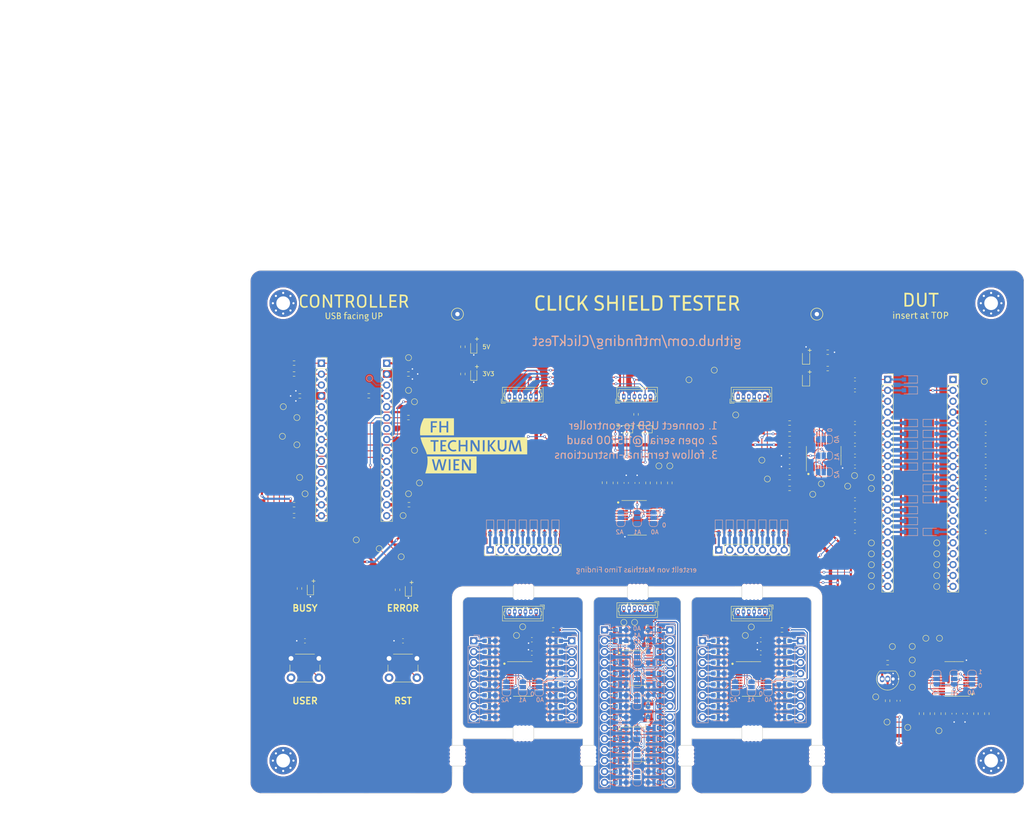
<source format=kicad_pcb>
(kicad_pcb (version 20240108) (generator "pcbnew") (generator_version "8.0")
  (title_block (title "ClickBoard Tester") (date "2023-10-17") (rev "000") (company "Matthias Timo Finding"))
  (layers (0 "F.Cu" signal) (31 "B.Cu" signal) (34 "B.Paste" user) (35 "F.Paste" user) (36 "B.SilkS" user "B.Silkscreen") (37 "F.SilkS" user "F.Silkscreen") (38 "B.Mask" user) (39 "F.Mask" user) (44 "Edge.Cuts" user))
  (net 0 "")
  (net 1 "+3V3")
  (net 2 "GND")
  (net 3 "/MCU/MCU_RST")
  (net 4 "/MCU/MCU_PB7")
  (net 5 "Net-(D101-Pad2)")
  (net 6 "Net-(D102-Pad2)")
  (net 7 "Net-(D103-Pad2)")
  (net 8 "Net-(D104-Pad2)")
  (net 9 "Net-(D105-Pad2)")
  (net 10 "Net-(D106-Pad2)")
  (net 11 "Net-(D107-Pad2)")
  (net 12 "Net-(D108-Pad2)")
  (net 13 "Net-(D109-Pad2)")
  (net 14 "Net-(D110-Pad2)")
  (net 15 "Net-(D111-Pad2)")
  (net 16 "Net-(D112-Pad2)")
  (net 17 "Net-(D113-Pad2)")
  (net 18 "Net-(D114-Pad2)")
  (net 19 "Net-(D115-Pad2)")
  (net 20 "Net-(D116-Pad2)")
  (net 21 "Net-(D201-Pad2)")
  (net 22 "Net-(D202-Pad2)")
  (net 23 "Net-(D203-Pad2)")
  (net 24 "Net-(D204-Pad2)")
  (net 25 "Net-(D205-Pad2)")
  (net 26 "Net-(D206-Pad2)")
  (net 27 "Net-(D207-Pad2)")
  (net 28 "Net-(D208-Pad2)")
  (net 29 "Net-(D209-Pad2)")
  (net 30 "Net-(D210-Pad2)")
  (net 31 "Net-(D211-Pad2)")
  (net 32 "Net-(D212-Pad2)")
  (net 33 "Net-(D213-Pad2)")
  (net 34 "Net-(D214-Pad2)")
  (net 35 "Net-(D215-Pad2)")
  (net 36 "Net-(D216-Pad2)")
  (net 37 "Net-(D301-Pad2)")
  (net 38 "Net-(D302-Pad2)")
  (net 39 "Net-(D303-Pad2)")
  (net 40 "Net-(D304-Pad2)")
  (net 41 "Net-(D305-Pad2)")
  (net 42 "Net-(D306-Pad2)")
  (net 43 "Net-(D307-Pad2)")
  (net 44 "Net-(D308-Pad2)")
  (net 45 "Net-(D309-Pad2)")
  (net 46 "Net-(D310-Pad2)")
  (net 47 "Net-(D311-Pad2)")
  (net 48 "/Click_Board_III/POT_ANA")
  (net 49 "Net-(D313-Pad2)")
  (net 50 "Net-(D314-Pad2)")
  (net 51 "Net-(D315-Pad2)")
  (net 52 "Net-(D316-Pad2)")
  (net 53 "Net-(D317-Pad2)")
  (net 54 "Net-(D318-Pad2)")
  (net 55 "Net-(D319-Pad2)")
  (net 56 "Net-(D320-Pad2)")
  (net 57 "Net-(D321-Pad2)")
  (net 58 "Net-(D322-Pad2)")
  (net 59 "Net-(D323-Pad2)")
  (net 60 "Net-(D324-Pad2)")
  (net 61 "Net-(D325-Pad2)")
  (net 62 "Net-(D326-Pad2)")
  (net 63 "Net-(D327-Pad2)")
  (net 64 "Net-(D328-Pad2)")
  (net 65 "Net-(D329-Pad2)")
  (net 66 "Net-(D330-Pad2)")
  (net 67 "Net-(D401-Pad2)")
  (net 68 "Net-(D402-Pad2)")
  (net 69 "Net-(D403-Pad2)")
  (net 70 "Net-(D404-Pad2)")
  (net 71 "Net-(D405-Pad2)")
  (net 72 "Net-(D406-Pad2)")
  (net 73 "Net-(D407-Pad2)")
  (net 74 "Net-(D408-Pad2)")
  (net 75 "Net-(D409-Pad2)")
  (net 76 "Net-(D410-Pad2)")
  (net 77 "Net-(D411-Pad2)")
  (net 78 "Net-(D412-Pad2)")
  (net 79 "Net-(D413-Pad2)")
  (net 80 "Net-(D414-Pad2)")
  (net 81 "/MCU/MCU_PA5")
  (net 82 "/MCU/MCU_PA4")
  (net 83 "Net-(D505-Pad2)")
  (net 84 "Net-(D506-Pad2)")
  (net 85 "Net-(D601-Pad2)")
  (net 86 "Net-(D602-Pad2)")
  (net 87 "Net-(D603-Pad2)")
  (net 88 "Net-(D604-Pad2)")
  (net 89 "Net-(D605-Pad2)")
  (net 90 "Net-(D606-Pad2)")
  (net 91 "Net-(D607-Pad2)")
  (net 92 "Net-(D608-Pad2)")
  (net 93 "Net-(D609-Pad2)")
  (net 94 "Net-(D610-Pad2)")
  (net 95 "Net-(D611-Pad2)")
  (net 96 "Net-(D612-Pad2)")
  (net 97 "Net-(D613-Pad2)")
  (net 98 "Net-(D614-Pad2)")
  (net 99 "Net-(D615-Pad2)")
  (net 100 "Net-(D616-Pad2)")
  (net 101 "Net-(D617-Pad2)")
  (net 102 "Net-(D618-Pad2)")
  (net 103 "Net-(D619-Pad2)")
  (net 104 "Net-(D620-Pad2)")
  (net 105 "/MCU/MCU_PA9")
  (net 106 "/MCU/MCU_PA10")
  (net 107 "/MCU/MCU_PA12")
  (net 108 "/MCU/MCU_PB0")
  (net 109 "/MCU/MCU_PB6")
  (net 110 "/MCU/MCU_PB1")
  (net 111 "/MCU/MCU_PC14")
  (net 112 "/MCU/MCU_PC15")
  (net 113 "/MCU/MCU_PA8")
  (net 114 "/MCU/MCU_PA11")
  (net 115 "/MCU/MCU_PB5")
  (net 116 "/MCU/MCU_PB4")
  (net 117 "/MCU/MCU_VIN")
  (net 118 "+5V")
  (net 119 "/MCU/MCU_PA2")
  (net 120 "/MCU/MCU_PA7")
  (net 121 "/MCU/MCU_PA6")
  (net 122 "/MCU/MCU_PA3")
  (net 123 "/MCU/MCU_PA1")
  (net 124 "/MCU/MCU_PA0")
  (net 125 "/MCU/MCU_AREF")
  (net 126 "/MCU/MCU_PB3")
  (net 127 "/Click_Board_I/SCL")
  (net 128 "/Click_Board_I/SDA")
  (net 129 "/Click_Board_I/nINT")
  (net 130 "/Click_Board_II/SCL")
  (net 131 "/Click_Board_II/SDA")
  (net 132 "/Click_Board_II/nINT")
  (net 133 "/MCU/POT_ANA")
  (net 134 "/Click_Board_III/SCL")
  (net 135 "/Click_Board_III/SDA")
  (net 136 "/Click_Board_III/nINT")
  (net 137 "Net-(JP101-Pad1)")
  (net 138 "/Click_Board_I/A0")
  (net 139 "/Click_Board_I/A1")
  (net 140 "/Click_Board_I/A2")
  (net 141 "Net-(JP201-Pad1)")
  (net 142 "/Click_Board_II/A0")
  (net 143 "/Click_Board_II/A1")
  (net 144 "/Click_Board_II/A2")
  (net 145 "Net-(JP301-Pad1)")
  (net 146 "Net-(JP301-Pad2)")
  (net 147 "Net-(JP302-Pad1)")
  (net 148 "Net-(JP302-Pad2)")
  (net 149 "Net-(JP303-Pad2)")
  (net 150 "Net-(JP304-Pad2)")
  (net 151 "Net-(JP305-Pad2)")
  (net 152 "Net-(JP306-Pad2)")
  (net 153 "Net-(JP401-Pad1)")
  (net 154 "Net-(JP401-Pad2)")
  (net 155 "Net-(JP402-Pad2)")
  (net 156 "Net-(JP403-Pad2)")
  (net 157 "Net-(JP601-Pad1)")
  (net 158 "/NUCLEO DUT/DUT_E1_P15")
  (net 159 "Net-(JP601-Pad2)")
  (net 160 "Net-(JP602-Pad2)")
  (net 161 "Net-(JP604-Pad1)")
  (net 162 "Net-(JP603-Pad2)")
  (net 163 "Net-(JP605-Pad2)")
  (net 164 "Net-(JP604-Pad2)")
  (net 165 "Net-(Q601-Pad2)")
  (net 166 "/NUCLEO DUT/GND_NUC")
  (net 167 "Net-(R102-Pad1)")
  (net 168 "Net-(R103-Pad1)")
  (net 169 "Net-(R104-Pad1)")
  (net 170 "Net-(R105-Pad1)")
  (net 171 "Net-(R106-Pad1)")
  (net 172 "Net-(R107-Pad1)")
  (net 173 "Net-(R108-Pad1)")
  (net 174 "Net-(R109-Pad1)")
  (net 175 "Net-(R110-Pad1)")
  (net 176 "Net-(R111-Pad1)")
  (net 177 "Net-(R112-Pad1)")
  (net 178 "Net-(R113-Pad1)")
  (net 179 "Net-(R114-Pad1)")
  (net 180 "Net-(R115-Pad1)")
  (net 181 "Net-(R116-Pad1)")
  (net 182 "Net-(R117-Pad1)")
  (net 183 "Net-(R202-Pad1)")
  (net 184 "Net-(R203-Pad1)")
  (net 185 "Net-(R204-Pad1)")
  (net 186 "Net-(R205-Pad1)")
  (net 187 "Net-(R206-Pad1)")
  (net 188 "Net-(R207-Pad1)")
  (net 189 "Net-(R208-Pad1)")
  (net 190 "Net-(R209-Pad1)")
  (net 191 "Net-(R210-Pad1)")
  (net 192 "Net-(R211-Pad1)")
  (net 193 "Net-(R212-Pad1)")
  (net 194 "Net-(R213-Pad1)")
  (net 195 "Net-(R214-Pad1)")
  (net 196 "Net-(R215-Pad1)")
  (net 197 "Net-(R216-Pad1)")
  (net 198 "/MCU/MCU_GND")
  (net 199 "Net-(R402-Pad1)")
  (net 200 "Net-(R403-Pad1)")
  (net 201 "Net-(R404-Pad1)")
  (net 202 "Net-(R405-Pad1)")
  (net 203 "Net-(R406-Pad1)")
  (net 204 "Net-(R407-Pad1)")
  (net 205 "Net-(R408-Pad1)")
  (net 206 "Net-(R409-Pad1)")
  (net 207 "Net-(R410-Pad1)")
  (net 208 "Net-(R411-Pad1)")
  (net 209 "Net-(R412-Pad1)")
  (net 210 "Net-(R413-Pad1)")
  (net 211 "Net-(R414-Pad1)")
  (net 212 "Net-(R415-Pad1)")
  (net 213 "/NUCLEO DUT/3V3_NUC")
  (net 217 "/MCU/MCU_5V")
  (net 218 "/MCU/MCU_3V3")
  (net 219 "Net-(J601-Pad10)")
  (net 220 "Net-(JP606-Pad2)")
  (net 221 "Net-(J601-Pad11)")
  (net 222 "Net-(J601-Pad16)")
  (net 223 "Net-(J601-Pad17)")
  (net 224 "Net-(J601-Pad18)")
  (net 225 "Net-(J601-Pad19)")
  (net 226 "Net-(J601-Pad20)")
  (net 227 "Net-(J602-Pad16)")
  (net 228 "Net-(J602-Pad17)")
  (net 229 "Net-(J602-Pad18)")
  (net 230 "Net-(J602-Pad19)")
  (net 231 "Net-(J602-Pad20)")
  (net 232 "Net-(R416-Pad2)")
  (net 233 "Net-(R417-Pad2)")
  (net 234 "Net-(R418-Pad2)")
  (net 236 "/NUCLEO DUT/AREF_NUC")
  (net 237 "Net-(R419-Pad1)")
  (net 238 "Net-(R625-Pad2)")
  (net 239 "Net-(R626-Pad2)")
  (net 240 "Net-(R627-Pad2)")
  (net 241 "Net-(R628-Pad2)")
  (net 242 "/Click_Board_III/C3_E1_P00")
  (net 243 "/Click_Board_III/C3_E1_P01")
  (net 244 "/Click_Board_III/C3_E1_P02")
  (net 245 "/Click_Board_III/C3_E1_P03")
  (net 246 "/Click_Board_III/C3_E1_P04")
  (net 247 "/Click_Board_III/C3_E1_P05")
  (net 248 "/Click_Board_III/C3_E1_P06")
  (net 249 "/Click_Board_III/C3_E1_P07")
  (net 250 "/Click_Board_III/C3_E1_P10")
  (net 251 "/Click_Board_III/C3_E1_P11")
  (net 252 "/Click_Board_III/C3_E1_P12")
  (net 253 "/Click_Board_III/C3_E1_P13")
  (net 254 "/Click_Board_III/C3_E1_P14")
  (net 255 "/Click_Board_III/C3_E1_P15")
  (net 256 "/Click_Board_III/C3_E1_P16")
  (net 257 "/Click_Board_III/C3_E2_P16")
  (net 258 "/Click_Board_III/C3_E2_P15")
  (net 259 "/Click_Board_III/C3_E2_P14")
  (net 260 "/Click_Board_III/C3_E2_P13")
  (net 261 "/Click_Board_III/C3_E2_P12")
  (net 262 "/Click_Board_III/C3_E2_P11")
  (net 263 "/Click_Board_III/C3_E2_P10")
  (net 264 "/Click_Board_III/C3_E2_P06")
  (net 265 "/Click_Board_III/C3_E2_P05")
  (net 266 "/Click_Board_III/C3_E2_P04")
  (net 267 "/Click_Board_III/C3_E2_P03")
  (net 268 "/Click_Board_III/C3_E2_P02")
  (net 269 "/Click_Board_III/C3_E2_P01")
  (net 270 "/Click_Board_III/C3_E2_P00")
  (net 271 "/Click_Board_III/C3_E1_P17")
  (net 273 "Net-(R629-Pad2)")
  (net 274 "Net-(R630-Pad1)")
  (net 275 "Net-(R631-Pad1)")
  (net 276 "Net-(R632-Pad1)")
  (net 277 "/NUCLEO DUT/DUT_E1_P17")
  (net 278 "/NUCLEO DUT/DUT_E1_P13")
  (net 279 "/NUCLEO DUT/DUT_E1_P10")
  (net 280 "/NUCLEO DUT/DUT_E1_P16")
  (net 281 "/NUCLEO DUT/DUT_E1_P12")
  (net 282 "/NUCLEO DUT/DUT_E1_P14")
  (net 283 "/NUCLEO DUT/DUT_E1_P11")
  (net 284 "/NUCLEO DUT/DUT_E2_P02")
  (net 285 "/NUCLEO DUT/DUT_E2_P05")
  (net 286 "/NUCLEO DUT/DUT_E2_P01")
  (net 287 "/NUCLEO DUT/DUT_E2_P04")
  (net 288 "/NUCLEO DUT/DUT_E2_P07")
  (net 289 "/NUCLEO DUT/DUT_E2_P00")
  (net 290 "/NUCLEO DUT/DUT_E2_P03")
  (net 291 "/NUCLEO DUT/DUT_E2_P06")
  (net 292 "/NUCLEO DUT/DUT_E2_P10")
  (net 293 "/NUCLEO DUT/DUT_E1_P00")
  (net 294 "/NUCLEO DUT/DUT_E1_P01")
  (net 295 "/NUCLEO DUT/DUT_E1_P02")
  (net 296 "/NUCLEO DUT/DUT_E1_P03")
  (net 297 "/NUCLEO DUT/DUT_E1_P04")
  (net 298 "/NUCLEO DUT/DUT_E1_P05")
  (net 299 "/NUCLEO DUT/DUT_E1_P06")
  (net 300 "/NUCLEO DUT/DUT_E1_P07")
  (net 301 "/NUCLEO DUT/DUT_E2_P11")
  (net 302 "/NUCLEO DUT/DUT_E2_P12")
  (net 303 "/NUCLEO DUT/DUT_E2_P13")
  (net 304 "/NUCLEO DUT/DUT_E2_P14")
  (net 305 "/NUCLEO DUT/DUT_E2_P15")
  (net 306 "/NUCLEO DUT/DUT_E2_P16")
  (net 307 "/NUCLEO DUT/DUT_E2_P17")
  (net 309 "Net-(R217-Pad1)")
  (net 310 "Net-(D507-Pad2)")
  (net 311 "Net-(D508-Pad2)")
  (footprint "Capacitor_SMD:C_0603_1608Metric" (layer "F.Cu") (at 222.519829 133.821283 -90)
    (property "Reference" "C604" (hide yes))
    (property "Value" "C_0603_100n" (hide yes))
  )
  (footprint "Resistor_SMD:R_0402_1005Metric" (layer "F.Cu") (at 153.944 142.24 90)
    (property "Reference" "R331" (hide yes))
    (property "Value" "R_0402_200" (hide yes))
  )
  (footprint "Button_Switch_THT:SW_PUSH_6mm" (layer "F.Cu") (at 90.73 120.94)
    (property "Reference" "SW501" (hide yes))
    (property "Value" "SW_RST" (hide yes))
  )
  (footprint "Resistor_SMD:R_0603_1608Metric_Pad0.98x0.95mm_HandSolder" (layer "F.Cu") (at 184.15 66.04)
    (property "Reference" "R626" (hide yes))
    (property "Value" "0R" (hide yes))
  )
  (footprint "Resistor_SMD:R_0402_1005Metric" (layer "F.Cu") (at 153.944 127 90)
    (property "Reference" "R329" (hide yes))
    (property "Value" "R_0402_200" (hide yes))
  )
  (footprint "Resistor_SMD:R_0402_1005Metric" (layer "F.Cu") (at 143.276 144.78 -90)
    (property "Reference" "R307" (hide yes))
    (property "Value" "R_0402_200" (hide yes))
  )
  (footprint "Resistor_SMD:R_0402_1005Metric" (layer "F.Cu") (at 229.87 68.58 180)
    (property "Reference" "R617" (hide yes))
    (property "Value" "R_0402_200" (hide yes))
  )
  (footprint "Resistor_SMD:R_0402_1005Metric" (layer "F.Cu") (at 199.39 68.58)
    (property "Reference" "R603" (hide yes))
    (property "Value" "R_0402_200" (hide yes))
  )
  (footprint "Diode_SMD:D_SOD-323F" (layer "F.Cu") (at 187.985 50.83 90)
    (property "Reference" "D502" (hide yes))
    (property "Value" "1N4148WS" (hide yes))
  )
  (footprint "Resistor_SMD:R_0402_1005Metric" (layer "F.Cu") (at 183.515 134.62)
    (property "Reference" "R204" (hide yes))
    (property "Value" "R_0402_200" (hide yes))
  )
  (footprint "Resistor_SMD:R_0402_1005Metric" (layer "F.Cu") (at 153.944 129.54 90)
    (property "Reference" "R310" (hide yes))
    (property "Value" "R_0402_200" (hide yes))
  )
  (footprint "Resistor_SMD:R_0603_1608Metric" (layer "F.Cu") (at 68.58 54.61)
    (property "Reference" "R504" (hide yes))
    (property "Value" "R_0603_2.2k" (hide yes))
  )
  (footprint "Package_SO:TSSOP-24_4.4x7.8mm_P0.65mm" (layer "F.Cu") (at 175.26 125.73)
    (property "Reference" "U201" (hide yes))
    (property "Value" "TCA9555PWR" (hide yes))
  )
  (footprint "Package_SO:TSSOP-24_4.4x7.8mm_P0.65mm" (layer "F.Cu") (at 222.519829 125.721443 180)
    (property "Reference" "U602" (hide yes))
    (property "Value" "TCA9555PWR" (hide yes))
  )
  (footprint "MountingEquipment:JLC_SnakeBite_1.27mm" (layer "F.Cu") (at 189.255 148.59)
    (property "Reference" "H714" (hide yes))
    (property "Value" "SnakeBite" (hide yes))
    (fp_line (start 0 -8.89) (end 0 -7.366) (stroke (width 0.12)) (layer "Edge.Cuts"))
    (fp_line (start 0 -7.366) (end 2.54 -7.366) (stroke (width 0.12)) (layer "Edge.Cuts"))
    (fp_line (start 0 -2.54) (end 0 -1.27) (stroke (width 0.12)) (layer "Edge.Cuts"))
    (fp_line (start 2.54 -7.366) (end 2.54 -8.89) (stroke (width 0.12)) (layer "Edge.Cuts"))
    (fp_line (start 2.54 -2.54) (end 0 -2.54) (stroke (width 0.12)) (layer "Edge.Cuts"))
    (fp_line (start 2.54 -2.54) (end 2.54 -1.27) (stroke (width 0.12)) (layer "Edge.Cuts"))
  )
  (footprint "Resistor_SMD:R_0402_1005Metric" (layer "F.Cu") (at 119.38 91.834703 -90)
    (property "Reference" "R408" (hide yes))
    (property "Value" "R_0402_200" (hide yes))
  )
  (footprint "Resistor_SMD:R_0402_1005Metric" (layer "F.Cu") (at 153.944 114.3 90)
    (property "Reference" "R308" (hide yes))
    (property "Value" "R_0402_200" (hide yes))
  )
  (footprint "TestPoint:TestPoint_Pad_D1.0mm" (layer "F.Cu") (at 166.575634 53.705772)
    (property "Reference" "TP504" (hide yes))
    (property "Value" "TestPoint_Small" (hide yes))
  )
  (footprint "Resistor_SMD:R_0402_1005Metric" (layer "F.Cu") (at 199.39 88.9)
    (property "Reference" "R609" (hide yes))
    (property "Value" "R_0402_200" (hide yes))
  )
  (footprint "Resistor_SMD:R_0402_1005Metric" (layer "F.Cu") (at 129.54 91.834703 -90)
    (property "Reference" "R413" (hide yes))
    (property "Value" "R_0402_200" (hide yes))
  )
  (footprint "Package_TO_SOT_THT:TO-92_Inline" (layer "F.Cu") (at 208.28 125.73 180)
    (property "Reference" "Q601" (hide yes))
    (property "Value" "2N7000" (hide yes))
  )
  (footprint "MountingHole:MountingHole_3.2mm_M3_Pad_Via" (layer "F.Cu") (at 231.14 144.78)
    (property "Reference" "H704" (hide yes))
    (property "Value" "MountingHole" (hide yes))
  )
  (footprint "Resistor_SMD:R_0402_1005Metric" (layer "F.Cu") (at 199.39 73.66)
    (property "Reference" "R611" (hide yes))
    (property "Value" "R_0402_200" (hide yes))
  )
  (footprint "MountingEquipment:JLC_SnakeBite_1.27mm" (layer "F.Cu") (at 127.025 139.7 90)
    (property "Reference" "H706" (hide yes))
    (property "Value" "SnakeBite" (hide yes))
    (fp_line (start 0 -8.89) (end 0 -7.366) (stroke (width 0.12)) (layer "Edge.Cuts"))
    (fp_line (start 2.54 -7.366) (end 2.54 -8.89) (stroke (width 0.12)) (layer "Edge.Cuts"))
    (fp_line (start 0 -7.366) (end 2.54 -7.366) (stroke (width 0.12)) (layer "Edge.Cuts"))
    (fp_line (start 2.54 -2.54) (end 0 -2.54) (stroke (width 0.12)) (layer "Edge.Cuts"))
    (fp_line (start 2.54 -2.54) (end 2.54 -1.27) (stroke (width 0.12)) (layer "Edge.Cuts"))
    (fp_line (start 0 -2.54) (end 0 -1.27) (stroke (width 0.12)) (layer "Edge.Cuts"))
  )
  (footprint "MountingHole:MountingHole_3.2mm_M3_Pad_Via" (layer "F.Cu") (at 66.04 38.1)
    (property "Reference" "H701" (hide yes))
    (property "Value" "MountingHole" (hide yes))
  )
  (footprint "Resistor_SMD:R_0603_1608Metric" (layer "F.Cu") (at 107.95 48.26 90)
    (property "Reference" "R517" (hide yes))
    (property "Value" "R_0603_1k" (hide yes))
  )
  (footprint "LOGO" (layer "F.Cu") (at 82.55 38.839598)
    (property "Reference" "G***" (hide yes))
    (property "Value" "LOGO" (hide yes))
  )
  (footprint "Resistor_SMD:R_0603_1608Metric_Pad0.98x0.95mm_HandSolder" (layer "F.Cu") (at 156.21 80.01 -90)
    (property "Reference" "R417" (hide yes))
    (property "Value" "0R" (hide yes))
  )
  (footprint "LOGO" (layer "F.Cu") (at 148.59 38.1)
    (property "Reference" "G***" (hide yes))
    (property "Value" "LOGO" (hide yes))
  )
  (footprint "TestPoint:TestPoint_Pad_D1.0mm" (layer "F.Cu") (at 171.576865 64.156673)
    (property "Reference" "TP507" (hide yes))
    (property "Value" "TestPoint_Small" (hide yes))
  )
  (footprint "Connector_PinSocket_2.54mm:PinSocket_1x15_P2.54mm_Vertical" (layer "F.Cu") (at 90.195 52.1)
    (property "Reference" "J502" (hide yes))
    (property "Value" "CON_MCU_R" (hide yes))
  )
  (footprint "Resistor_SMD:R_0402_1005Metric" (layer "F.Cu") (at 180.34 91.834703 -90)
    (property "Reference" "R411" (hide yes))
    (property "Value" "R_0402_200" (hide yes))
  )
  (footprint "Resistor_SMD:R_0402_1005Metric" (layer "F.Cu") (at 113.665 127 180)
    (property "Reference" "R103" (hide yes))
    (property "Value" "R_0402_200" (hide yes))
  )
  (footprint "MountingEquipment:JLC_SnakeBite_1.27mm" (layer "F.Cu") (at 105.435 148.59)
    (property "Reference" "H711" (hide yes))
    (property "Value" "SnakeBite" (hide yes))
    (fp_line (start 0 -8.89) (end 0 -7.366) (stroke (width 0.12)) (layer "Edge.Cuts"))
    (fp_line (start 0 -7.366) (end 2.54 -7.366) (stroke (width 0.12)) (layer "Edge.Cuts"))
    (fp_line (start 0 -2.54) (end 0 -1.27) (stroke (width 0.12)) (layer "Edge.Cuts"))
    (fp_line (start 2.54 -7.366) (end 2.54 -8.89) (stroke (width 0.12)) (layer "Edge.Cuts"))
    (fp_line (start 2.54 -2.54) (end 0 -2.54) (stroke (width 0.12)) (layer "Edge.Cuts"))
    (fp_line (start 2.54 -2.54) (end 2.54 -1.27) (stroke (width 0.12)) (layer "Edge.Cuts"))
  )
  (footprint "Resistor_SMD:R_0603_1608Metric" (layer "F.Cu") (at 150.977439 113.662048)
    (property "Reference" "R301" (hide yes))
    (property "Value" "R_0603_10k" (hide yes))
  )
  (footprint "Resistor_SMD:R_0402_1005Metric" (layer "F.Cu") (at 183.515 132.08)
    (property "Reference" "R208" (hide yes))
    (property "Value" "R_0402_200" (hide yes))
  )
  (footprint "Capacitor_SMD:C_0603_1608Metric" (layer "F.Cu") (at 177.419 119.634 180)
    (property "Reference" "C202" (hide yes))
    (property "Value" "C_0603_100n" (hide yes))
  )
  (footprint "TestPoint:TestPoint_Pad_D1.0mm" (layer "F.Cu") (at 203.225 94.01)
    (property "Reference" "TP634" (hide yes))
    (property "Value" "TestPoint_Small" (hide yes))
  )
  (footprint "TestPoint:TestPoint_Keystone_5000-5004_Miniature" (layer "F.Cu") (at 106.68 40.64)
    (property "Reference" "TP501" (hide yes))
    (property "Value" "TestPoint" (hide yes))
  )
  (footprint "Resistor_SMD:R_0603_1608Metric" (layer "F.Cu") (at 151.15 131.445)
    (property "Reference" "R302" (hide yes))
    (property "Value" "R_0603_10k" (hide yes))
  )
  (footprint "TestPoint:TestPoint_Pad_D1.0mm" (layer "F.Cu") (at 175.214143 113.601142)
    (property "Reference" "TP201" (hide yes))
    (property "Value" "TestPoint_Small" (hide yes))
  )
  (footprint "Resistor_SMD:R_0402_1005Metric" (layer "F.Cu") (at 175.26 91.834703 -90)
    (property "Reference" "R414" (hide yes))
    (property "Value" "R_0402_200" (hide yes))
  )
  (footprint "TestPoint:TestPoint_Pad_D1.0mm" (layer "F.Cu") (at 211.701113 137.030651)
    (property "Reference" "TP648" (hide yes))
    (property "Value" "TestPoint_Small" (hide yes))
  )
  (footprint "Resistor_SMD:R_0402_1005Metric" (layer "F.Cu") (at 113.665 116.84 180)
    (property "Reference" "R102" (hide yes))
    (property "Value" "R_0402_200" (hide yes))
  )
  (footprint "LED_SMD:LED_0603_1608Metric" (layer "F.Cu") (at 72.39 104.6225 90)
    (property "Reference" "D506" (hide yes))
    (property "Value" "LED_Green" (hide yes))
  )
  (footprint "Resistor_SMD:R_0603_1608Metric" (layer "F.Cu") (at 182.372 114.3)
    (property "Reference" "R201" (hide yes))
    (property "Value" "R_0603_10k" (hide yes))
  )
  (footprint "TestPoint:TestPoint_Pad_D1.0mm" (layer "F.Cu") (at 95.275 58.42)
    (property "Reference" "TP520" (hide yes))
    (property "Value" "TestPoint_Small" (hide yes))
  )
  (footprint "TestPoint:TestPoint_Pad_D1.0mm" (layer "F.Cu") (at 94.005 87.63)
    (property "Reference" "TP523" (hide yes))
    (property "Value" "TestPoint_Small" (hide yes))
  )
  (footprint "Resistor_SMD:R_0402_1005Metric" (layer "F.Cu") (at 143.276 149.86 -90)
    (property "Reference" "R327" (hide yes))
    (property "Value" "R_0402_200" (hide yes))
  )
  (footprint "TestPoint:TestPoint_Pad_D1.0mm" (layer "F.Cu") (at 206.867635 135.779356)
    (property "Reference" "TP649" (hide yes))
    (property "Value" "TestPoint_Small" (hide yes))
  )
  (footprint "Resistor_SMD:R_0603_1608Metric_Pad0.98x0.95mm_HandSolder" (layer "F.Cu") (at 86.0025 59.69 180)
    (property "Reference" "R511" (hide yes))
    (property "Value" "0R" (hide yes))
  )
  (footprint "Resistor_SMD:R_0603_1608Metric" (layer "F.Cu") (at 69.85 104.6225 90)
    (property "Reference" "R510" (hide yes))
    (property "Value" "R_0603_1k" (hide yes))
  )
  (footprint "Resistor_SMD:R_0402_1005Metric" (layer "F.Cu") (at 183.515 119.38)
    (property "Reference" "R213" (hide yes))
    (property "Value" "R_0402_200" (hide yes))
  )
  (footprint "Capacitor_SMD:C_0603_1608Metric" (layer "F.Cu") (at 150.956666 115.717065 180)
    (property "Reference" "C301" (hide yes))
    (property "Value" "C_0603_1u" (hide yes))
  )
  (footprint "TestPoint:TestPoint_Pad_D1.0mm" (layer "F.Cu") (at 218.465 94.01)
    (property "Reference" "TP642" (hide yes))
    (property "Value" "TestPoint_Small" (hide yes))
  )
  (footprint "TestPoint:TestPoint_Pad_D1.0mm" (layer "F.Cu") (at 173.818885 115.587809)
    (property "Reference" "TP202" (hide yes))
    (property "Value" "TestPoint_Small" (hide yes))
  )
  (footprint "Resistor_SMD:R_0402_1005Metric" (layer "F.Cu") (at 167.005 121.92 180)
    (property "Reference" "R210" (hide yes))
    (property "Value" "R_0402_200" (hide yes))
  )
  (footprint "Resistor_SMD:R_0402_1005Metric" (layer "F.Cu") (at 127 91.834703 -90)
    (property "Reference" "R409" (hide yes))
    (property "Value" "R_0402_200" (hide yes))
  )
  (footprint "Resistor_SMD:R_0603_1608Metric_Pad0.98x0.95mm_HandSolder" (layer "F.Cu") (at 151.13 80.01 90)
    (property "Reference" "R419" (hide yes))
    (property "Value" "0R" (hide yes))
  )
  (footprint "Connector_PinHeader_2.54mm:PinHeader_1x07_P2.54mm_Vertical" (layer "F.Cu") (at 114.3 95.644703 90)
    (property "Reference" "J401" (hide yes))
    (property "Value" "CON_CTOP_L" (hide yes))
  )
  (footprint "TestPoint:TestPoint_Pad_D1.0mm" (layer "F.Cu") (at 69.24 71.12)
    (property "Reference" "TP515" (hide yes))
    (property "Value" "TestPoint_Small" (hide yes))
  )
  (footprint "Resistor_SMD:R_0402_1005Metric" (layer "F.Cu") (at 167.005 129.54 180)
    (property "Reference" "R207" (hide yes))
    (property "Value" "R_0402_200" (hide yes))
  )
  (footprint "Resistor_SMD:R_0603_1608Metric_Pad0.98x0.95mm_HandSolder" (layer "F.Cu") (at 184.15 71.12)
    (property "Reference" "R628" (hide yes))
    (property "Value" "0R" (hide yes))
  )
  (footprint "Resistor_SMD:R_0402_1005Metric" (layer "F.Cu") (at 114.3 91.834703 -90)
    (property "Reference" "R402" (hide yes))
    (property "Value" "R_0402_200" (hide yes))
  )
  (footprint "TestPoint:TestPoint_Pad_D1.0mm" (layer "F.Cu") (at 97.815 80.01)
    (property "Reference" "TP521" (hide yes))
    (property "Value" "TestPoint_Small" (hide yes))
  )
  (footprint "TestPoint:TestPoint_Pad_D1.0mm" (layer "F.Cu") (at 218.465 96.55)
    (property "Reference" "TP643" (hide yes))
    (property "Value" "TestPoint_Small" (hide yes))
  )
  (footprint "TestPoint:TestPoint_Pad_D1.0mm" (layer "F.Cu") (at 177.682976 74.70487)
    (property "Reference" "TP651" (hide yes))
    (property "Value" "TestPoint_Small" (hide yes))
  )
  (footprint "Resistor_SMD:R_0402_1005Metric" (layer "F.Cu") (at 143.276 119.38 90)
    (property "Reference" "R323" (hide yes))
    (property "Value" "R_0402_200" (hide yes))
  )
  (footprint "Capacitor_SMD:C_0603_1608Metric" (layer "F.Cu") (at 71.12 116.84)
    (property "Reference" "C502" (hide yes))
    (property "Value" "C_0603_100n" (hide yes))
  )
  (footprint "TestPoint:TestPoint_Pad_D1.0mm" (layer "F.Cu") (at 189.545101 82.66671)
    (property "Reference" "TP601" (hide yes))
    (property "Value" "TestPoint_Small" (hide yes))
  )
  (footprint "Resistor_SMD:R_0402_1005Metric" (layer "F.Cu") (at 116.84 91.834703 -90)
    (property "Reference" "R404" (hide yes))
    (property "Value" "R_0402_200" (hide yes))
  )
  (footprint "Resistor_SMD:R_0402_1005Metric" (layer "F.Cu") (at 167.005 116.84 180)
    (property "Reference" "R202" (hide yes))
    (property "Value" "R_0402_200" (hide yes))
  )
  (footprint "TestPoint:TestPoint_Pad_D1.0mm" (layer "F.Cu") (at 156.213685 76.042629)
    (property "Reference" "TP416" (hide yes))
    (property "Value" "TestPoint_Small" (hide yes))
  )
  (footprint "Resistor_SMD:R_0603_1608Metric_Pad0.98x0.95mm_HandSolder" (layer "F.Cu") (at 219.979829 133.821283 90)
    (property "Reference" "R629" (hide yes))
    (property "Value" "0R" (hide yes))
  )
  (footprint "TestPoint:TestPoint_Pad_D1.0mm" (layer "F.Cu") (at 208.116514 118.174538)
    (property "Reference" "TP641" (hide yes))
    (property "Value" "TestPoint_Small" (hide yes))
  )
  (footprint "Connector_Molex:Molex_PicoBlade_53047-0610_1x06_P1.25mm_Vertical" (layer "F.Cu") (at 118.795 59.87)
    (property "Reference" "J701" (hide yes))
    (property "Value" "PicoBlade_53047" (hide yes))
  )
  (footprint "Resistor_SMD:R_0402_1005Metric" (layer "F.Cu") (at 143.276 139.7 -90)
    (property "Reference" "R316" (hide yes))
    (property "Value" "R_0402_200" (hide yes))
  )
  (footprint "TestPoint:TestPoint_Pad_D1.0mm" (layer "F.Cu") (at 218.465 104.17)
    (property "Reference" "TP646" (hide yes))
    (property "Value" "TestPoint_Small" (hide yes))
  )
  (footprint "Connector_PinSocket_2.54mm:PinSocket_1x20_P2.54mm_Vertical" (layer "F.Cu") (at 207.01 55.88)
    (property "Reference" "J601" (hide yes))
    (property "Value" "CON_DUT_L" (hide yes))
  )
  (footprint "TestPoint:TestPoint_Pad_D1.0mm" (layer "F.Cu") (at 218.465 101.63)
    (property "Reference" "TP645" (hide yes))
    (property "Value" "TestPoint_Small" (hide yes))
  )
  (footprint "Capacitor_SMD:C_0603_1608Metric" (layer "F.Cu") (at 184.15 76.2 180)
    (property "Reference" "C601" (hide yes))
    (property "Value" "C_0603_1u" (hide yes))
  )
  (footprint "Resistor_SMD:R_0402_1005Metric" (layer "F.Cu") (at 113.665 129.54 180)
    (property "Reference" "R107" (hide yes))
    (property "Value" "R_0402_200" (hide yes))
  )
  (footprint "TestPoint:TestPoint_Pad_D1.0mm" (layer "F.Cu") (at 218.97874 137.800052)
    (property "Reference" "TP503" (hide yes))
    (property "Value" "TestPoint_Small" (hide yes))
  )
  (footprint "Connector_Molex:Molex_PicoBlade_53047-0610_1x06_P1.25mm_Vertical" (layer "F.Cu") (at 151.735 109.22 180)
    (property "Reference" "J706" (hide yes))
    (property "Value" "PicoBlade_53047" (hide yes))
  )
  (footprint "Resistor_SMD:R_0402_1005Metric" (layer "F.Cu") (at 130.175 132.08)
    (property "Reference" "R108" (hide yes))
    (property "Value" "R_0402_200" (hide yes))
  )
  (footprint "Resistor_SMD:R_0402_1005Metric" (layer "F.Cu") (at 229.87 83.82 180)
    (property "Reference" "R619" (hide yes))
    (property "Value" "R_0402_200" (hide yes))
  )
  (footprint "Resistor_SMD:R_0402_1005Metric" (layer "F.Cu") (at 153.944 144.78 90)
    (property "Reference" "R312" (hide yes))
    (property "Value" "R_0402_200" (hide yes))
  )
  (footprint "Resistor_SMD:R_0402_1005Metric" (layer "F.Cu") (at 229.87 91.44 180)
    (property "Reference" "R623" (hide yes))
    (property "Value" "R_0402_200" (hide yes))
  )
  (footprint "Resistor_SMD:R_0402_1005Metric" (layer "F.Cu") (at 183.515 116.84)
    (property "Reference" "R217" (hide yes))
    (property "Value" "R_0402_200" (hide yes))
  )
  (footprint "TestPoint:TestPoint_Pad_D1.0mm" (layer "F.Cu") (at 69.875 78.74)
    (property "Reference" "TP516" (hide yes))
    (property "Value" "TestPoint_Small" (hide yes))
  )
  (footprint "Resistor_SMD:R_0402_1005Metric" (layer "F.Cu") (at 167.005 132.08 180)
    (property "Reference" "R211" (hide yes))
    (property "Value" "R_0402_200" (hide yes))
  )
  (footprint "Resistor_SMD:R_0603_1608Metric" (layer "F.Cu") (at 148.340343 64.024265 90)
    (property "Reference" "R508" (hide yes))
    (property "Value" "R_0603_1k" (hide yes))
  )
  (footprint "Resistor_SMD:R_0402_1005Metric" (layer "F.Cu") (at 167.03 127 180)
    (property "Reference" "R203" (hide yes))
    (property "Value" "R_0402_200" (hide yes))
  )
  (footprint "TestPoint:TestPoint_Pad_D1.0mm" (layer "F.Cu") (at 218.465 99.09)
    (property "Reference" "TP644" (hide yes))
    (property "Value" "TestPoint_Small" (hide yes))
  )
  (footprint "Resistor_SMD:R_0603_1608Metric_Pad0.98x0.95mm_HandSolder" (layer "F.Cu") (at 95.25 54.61)
    (property "Reference" "R513" (hide yes))
    (property "Value" "0R" (hide yes))
  )
  (footprint "Resistor_SMD:R_0603_1608Metric" (layer "F.Cu") (at 143.51 80.01 -90)
    (property "Reference" "R401" (hide yes))
    (property "Value" "R_0603_10k" (hide yes))
  )
  (footprint "Diode_SMD:D_SOD-323F" (layer "F.Cu") (at 146.05 67.49 180)
    (property "Reference" "D504" (hide yes))
    (property "Value" "1N4148WS" (hide yes))
  )
  (footprint "Resistor_SMD:R_0402_1005Metric" (layer "F.Cu") (at 143.276 132.08 -90)
    (property "Reference" "R315" (hide yes))
    (property "Value" "R_0402_200" (hide yes))
  )
  (footprint "TestPoint:TestPoint_Pad_D1.0mm" (layer "F.Cu") (at 191.557133 80.199123)
    (property "Reference" "TP602" (hide yes))
    (property "Value" "TestPoint_Small" (hide yes))
  )
  (footprint "Resistor_SMD:R_0402_1005Metric" (layer "F.Cu") (at 229.87 76.2 180)
    (property "Reference" "R618" (hide yes))
    (property "Value" "R_0402_200" (hide yes))
  )
  (footprint "Resistor_SMD:R_0402_1005Metric" (layer "F.Cu") (at 177.8 91.834703 -90)
    (property "Reference" "R407" (hide yes))
    (property "Value" "R_0402_200" (hide yes))
  )
  (footprint "Capacitor_SMD:C_0603_1608Metric" (layer "F.Cu") (at 150.949873 117.72739 180)
    (property "Reference" "C303" (hide yes))
    (property "Value" "C_0603_100n" (hide yes))
  )
  (footprint "LED_SMD:LED_0603_1608Metric" (layer "F.Cu") (at 110.49 48.26 90)
    (property "Reference" "D508" (hide yes))
    (property "Value" "LED_Green" (hide yes))
  )
  (footprint "Button_Switch_THT:SW_PUSH_6mm" (layer "F.Cu") (at 67.87 120.94)
    (property "Reference" "SW502" (hide yes))
    (property "Value" "SW_UI" (hide yes))
  )
  (footprint "Resistor_SMD:R_0603_1608Metric_Pad0.98x0.95mm_HandSolder" (layer "F.Cu") (at 230.139829 133.821283 -90)
    (property "Reference" "R632" (hide yes))
    (property "Value" "0R" (hide yes))
  )
  (footprint "TestPoint:TestPoint_Pad_D1.0mm" (layer "F.Cu") (at 199.290387 78.300425)
    (property "Reference" "TP603" (hide yes))
    (property "Value" "TestPoint_Small" (hide yes))
  )
  (footprint "TestPoint:TestPoint_Pad_D1.0mm" (layer "F.Cu") (at 93.564699 97.230951)
    (property "Reference" "TP510" (hide yes))
    (property "Value" "TestPoint_Small" (hide yes))
  )
  (footprint "Package_SO:TSSOP-24_4.4x7.8mm_P0.65mm" (layer "F.Cu") (at 121.92 125.73)
    (property "Reference" "U101" (hide yes))
    (property "Value" "TCA9555PWR" (hide yes))
  )
  (footprint "Resistor_SMD:R_0402_1005Metric" (layer "F.Cu") (at 167.005 124.46 180)
    (property "Reference" "R214" (hide yes))
    (property "Value" "R_0402_200" (hide yes))
  )
  (footprint "Capacitor_SMD:C_0603_1608Metric" (layer "F.Cu") (at 151.15 135.255 180)
    (property "Reference" "C304" (hide yes))
    (property "Value" "C_0603_100n" (hide yes))
  )
  (footprint "TestPoint:TestPoint_Pad_D1.0mm" (layer "F.Cu") (at 65.864935 69.143326)
    (property "Reference" "TP506" (hide yes))
    (property "Value" "TestPoint_Small" (hide yes))
  )
  (footprint "Resistor_SMD:R_0402_1005Metric" (layer "F.Cu") (at 229.87 81.28 180)
    (property "Reference" "R622" (hide yes))
    (property "Value" "R_0402_200" (hide yes))
  )
  (footprint "Resistor_SMD:R_0402_1005Metric" (layer "F.Cu") (at 153.944 147.32 90)
    (property "Reference" "R322" (hide yes))
    (property "Value" "R_0402_200" (hide yes))
  )
  (footprint "Resistor_SMD:R_0402_1005Metric" (layer "F.Cu") (at 199.39 91.44)
    (property "Reference" "R612" (hide yes))
    (property "Value" "R_0402_200" (hide yes))
  )
  (footprint "TestPoint:TestPoint_Pad_D1.0mm" (layer "F.Cu") (at 96.659253 61.081327)
    (property "Reference" "TP511" (hide yes))
    (property "Value" "TestPoint_Small" (hide yes))
  )
  (footprint "MountingEquipment:JLC_SnakeBite_1.27mm" (layer "F.Cu") (at 153.695 106.68 90)
    (property "Reference" "H709" (hide yes))
    (property "Value" "SnakeBite" (hide yes))
    (fp_line (start 0 -8.89) (end 0 -7.366) (stroke (width 0.12)) (layer "Edge.Cuts"))
    (fp_line (start 2.54 -7.366) (end 2.54 -8.89) (stroke (width 0.12)) (layer "Edge.Cuts"))
    (fp_line (start 0 -7.366) (end 2.54 -7.366) (stroke (width 0.12)) (layer "Edge.Cuts"))
    (fp_line (start 2.54 -2.54) (end 0 -2.54) (stroke (width 0.12)) (layer "Edge.Cuts"))
    (fp_line (start 2.54 -2.54) (end 2.54 -1.27) (stroke (width 0.12)) (layer "Edge.Cuts"))
    (fp_line (start 0 -2.54) (end 0 -1.27) (stroke (width 0.12)) (layer "Edge.Cuts"))
  )
  (footprint "TestPoint:TestPoint_Pad_D1.0mm" (layer "F.Cu") (at 204.233977 129.902118)
    (property "Reference" "TP633" (hide yes))
    (property "Value" "TestPoint_Small" (hide yes))
  )
  (footprint "Resistor_SMD:R_0402_1005Metric" (layer "F.Cu") (at 153.944 119.38 90)
    (property "Reference" "R328" (hide yes))
    (property "Value" "R_0402_200" (hide yes))
  )
  (footprint "Resistor_SMD:R_0402_1005Metric" (layer "F.Cu") (at 130.175 129.54)
    (property "Reference" "R112" (hide yes))
    (property "Value" "R_0402_200" (hide yes))
  )
  (footprint "Package_SO:TSSOP-24_4.4x7.8mm_P0.65mm" (layer "F.Cu") (at 192.097267 73.663681 90)
    (property "Reference" "U601" (hide yes))
    (property "Value" "TCA9555PWR" (hide yes))
  )
  (footprint "MountingEquipment:JLC_SnakeBite_1.27mm" (layer "F.Cu") (at 135.915 148.59)
    (property "Reference" "H705" (hide yes))
    (property "Value" "SnakeBite" (hide yes))
    (fp_line (start 0 -8.89) (end 0 -7.366) (stroke (width 0.12)) (layer "Edge.Cuts"))
    (fp_line (start 0 -7.366) (end 2.54 -7.366) (stroke (width 0.12)) (layer "Edge.Cuts"))
    (fp_line (start 0 -2.54) (end 0 -1.27) (stroke (width 0.12)) (layer "Edge.Cuts"))
    (fp_line (start 2.54 -7.366) (end 2.54 -8.89) (stroke (width 0.12)) (layer "Edge.Cuts"))
    (fp_line (start 2.54 -2.54) (end 0 -2.54) (stroke (width 0.12)) (layer "Edge.Cuts"))
    (fp_line (start 2.54 -2.54) (end 2.54 -1.27) (stroke (width 0.12)) (layer "Edge.Cuts"))
  )
  (footprint "TestPoint:TestPoint_Pad_D1.0mm" (layer "F.Cu") (at 69.24 64.77)
    (property "Reference" "TP514" (hide yes))
    (property "Value" "TestPoint_Small" (hide yes))
  )
  (footprint "Resistor_SMD:R_0402_1005Metric" (layer "F.Cu") (at 199.39 55.88)
    (property "Reference" "R602" (hide yes))
    (property "Value" "R_0402_200" (hide yes))
  )
  (footprint "Resistor_SMD:R_0402_1005Metric" (layer "F.Cu") (at 153.944 134.62 90)
    (property "Reference" "R330" (hide yes))
    (property "Value" "R_0402_200" (hide yes))
  )
  (footprint "MountingHole:MountingHole_3.2mm_M3_Pad_Via" (layer "F.Cu") (at 66.04 144.78)
    (property "Reference" "H703" (hide yes))
    (property "Value" "MountingHole" (hide yes))
  )
  (footprint "Resistor_SMD:R_0402_1005Metric" (layer "F.Cu") (at 153.944 139.7 90)
    (property "Reference" "R321" (hide yes))
    (property "Value" "R_0402_200" (hide yes))
  )
  (footprint "TestPoint:TestPoint_Pad_D1.0mm" (layer "F.Cu") (at 153.670016 76.041631)
    (property "Reference" "TP415" (hide yes))
    (property "Value" "TestPoint_Small" (hide yes))
  )
  (footprint "Resistor_SMD:R_0603_1608Metric_Pad0.98x0.95mm_HandSolder" (layer "F.Cu") (at 153.67 80.01 -90)
    (property "Reference" "R416" (hide yes))
    (property "Value" "0R" (hide yes))
  )
  (footprint "Resistor_SMD:R_0402_1005Metric" (layer "F.Cu") (at 113.665 119.38 180)
    (property "Reference" "R106" (hide yes))
    (property "Value" "R_0402_200" (hide yes))
  )
  (footprint "Resistor_SMD:R_0603_1608Metric" (layer "F.Cu") (at 68.58 52.07 180)
    (property "Reference" "R502" (hide yes))
    (property "Value" "R_0603_2.2k" (hide yes))
  )
  (footprint "Resistor_SMD:R_0603_1608Metric" (layer "F.Cu") (at 124.46 55.61 180)
    (property "Reference" "R501" (hide yes))
    (property "Value" "R_0603_10k" (hide yes))
  )
  (footprint "Diode_SMD:D_SOD-323F" (layer "F.Cu") (at 187.985 55.91 90)
    (property "Reference" "D501" (hide yes))
    (property "Value" "1N4148WS" (hide yes))
  )
  (footprint "Fiducial:Fiducial_1mm_Mask2mm" (layer "F.Cu") (at 66.04 45.72)
    (property "Reference" "FID701" (hide yes))
    (property "Value" "Fiducial" (hide yes))
  )
  (footprint "Resistor_SMD:R_0402_1005Metric" (layer "F.Cu") (at 183.515 121.92)
    (property "Reference" "R209" (hide yes))
    (property "Value" "R_0402_200" (hide yes))
  )
  (footprint "Resistor_SMD:R_0402_1005Metric" (layer "F.Cu") (at 199.39 83.82)
    (property "Reference" "R608" (hide yes))
    (property "Value" "R_0402_200" (hide yes))
  )
  (footprint "Package_SO:TSSOP-24_4.4x7.8mm_P0.65mm" (layer "F.Cu") (at 148.59 88.143288)
    (property "Reference" "U401" (hide yes))
    (property "Value" "TCA9555PWR" (hide yes))
  )
  (footprint "MountingEquipment:JLC_SnakeBite_1.27mm" (layer "F.Cu") (at 127.025 106.68 90)
    (property "Reference" "H708" (hide yes))
    (property "Value" "SnakeBite" (hide yes))
    (fp_line (start 0 -8.89) (end 0 -7.366) (stroke (width 0.12)) (layer "Edge.Cuts"))
    (fp_line (start 2.54 -7.366) (end 2.54 -8.89) (stroke (width 0.12)) (layer "Edge.Cuts"))
    (fp_line (start 0 -7.366) (end 2.54 -7.366) (stroke (width 0.12)) (layer "Edge.Cuts"))
    (fp_line (start 2.54 -2.54) (end 0 -2.54) (stroke (width 0.12)) (layer "Edge.Cuts"))
    (fp_line (start 2.54 -2.54) (end 2.54 -1.27) (stroke (width 0.12)) (layer "Edge.Cuts"))
    (fp_line (start 0 -2.54) (end 0 -1.27) (stroke (width 0.12)) (layer "Edge.Cuts"))
  )
  (footprint "Package_SO:TSSOP-24_4.4x7.8mm_P0.65mm" (layer "F.Cu") (at 148.61 140.97)
    (property "Reference" "U302" (hide yes))
    (property "Value" "TCA9555PWR" (hide yes))
  )
  (footprint "MountingEquipment:JLC_SnakeBite_1.27mm" (layer "F.Cu") (at 180.365 139.7 90)
    (property "Reference" "H707" (hide yes))
    (property "Value" "SnakeBite" (hide yes))
    (fp_line (start 0 -8.89) (end 0 -7.366) (stroke (width 0.12)) (layer "Edge.Cuts"))
    (fp_line (start 2.54 -7.366) (end 2.54 -8.89) (stroke (width 0.12)) (layer "Edge.Cuts"))
    (fp_line (start 0 -7.366) (end 2.54 -7.366) (stroke (width 0.12)) (layer "Edge.Cuts"))
    (fp_line (start 2.54 -2.54) (end 0 -2.54) (stroke (width 0.12)) (layer "Edge.Cuts"))
    (fp_line (start 2.54 -2.54) (end 2.54 -1.27) (stroke (width 0.12)) (layer "Edge.Cuts"))
    (fp_line (start 0 -2.54) (end 0 -1.27) (stroke (width 0.12)) (layer "Edge.Cuts"))
  )
  (footprint "MountingEquipment:JLC_SnakeBite_1.27mm" (layer "F.Cu") (at 180.365 106.68 90)
    (property "Reference" "H710" (hide yes))
    (property "Value" "SnakeBite" (hide yes))
    (fp_line (start 0 -8.89) (end 0 -7.366) (stroke (width 0.12)) (layer "Edge.Cuts"))
    (fp_line (start 2.54 -7.366) (end 2.54 -8.89) (stroke (width 0.12)) (layer "Edge.Cuts"))
    (fp_line (start 0 -7.366) (end 2.54 -7.366) (stroke (width 0.12)) (layer "Edge.Cuts"))
    (fp_line (start 2.54 -2.54) (end 0 -2.54) (stroke (width 0.12)) (layer "Edge.Cuts"))
    (fp_line (start 2.54 -2.54) (end 2.54 -1.27) (stroke (width 0.12)) (layer "Edge.Cuts"))
    (fp_line (start 0 -2.54) (end 0 -1.27) (stroke (width 0.12)) (layer "Edge.Cuts"))
  )
  (footprint "TestPoint:TestPoint_Pad_D1.0mm" (layer "F.Cu") (at 197.691781 80.763792)
    (property "Reference" "TP604" (hide yes))
    (property "Value" "TestPoint_Small" (hide yes))
  )
  (footprint "Resistor_SMD:R_0603_1608Metric" (layer "F.Cu") (at 68.58 85.09)
    (property "Reference" "R505" (hide yes))
    (property "Value" "R_0603_10k" (hide yes))
  )
  (footprint "Resistor_SMD:R_0402_1005Metric" (layer "F.Cu") (at 143.276 142.24 -90)
    (property "Reference" "R326" (hide yes))
    (property "Value" "R_0402_200" (hide yes))
  )
  (footprint "Resistor_SMD:R_0402_1005Metric" (layer "F.Cu") (at 143.276 127 -90)
    (property "Reference" "R324" (hide yes))
    (property "Value" "R_0402_200" (hide yes))
  )
  (footprint "TestPoint:TestPoint_Pad_D1.0mm" (layer "F.Cu") (at 120.455097 115.576551)
    (property "Reference" "TP102" (hide yes))
    (property "Value" "TestPoint_Small" (hide yes))
  )
  (footprint "Resistor_SMD:R_0402_1005Metric" (layer "F.Cu") (at 167.005 134.62 180)
    (property "Reference" "R215" (hide yes))
    (property "Value" "R_0402_200" (hide yes))
  )
  (footprint "Connector_PinSocket_2.54mm:PinSocket_1x20_P2.54mm_Vertical" (layer "F.Cu") (at 222.25 55.88)
    (property "Reference" "J602" (hide yes))
    (property "Value" "CON_DUT_R" (hide yes))
  )
  (footprint "Diode_SMD:D_SOD-323F" (layer "F.Cu") (at 150.604304 67.491675 180)
    (property "Reference" "D503" (hide yes))
    (property "Value" "1N4148WS" (hide yes))
  )
  (footprint "Resistor_SMD:R_0603_1608Metric_Pad0.98x0.95mm_HandSolder" (layer "F.Cu") (at 95.377 85.09)
    (property "Reference" "R512" (hide yes))
    (property "Value" "0R" (hide yes))
  )
  (footprint "Capacitor_SMD:C_0603_1608Metric" (layer "F.Cu") (at 151.15 133.35 180)
    (property "Reference" "C302" (hide yes))
    (property "Value" "C_0603_1u" (hide yes))
  )
  (footprint "Resistor_SMD:R_0402_1005Metric" (layer "F.Cu") (at 143.276 121.92 90)
    (property "Reference" "R304" (hide yes))
    (property "Value" "R_0402_200" (hide yes))
  )
  (footprint "Resistor_SMD:R_0402_1005Metric" (layer "F.Cu") (at 143.276 124.46 -90)
    (property "Reference" "R314" (hide yes))
    (property "Value" "R_0402_200" (hide yes))
  )
  (footprint "TestPoint:TestPoint_Pad_D1.0mm" (layer "F.Cu") (at 212.75 124.49)
    (property "Reference" "TP630" (hide yes))
    (property "Value" "TestPoint_Small" (hide yes))
  )
  (footprint "Capacitor_SMD:C_0603_1608Metric" (layer "F.Cu") (at 146.05 80.01 90)
    (property "Reference" "C401" (hide yes))
    (property "Value" "C_0603_1u" (hide yes))
  )
  (footprint "Resistor_SMD:R_0402_1005Metric" (layer "F.Cu") (at 183.515 129.54)
    (property "Reference" "R212" (hide yes))
    (property "Value" "R_0402_200" (hide yes))
  )
  (footprint "Resistor_SMD:R_0402_1005Metric" (layer "F.Cu") (at 153.944 132.08 90)
    (property "Reference" "R320" (hide yes))
    (property "Value" "R_0402_200" (hide yes))
  )
  (footprint "Resistor_SMD:R_0603_1608Metric" (layer "F.Cu") (at 107.95 54.61 90)
    (property "Reference" "R516" (hide yes))
    (property "Value" "R_0603_1k" (hide yes))
  )
  (footprint "Resistor_SMD:R_0402_1005Metric" (layer "F.Cu") (at 183.515 127)
    (property "Reference" "R216" (hide yes))
    (property "Value" "R_0402_200" (hide yes))
  )
  (footprint "Resistor_SMD:R_0402_1005Metric" (layer "F.Cu") (at 153.944 137.16 90)
    (property "Reference" "R311" (hide yes))
    (property "Value" "R_0402_200" (hide yes))
  )
  (footprint "Resistor_SMD:R_0402_1005Metric" (layer "F.Cu") (at 124.46 91.834703 -90)
    (property "Reference" "R405" (hide yes))
    (property "Value" "R_0402_200" (hide yes))
  )
  (footprint "Resistor_SMD:R_0402_1005Metric" (layer "F.Cu") (at 143.276 116.84 90)
    (property "Reference" "R313" (hide yes))
    (property "Value" "R_0402_200" (hide yes))
  )
  (footprint "Resistor_SMD:R_0402_1005Metric" (layer "F.Cu") (at 143.276 147.32 -90)
    (property "Reference" "R317" (hide yes))
    (property "Value" "R_0402_200" (hide yes))
  )
  (footprint "Resistor_SMD:R_0402_1005Metric" (layer "F.Cu") (at 143.276 114.3 90)
    (property "Reference" "R303" (hide yes))
    (property "Value" "R_0402_200" (hide yes))
  )
  (footprint "Resistor_SMD:R_0402_1005Metric" (layer "F.Cu") (at 199.39 86.36)
    (property "Reference" "R605" (hide yes))
    (property "Value" "R_0402_200" (hide yes))
  )
  (footprint "Resistor_SMD:R_0402_1005Metric" (layer "F.Cu") (at 130.175 121.92)
    (property "Reference" "R109" (hide yes))
    (property "Value" "R_0402_200" (hide yes))
  )
  (footprint "Resistor_SMD:R_0402_1005Metric" (layer "F.Cu") (at 199.39 71.12)
    (property "Reference" "R607" (hide yes))
    (property "Value" "R_0402_200" (hide yes))
  )
  (footprint "Resistor_SMD:R_0603_1608Metric" (layer "F.Cu") (at 95.25 64.77)
    (property "Reference" "R506" (hide yes))
    (property "Value" "R_0603_2.2k" (hide yes))
  )
  (footprint "TestPoint:TestPoint_Pad_D1.0mm" (layer "F.Cu") (at 203.225 96.55)
    (property "Reference" "TP635" (hide yes))
    (property "Value" "TestPoint_Small" (hide yes))
  )
  (footprint "Resistor_SMD:R_0402_1005Metric" (layer "F.Cu") (at 229.87 73.66 180)
    (property "Reference" "R621" (hide yes))
    (property "Value" "R_0402_200" (hide yes))
  )
  (footprint "Fiducial:Fiducial_1mm_Mask2mm" (layer "F.Cu") (at 198.145 144.81)
    (property "Reference" "FID704" (hide yes))
    (property "Value" "Fiducial" (hide yes))
  )
  (footprint "Resistor_SMD:R_0603_1608Metric" (layer "F.Cu") (at 193.04 53.34)
    (property "Reference" "R515" (hide yes))
    (property "Value" "R_0603_10k" (hide yes))
  )
  (footprint "TestPoint:TestPoint_Pad_D1.0mm" (layer "F.Cu") (at 215.925 116.235)
    (property "Reference" "TP627" (hide yes))
    (property "Value" "TestPoint_Small" (hide yes))
  )
  (footprint "Resistor_SMD:R_0402_1005Metric" (layer "F.Cu") (at 113.665 132.08 180)
    (property "Reference" "R111" (hide yes))
    (property "Value" "R_0402_200" (hide yes))
  )
  (footprint "Resistor_SMD:R_0402_1005Metric" (layer "F.Cu") (at 183.515 124.46)
    (property "Reference" "R205" (hide yes))
    (property "Value" "R_0402_200" (hide yes))
  )
  (footprint "TestPoint:TestPoint_Keystone_5000-5004_Miniature" (layer "F.Cu") (at 190.5 40.64)
    (property "Reference" "TP647" (hide yes))
    (property "Value" "TestPoint" (hide yes))
  )
  (footprint "TestPoint:TestPoint_Pad_D1.0mm" (layer "F.Cu") (at 88.435411 95.352506)
    (property "Reference" "TP508" (hide yes))
    (property "Value" "TestPoint_Small" (hide yes))
  )
  (footprint "Resistor_SMD:R_0402_1005Metric" (layer "F.Cu") (at 153.944 116.84 90)
    (property "Reference" "R318" (hide yes))
    (property "Value" "R_0402_200" (hide yes))
  )
  (footprint "Resistor_SMD:R_0402_1005Metric" (layer "F.Cu") (at 182.88 91.834703 -90)
    (property "Reference" "R415" (hide yes))
    (property "Value" "R_0402_200" (hide yes))
  )
  (footprint "Resistor_SMD:R_0603_1608Metric" (layer "F.Cu") (at 193.04 49.53 180)
    (property "Reference" "R507" (hide yes))
    (property "Value" "R_0603_10k" (hide yes))
  )
  (footprint "Connector_Molex:Molex_PicoBlade_53047-0610_1x06_P1.25mm_Vertical" (layer "F.Cu") (at 172.135 59.87)
    (property "Reference" "J703" (hide yes))
    (property "Value" "PicoBlade_53047" (hide yes))
  )
  (footprint "TestPoint:TestPoint_Pad_D1.0mm" (layer "F.Cu") (at 203.225 99.09)
    (property "Reference" "TP636" (hide yes))
    (property "Value" "TestPoint_Small" (hide yes))
  )
  (footprint "LOGO" (layer "F.Cu") (at 110.452344 71.35112)
    (property "Reference" "G***" (hide yes))
    (property "Value" "LOGO" (hide yes))
  )
  (footprint "Resistor_SMD:R_0402_1005Metric" (layer "F.Cu") (at 121.92 91.834703 -90)
    (property "Reference" "R412" (hide yes))
    (property "Value" "R_0402_200" (hide yes))
  )
  (footprint "Resistor_SMD:R_0402_1005Metric" (layer "F.Cu") (at 130.175 127)
    (property "Reference" "R116" (hide yes))
    (property "Value" "R_0402_200" (hide yes))
  )
  (footprint "Resistor_SMD:R_0603_1608Metric" (layer "F.Cu") (at 68.58 87.63 180)
    (property "Reference" "R503" (hide yes))
    (property "Value" "R_0603_2.2k" (hide yes))
  )
  (footprint "TestPoint:TestPoint_Pad_D1.0mm" (layer "F.Cu") (at 96.675189 72.412268)
    (property "Reference" "TP512" (hide yes))
    (property "Value" "TestPoint_Small" (hide yes))
  )
  (footprint "Resistor_SMD:R_0402_1005Metric" (layer "F.Cu") (at 167.64 91.834703 -90)
    (property "Reference" "R403" (hide yes))
    (property "Value" "R_0402_200" (hide yes))
  )
  (footprint "LED_SMD:LED_0603_1608Metric" (layer "F.Cu") (at 110.49 54.61 90)
    (property "Reference" "D507" (hide yes))
    (property "Value" "LED_Green" (hide yes))
  )
  (footprint "Capacitor_SMD:C_0603_1608Metric" (layer "F.Cu") (at 177.419 116.586 180)
    (property "Reference" "C201" (hide yes))
    (property "Value" "C_0603_1u" (hide yes))
  )
  (footprint "Resistor_SMD:R_0402_1005Metric" (layer "F.Cu") (at 113.665 134.62 180)
    (property "Reference" "R115" (hide yes))
    (property "Value" "R_0402_200" (hide yes))
  )
  (footprint "Connector_Molex:Molex_PicoBlade_53047-0610_1x06_P1.25mm_Vertical" (layer "F.Cu") (at 145.465 59.87)
    (property "Reference" "J705" (hide yes))
    (property "Value" "PicoBlade_53047" (hide yes))
  )
  (footprint "Resistor_SMD:R_0603_1608Metric_Pad0.98x0.95mm_HandSolder" (layer "F.Cu") (at 184.15 68.58)
    (property "Reference" "R625" (hide yes))
    (property "Value" "0R" (hide yes))
  )
  (footprint "Resistor_SMD:R_0402_1005Metric" (layer "F.Cu") (at 130.175 124.46)
    (property "Reference" "R105" (hide yes))
    (property "Value" "R_0402_200" (hide yes))
  )
  (footprint "Resistor_SMD:R_0402_1005Metric" (layer "F.Cu") (at 130.175 119.38)
    (property "Reference" "R113" (hide yes))
    (property "Value" "R_0402_200" (hide yes))
  )
  (footprint "Resistor_SMD:R_0402_1005Metric" (layer "F.Cu") (at 209.55 130.81 90)
    (property "Reference" "R613" (hide yes))
    (property "Value" "R_0402_200" (hide yes))
  )
  (footprint "Resistor_SMD:R_0402_1005Metric" (layer "F.Cu") (at 199.39 66.04)
    (property "Reference" "R610" (hide yes))
    (property "Value" "R_0402_200" (hide yes))
  )
  (footprint "Resistor_SMD:R_0603_1608Metric_Pad0.98x0.95mm_HandSolder" (layer "F.Cu") (at 140.97 79.958432 -90)
    (property "Reference" "R418" (hide yes))
    (property "Value" "0R" (hide yes))
  )
  (footprint "Resistor_SMD:R_0603_1608Metric_Pad0.98x0.95mm_HandSolder" (layer "F.Cu") (at 69.93 59.72 180)
    (property "Reference" "R514" (hide yes))
    (property "Value" "0R" (hide yes))
  )
  (footprint "Resistor_SMD:R_0402_1005Metric" (layer "F.Cu") (at 153.944 121.92 90)
    (property "Reference" "R309" (hide yes))
    (property "Value" "R_0402_200" (hide yes))
  )
  (footprint "TestPoint:TestPoint_Pad_D1.0mm" (layer "F.Cu") (at 178.957839 79.094729)
    (property "Reference" "TP650" (hide yes))
    (property "Value" "TestPoint_Small" (hide yes))
  )
  (footprint "Fiducial:Fiducial_1mm_Mask2mm" (layer "F.Cu") (at 99.085 144.81)
    (property "Reference" "FID703" (hide yes))
    (property "Value" "Fiducial" (hide yes))
  )
  (footprint "TestPoint:TestPoint_Pad_D1.0mm" (layer "F.Cu") (at 160.671584 55.954385)
    (property "Reference" "TP505" (hide yes))
    (property "Value" "TestPoint_Small" (hide yes))
  )
  (footprint "Resistor_SMD:R_0402_1005Metric" (layer "F.Cu") (at 143.276 129.54 -90)
    (property "Reference" "R305" (hide yes))
    (property "Value" "R_0402_200" (hide yes))
  )
  (footprint "Capacitor_SMD:C_0603_1608Metric" (layer "F.Cu") (at 148.59 80.01 90)
    (property "Reference" "C402" (hide yes))
    (property "Value" "C_0603_100n" (hide yes))
  )
  (footprint "TestPoint:TestPoint_Pad_D1.0mm" (layer "F.Cu") (at 71.145 82.55)
    (property "Reference" "TP517" (hide yes))
    (property "Value" "TestPoint_Small" (hide yes))
  )
  (footprint "Resistor_SMD:R_0402_1005Metric" (layer "F.Cu") (at 229.87 66.04 180)
    (property "Reference" "R620" (hide yes))
    (property "Value" "R_0402_200" (hide yes))
  )
  (footprint "Resistor_SMD:R_0603_1608Metric" (layer "F.Cu") (at 227.599829 133.821283 90)
    (property "Reference" "R624" (hide yes))
    (property "Value" "R_0603_10k" (hide yes))
  )
  (footprint "Resistor_SMD:R_0402_1005Metric" (layer "F.Cu") (at 143.276 134.62 -90)
    (property "Reference" "R325" (hide yes))
    (property "Value" "R_0402_200" (hide yes))
  )
  (footprint "Capacitor_SMD:C_0603_1608Metric" (layer "F.Cu") (at 184.15 73.66 180)
    (property "Reference" "C602" (hide yes))
    (property "Value" "C_0603_100n" (hide yes))
  )
  (footprint "Resistor_SMD:R_0402_1005Metric" (layer "F.Cu") (at 167.005 119.38 180)
    (property "Reference" "R206" (hide yes))
    (property "Value" "R_0402_200" (hide yes))
  )
  (footprint "Resistor_SMD:R_0402_1005Metric" (layer "F.Cu") (at 170.18 91.834703 -90)
    (property "Reference" "R406" (hide yes))
    (property "Value" "R_0402_200" (hide yes))
  )
  (footprint "TestPoint:TestPoint_Pad_D1.0mm" (layer "F.Cu") (at 147.995754 112.515664)
    (property "Reference" "TP302" (hide yes))
    (property "Value" "TestPoint_Small" (hide yes))
  )
  (footprint "TestPoint:TestPoint_Pad_D1.0mm" (layer "F.Cu") (at 212.75 121.315)
    (property "Reference" "TP629" (hide yes))
    (property "Value" "TestPoint_Small" (hide yes))
  )
  (footprint "Capacitor_SMD:C_0603_1608Metric" (layer "F.Cu") (at 225.059829 133.821283 -90)
    (property "Reference" "C603" (hide yes))
    (property "Value" "C_0603_1u" (hide yes))
  )
  (footprint "TestPoint:TestPoint_Pad_D1.0mm" (layer "F.Cu") (at 219.1 116.235)
    (property "Reference" "TP626" (hide yes))
    (property "Value" "TestPoint_Small" (hide yes))
  )
  (footprint "TestPoint:TestPoint_Pad_D1.0mm" (layer "F.Cu") (at 212.75 127.665)
    (property "Reference" "TP631" (hide yes))
    (property "Value" "TestPoint_Small" (hide yes))
  )
  (footprint "TestPoint:TestPoint_Pad_D1.0mm" (layer "F.Cu") (at 66.065 62.23)
    (property "Reference" "TP513" (hide yes))
    (property "Value" "TestPoint_Small" (hide yes))
  )
  (footprint "Resistor_SMD:R_0402_1005Metric" (layer "F.Cu") (at 153.944 124.46 90)
    (property "Reference" "R319" (hide yes))
    (property "Value" "R_0402_200" (hide yes))
  )
  (footprint "Connector_PinSocket_2.54mm:PinSocket_1x15_P2.54mm_Vertical" (layer "F.Cu") (at 74.955 52.1)
    (property "Reference" "J501" (hide yes))
    (property "Value" "CON_MCU_L" (hide yes))
  )
  (footprint "TestPoint:TestPoint_Pad_D1.0mm" (layer "F.Cu") (at 95.275 50.8)
    (property "Reference" "TP518" (hide yes))
    (property "Value" "TestPoint_Small" (hide yes))
  )
  (footprint "TestPoint:TestPoint_Pad_D1.0mm" (layer "F.Cu") (at 203.225 78.77)
    (property "Reference" "TP639" (hide yes))
    (property "Value" "TestPoint_Small" (hide yes))
  )
  (footprint "LOGO" (layer "F.Cu") (at 214.63 38.723361)
    (property "Reference" "G***" (hide yes))
    (property "Value" "LOGO" (hide yes))
  )
  (footprint "Resistor_SMD:R_0603_1608Metric_Pad0.98x0.95mm_HandSolder" (layer "F.Cu") (at 207.01 121.92)
    (property "Reference" "R614" (hide yes))
    (property "Value" "0R_DNI" (hide yes))
  )
  (footprint "Capacitor_SMD:C_0603_1608Metric" (layer "F.Cu") (at 124.033145 116.586 180)
    (property "Reference" "C101" (hide yes))
    (property "Value" "C_0603_1u" (hide yes))
  )
  (footprint "Resistor_SMD:R_0402_1005Metric" (layer "F.Cu") (at 113.665 124.46 180)
    (property "Reference" "R114" (hide yes))
    (property "Value" "R_0402_200" (hide yes))
  )
  (footprint "LED_SMD:LED_0603_1608Metric" (layer "F.Cu") (at 95.25 104.935484 90)
    (property "Reference" "D505" (hide yes))
    (property "Value" "LED_Red" (hide yes))
  )
  (footprint "Capacitor_SMD:C_0603_1608Metric" (layer "F.Cu") (at 93.98 116.84)
    (property "Reference" "C501" (hide yes))
    (property "Value" "C_0603_100n" (hide yes))
  )
  (footprint "Resistor_SMD:R_0402_1005Metric" (layer "F.Cu") (at 229.87 71.12 180)
    (property "Reference" "R615" (hide yes))
    (property "Value" "R_0402_200" (hide yes))
  )
  (footprint "TestPoint:TestPoint_Pad_D1.0mm" (layer "F.Cu") (at 203.225 104.17)
    (property "Reference" "TP638" (hide yes))
    (property "Value" "TestPoint_Small" (hide yes))
  )
  (footprint "Capacitor_SMD:C_0603_1608Metric" (layer "F.Cu") (at 124.033145 119.698251 180)
    (property "Reference" "C102" (hide yes))
    (property "Value" "C_0603_100n" (hide yes))
  )
  (footprint "Resistor_SMD:R_0402_1005Metric" (layer "F.Cu") (at 130.175 116.84)
    (property "Reference" "R117" (hide yes))
    (property "Value" "R_0402_200" (hide yes))
  )
  (footprint "Resistor_SMD:R_0603_1608Metric_Pad0.98x0.95mm_HandSolder" (layer "F.Cu") (at 184.15 81.28)
    (property "Reference" "R627" (hide yes))
    (property "Value" "0R" (hide yes))
  )
  (footprint "Fiducial:Fiducial_1mm_Mask2mm" (layer "F.Cu") (at 222.275 38.13)
    (property "Reference" "FID702" (hide yes))
    (property "Value" "Fiducial" (hide yes))
  )
  (footprint "Resistor_SMD:R_0402_1005Metric" (layer "F.Cu") (at 229.87 78.74 180)
    (property "Reference" "R616" (hide yes))
    (property "Value" "R_0402_200" (hide yes))
  )
  (footprint "Resistor_SMD:R_0603_1608Metric_Pad0.98x0.95mm_HandSolder" (layer "F.Cu") (at 214.899829 133.821283 -90)
    (property "Reference" "R631" (hide yes))
    (property "Value" "0R" (hide yes))
  )
  (footprint "TestPoint:TestPoint_Pad_D1.0mm" (layer "F.Cu") (at 212.75 118.14)
    (property "Reference" "TP628" (hide yes))
    (property "Value" "TestPoint_Small" (hide yes))
  )
  (footprint "Resistor_SMD:R_0402_1005Metric" (layer "F.Cu") (at 143.276 137.16 -90)
    (property "Reference" "R306" (hide yes))
    (property "Value" "R_0402_200" (hide yes))
  )
  (footprint "TestPoint:TestPoint_Pad_D1.0mm" (layer "F.Cu") (at 95.275 82.55)
    (property "Reference" "TP522" (hide yes))
    (property "Value" "TestPoint_Small" (hide yes))
  )
  (footprint "MountingEquipment:JLC_SnakeBite_1.27mm" (layer "F.Cu") (at 158.775 148.59)
    (property "Reference" "H712" (hide yes))
    (property "Value" "SnakeBite" (hide yes))
    (fp_line (start 0 -8.89) (end 0 -7.366) (stroke (width 0.12)) (layer "Edge.Cuts"))
    (fp_line (start 0 -7.366) (end 2.54 -7.366) (stroke (width 0.12)) (layer "Edge.Cuts"))
    (fp_line (start 0 -2.54) (end 0 -1.27) (stroke (width 0.12)) (layer "Edge.Cuts"))
    (fp_line (start 2.54 -7.366) (end 2.54 -8.89) (stroke (width 0.12)) (layer "Edge.Cuts"))
    (fp_line (start 2.54 -2.54) (end 0 -2.54) (stroke (width 0.12)) (layer "Edge.Cuts"))
    (fp_line (start 2.54 -2.54) (end 2.54 -1.27) (stroke (width 0.12)) (layer "Edge.Cuts"))
  )
  (footprint "Package_SO:TSSOP-24_4.4x7.8mm_P0.65mm" (layer "F.Cu") (at 148.61 123.19)
    (property "Reference" "U301" (hide yes))
    (property "Value" "TCA9555PWR" (hide yes))
  )
  (footprint "TestPoint:TestPoint_Pad_D1.0mm" (layer "F.Cu") (at 145.498209 112.525735)
    (property "Reference" "TP301" (hide yes))
    (property "Value" "TestPoint_Small" (hide yes))
  )
  (footprint "Resistor_SMD:R_0402_1005Metric" (layer "F.Cu") (at 199.39 76.2)
    (property "Reference" "R604" (hide yes))
    (property "Value" "R_0402_200" (hide yes))
  )
  (footprint "Resistor_SMD:R_0402_1005Metric" (layer "F.Cu") (at 172.72 91.834703 -90)
    (property "Reference" "R410" (hide yes))
    (property "Value" "R_0402_200" (hide yes))
  )
  (footprint "TestPoint:TestPoint_Pad_D1.0mm" (layer "F.Cu") (at 121.893701 113.558212)
    (property "Reference" "TP101" (hide yes))
    (property "Value" "TestPoint_Small" (hide yes))
  )
  (footprint "Connector_PinHeader_2.54mm:PinHeader_1x07_P2.54mm_Vertical" (layer "F.Cu") (at 167.64 95.644703 90)
    (property "Reference" "J402" (hide yes))
    (property "Value" "CON_CTOP_R" (hide yes))
  )
  (footprint "Resistor_SMD:R_0603_1608Metric_Pad0.98x0.95mm_HandSolder" (layer "F.Cu") (at 217.439829 133.821283 -90)
    (property "Reference" "R630" (hide yes))
    (property "Value" "0R" (hide yes))
  )
  (footprint "Resistor_SMD:R_0402_1005Metric" (layer "F.Cu") (at 130.175 134.62)
    (property "Reference" "R104" (hide yes))
    (property "Value" "R_0402_200" (hide yes))
  )
  (footprint "Resistor_SMD:R_0603_1608Metric" (layer "F.Cu") (at 184.15 78.74)
    (property "Reference" "R601" (hide yes))
    (property "Value" "R_0603_10k" (hide yes))
  )
  (footprint "MountingHole:MountingHole_3.2mm_M3_Pad_Via" (layer "F.Cu") (at 231.14 38.1)
    (property "Reference" "H702" (hide yes))
    (property "Value" "MountingHole" (hide yes))
  )
  (footprint "Resistor_SMD:R_0603_1608Metric" (layer "F.Cu") (at 92.71 104.935484 90)
    (property "Reference" "R509" (hide yes))
    (property "Value" "R_0603_1k" (hide yes))
  )
  (footprint "Resistor_SMD:R_0603_1608Metric" (layer "F.Cu") (at 129.032 114.28493)
    (property "Reference" "R101" (hide yes))
    (property "Value" "R_0603_10k" (hide yes))
  )
  (footprint "TestPoint:TestPoint_Pad_D1.0mm" (layer "F.Cu") (at 229.562272 56.347115)
    (property "Reference" "TP502" (hide yes))
    (property "Value" "TestPoint_Small" (hide yes))
  )
  (footprint "Connector_Molex:Molex_PicoBlade_53047-0610_1x06_P1.25mm_Vertical" (layer "F.Cu") (at 125.045 110.04 180)
    (property "Reference" "J702" (hide yes))
    (property "Value" "PicoBlade_53047" (hide yes))
  )
  (footprint "TestPoint:TestPoint_Pad_D1.0mm" (layer "F.Cu") (at 203.225 81.31)
    (property "Reference" "TP640" (hide yes))
    (property "Value" "TestPoint_Small" (hide yes))
  )
  (footprint "Resistor_SMD:R_0603_1608Metric_Pad0.98x0.95mm_HandSolder" (layer "F.Cu") (at 207.01 130.81 -90)
    (property "Reference" "R633" (hide yes))
    (property "Value" "0R_DNI" (hide yes))
  )
  (footprint "TestPoint:TestPoint_Pad_D1.0mm" (layer "F.Cu") (at 83.080769 93.294584)
    (property "Reference" "TP509" (hide yes))
    (property "Value" "TestPoint_Small" (hide yes))
  )
  (footprint "Resistor_SMD:R_0402_1005Metric" (layer "F.Cu") (at 113.665 121.92 180)
    (property "Reference" "R110" (hide yes))
    (property "Value" "R_0402_200" (hide yes))
  )
  (footprint "Resistor_SMD:R_0402_1005Metric" (layer "F.Cu") (at 153.944 149.86 90)
    (property "Reference" "R332" (hide yes))
    (property "Value" "R_0402_200" (hide yes))
  )
  (footprint "Resistor_SMD:R_0402_1005Metric" (layer "F.Cu") (at 199.39 58.42)
    (property "Reference" "R606" (hide yes))
    (property "Value" "R_0402_200" (hide yes))
  )
  (footprint "Connector_Molex:Molex_PicoBlade_53047-0610_1x06_P1.25mm_Vertical" (layer "F.Cu") (at 178.385 110.04 180)
    (property "Reference" "J704" (hide yes))
    (property "Value" "PicoBlade_53047" (hide yes))
  )
  (footprint "TestPoint:TestPoint_Pad_D1.0mm" (layer "F.Cu") (at 203.225 101.63)
    (property "Reference" "TP637" (hide yes))
    (property "Value" "TestPoint_Small" (hide yes))
  )
  (footprint "Diode_SMD:D_SOD-323_HandSoldering" (layer "B.Cu") (at 114.28 124.46 180)
    (property "Reference" "D107" (hide yes))
    (property "Value" "SD05C.TCT" (hide yes))
  )
  (footprint "Diode_SMD:D_SOD-323_HandSoldering" (layer "B.Cu") (at 152.42 116.84)
    (property "Reference" "D304" (hide yes))
    (property "Value" "SD05C.TCT" (hide yes))
  )
  (footprint "Diode_SMD:D_SOD-323_HandSoldering" (layer "B.Cu") (at 152.42 147.32)
    (property "Reference" "D328" (hide yes))
    (property "Value" "SD05C.TCT" (hide yes))
  )
  (footprint "Diode_SMD:D_SOD-323_HandSoldering" (layer "B.Cu") (at 167.64 90.564703 -90)
    (property "Reference" "D414" (hide yes))
    (property "Value" "SD05C.TCT" (hide yes))
  )
  (footprint "Diode_SMD:D_SOD-323_HandSoldering" (layer "B.Cu") (at 217.17 71.12)
    (property "Reference" "D618" (hide yes))
    (property "Value" "SD05C.TCT" (hide yes))
  )
  (footprint "Jumper:SolderJumper-3_P1.3mm_Open_RoundedPad1.0x1.5mm" (layer "B.Cu") (at 148.61 138.43 -90)
    (property "Reference" "JP302" (hide yes))
    (property "Value" "C3_R_A0" (hide yes))
  )
  (footprint "Diode_SMD:D_SOD-323_HandSoldering" (layer "B.Cu") (at 124.46 90.564703 -90)
    (property "Reference" "D405" (hide yes))
    (property "Value" "SD05C.TCT" (hide yes))
  )
  (footprint "Diode_SMD:D_SOD-323_HandSoldering" (layer "B.Cu") (at 212.09 83.82 180)
    (property "Reference" "D608" (hide yes))
    (property "Value" "SD05C.TCT" (hide yes))
  )
  (footprint "Diode_SMD:D_SOD-323_HandSoldering" (layer "B.Cu") (at 182.88 124.46)
    (property "Reference" "D210" (hide yes))
    (property "Value" "SD05C.TCT" (hide yes))
  )
  (footprint "Connector_PinHeader_2.54mm:PinHeader_1x08_P2.54mm_Vertical" (layer "B.Cu") (at 163.83 116.84 180)
    (property "Reference" "J201" (hide yes))
    (property "Value" "CON_C2_L" (hide yes))
  )
  (footprint "Diode_SMD:D_SOD-323_HandSoldering" (layer "B.Cu") (at 217.17 68.58)
    (property "Reference" "D619" (hide yes))
    (property "Value" "SD05C.TCT" (hide yes))
  )
  (footprint "Jumper:SolderJumper-3_P1.3mm_Open_RoundedPad1.0x1.5mm" (layer "B.Cu") (at 148.61 148.62 -90)
    (property "Reference" "JP306" (hide yes))
    (property "Value" "C3_R_A2" (hide yes))
  )
  (footprint "Diode_SMD:D_SOD-323_HandSoldering" (layer "B.Cu") (at 129.54 124.46)
    (property "Reference" "D110" (hide yes))
    (property "Value" "SD05C.TCT" (hide yes))
  )
  (footprint "Diode_SMD:D_SOD-323_HandSoldering" (layer "B.Cu") (at 217.17 81.28)
    (property "Reference" "D614" (hide yes))
    (property "Value" "SD05C.TCT" (hide yes))
  )
  (footprint "Diode_SMD:D_SOD-323_HandSoldering" (layer "B.Cu") (at 144.8 116.84 180)
    (property "Reference" "D303" (hide yes))
    (property "Value" "SD05C.TCT" (hide yes))
  )
  (footprint "Diode_SMD:D_SOD-323_HandSoldering" (layer "B.Cu") (at 217.17 83.82)
    (property "Reference" "D613" (hide yes))
    (property "Value" "SD05C.TCT" (hide yes))
  )
  (footprint "Diode_SMD:D_SOD-323_HandSoldering" (layer "B.Cu") (at 152.42 124.46)
    (property "Reference" "D310" (hide yes))
    (property "Value" "SD05C.TCT" (hide yes))
  )
  (footprint "Diode_SMD:D_SOD-323_HandSoldering" (layer "B.Cu") (at 182.88 121.92)
    (property "Reference" "D212" (hide yes))
    (property "Value" "SD05C.TCT" (hide yes))
  )
  (footprint "Connector_PinHeader_2.54mm:PinHeader_1x08_P2.54mm_Vertical" (layer "B.Cu") (at 186.69 116.84 180)
    (property "Reference" "J202" (hide yes))
    (property "Value" "CON_C2_R" (hide yes))
  )
  (footprint "Diode_SMD:D_SOD-323_HandSoldering" (layer "B.Cu") (at 217.17 66.04)
    (property "Reference" "D620" (hide yes))
    (property "Value" "SD05C.TCT" (hide yes))
  )
  (footprint "Jumper:SolderJumper-3_P1.3mm_Open_RoundedPad1.0x1.5mm" (layer "B.Cu") (at 218.44 125.721443 90)
    (property "Reference" "JP606" (hide yes))
    (property "Value" "ZIF_R_A2" (hide yes))
  )
  (footprint "Diode_SMD:D_SOD-323_HandSoldering" (layer "B.Cu") (at 182.88 90.564703 -90)
    (property "Reference" "D402" (hide yes))
    (property "Value" "SD05C.TCT" (hide yes))
  )
  (footprint "Diode_SMD:D_SOD-323_HandSoldering" (layer "B.Cu") (at 167.64 116.84 180)
    (property "Reference" "D201" (hide yes))
    (property "Value" "SD05C.TCT" (hide yes))
  )
  (footprint "Diode_SMD:D_SOD-323_HandSoldering" (layer "B.Cu") (at 152.42 149.86)
    (property "Reference" "D330" (hide yes))
    (property "Value" "SD05C.TCT" (hide yes))
  )
  (footprint "Diode_SMD:D_SOD-323_HandSoldering" (layer "B.Cu") (at 182.88 116.84)
    (property "Reference" "D216" (hide yes))
    (property "Value" "SD05C.TCT" (hide yes))
  )
  (footprint "Diode_SMD:D_SOD-323_HandSoldering" (layer "B.Cu") (at 144.8 149.86 180)
    (property "Reference" "D329" (hide yes))
    (property "Value" "SD05C.TCT" (hide yes))
  )
  (footprint "LOGO" (layer "B.Cu") (at 148.59 100.33 180)
    (property "Reference" "G***" (hide yes))
    (property "Value" "LOGO" (hide yes))
  )
  (footprint "Jumper:SolderJumper-3_P1.3mm_Open_RoundedPad1.0x1.5mm" (layer "B.Cu") (at 148.61 120.65 -90)
    (property "Reference" "JP301" (hide yes))
    (property "Value" "C3_L_A0" (hide yes))
  )
  (footprint "Diode_SMD:D_SOD-323_HandSoldering" (layer "B.Cu") (at 152.42 114.3)
    (property "Reference" "D302" (hide yes))
    (property "Value" "SD05C.TCT" (hide yes))
  )
  (footprint "Diode_SMD:D_SOD-323_HandSoldering" (layer "B.Cu") (at 114.28 119.38 180)
    (property "Reference" "D103" (hide yes))
    (property "Value" "SD05C.TCT" (hide yes))
  )
  (footprint "Diode_SMD:D_SOD-323_HandSoldering" (layer "B.Cu") (at 182.88 134.62)
    (property "Reference" "D202" (hide yes))
    (property "Value" "SD05C.TCT" (hide yes))
  )
  (footprint "Jumper:SolderJumper-3_P1.3mm_Open_RoundedPad1.0x1.5mm" (layer "B.Cu") (at 144.78 88.143288 -90)
    (property "Reference" "JP403" (hide yes))
    (property "Value" "TOP_A2" (hide yes))
  )
  (footprint "Diode_SMD:D_SOD-323_HandSoldering" (layer "B.Cu") (at 144.8 124.46 180)
    (property "Reference" "D309" (hide yes))
    (property "Value" "SD05C.TCT" (hide yes))
  )
  (footprint "Jumper:SolderJumper-3_P1.3mm_Open_RoundedPad1.0x1.5mm" (layer "B.Cu") (at 175.26 127.635 -90)
    (property "Reference" "JP202" (hide yes))
    (property "Value" "C2_A1" (hide yes))
  )
  (footprint "Diode_SMD:D_SOD-323_HandSoldering" (layer "B.Cu") (at 144.8 144.78 180)
    (property "Reference" "D325" (hide yes))
    (property "Value" "SD05C.TCT" (hide yes))
  )
  (footprint "Diode_SMD:D_SOD-323_HandSoldering" (layer "B.Cu") (at 212.09 66.04 180)
    (property "Reference" "D603" (hide yes))
    (property "Value" "SD05C.TCT" (hide yes))
  )
  (footprint "Diode_SMD:D_SOD-323_HandSoldering" (layer "B.Cu") (at 129.54 119.38)
    (property "Reference" "D114" (hide yes))
    (property "Value" "SD05C.TCT" (hide yes))
  )
  (footprint "Jumper:SolderJumper-3_P1.3mm_Open_RoundedPad1.0x1.5mm" (layer "B.Cu") (at 148.59 88.143288 -90)
    (property "Reference" "JP402" (hide yes))
    (property "Value" "TOP_A1" (hide yes))
  )
  (footprint "Diode_SMD:D_SOD-323_HandSoldering" (layer "B.Cu") (at 114.3 90.564703 -90)
    (property "Reference" "D413" (hide yes))
    (property "Value" "SD05C.TCT" (hide yes))
  )
  (footprint "Jumper:SolderJumper-3_P1.3mm_Open_RoundedPad1.0x1.5mm" (layer "B.Cu") (at 148.61 125.73 -90)
    (property "Reference" "JP303" (hide yes))
    (property "Value" "C3_L_A1" (hide yes))
  )
  (footprint "Diode_SMD:D_SOD-323_HandSoldering" (layer "B.Cu") (at 116.84 90.564703 -90)
    (property "Reference" "D411" (hide yes))
    (property "Value" "SD05C.TCT" (hide yes))
  )
  (footprint "Diode_SMD:D_SOD-323_HandSoldering" (layer "B.Cu") (at 152.42 139.7)
    (property "Reference" "D322" (hide yes))
    (property "Value" "SD05C.TCT" (hide yes))
  )
  (footprint "Jumper:SolderJumper-3_P1.3mm_Open_RoundedPad1.0x1.5mm" (layer "B.Cu") (at 152.4 88.143288 -90)
    (property "Reference" "JP401" (hide yes))
    (property "Value" "TOP_A0" (hide yes))
  )
  (footprint "Diode_SMD:D_SOD-323_HandSoldering" (layer "B.Cu") (at 129.54 134.62)
    (property "Reference" "D102" (hide yes))
    (property "Value" "SD05C.TCT" (hide yes))
  )
  (footprint "Connector_PinHeader_2.54mm:PinHeader_1x08_P2.54mm_Vertical" (layer "B.Cu") (at 110.49 116.84 180)
    (property "Reference" "J101" (hide yes))
    (property "Value" "CON_C1_L" (hide yes))
  )
  (footprint "Jumper:SolderJumper-3_P1.3mm_Open_RoundedPad1.0x1.5mm" (layer "B.Cu") (at 222.519829 125.721443 90)
    (property "Reference" "JP605" (hide yes))
    (property "Value" "ZIF_R_A1" (hide yes))
  )
  (footprint "Diode_SMD:D_SOD-323_HandSoldering" (layer "B.Cu") (at 212.07 58.42 180)
    (property "Reference" "D602" (hide yes))
    (property "Value" "SD05C.TCT" (hide yes))
  )
  (footprint "Diode_SMD:D_SOD-323_HandSoldering" (layer "B.Cu") (at 217.17 78.74)
    (property "Reference" "D615" (hide yes))
    (property "Value" "SD05C.TCT" (hide yes))
  )
  (footprint "Connector_PinHeader_2.54mm:PinHeader_1x08_P2.54mm_Vertical" (layer "B.Cu") (at 133.35 116.84 180)
    (property "Reference" "J102" (hide yes))
    (property "Value" "CON_C1_R" (hide yes))
  )
  (footprint "Diode_SMD:D_SOD-323_HandSoldering" (layer "B.Cu") (at 127 90.564703 -90)
    (property "Reference" "D403" (hide yes))
    (property "Value" "SD05C.TCT" (hide yes))
  )
  (footprint "Diode_SMD:D_SOD-323_HandSoldering" (layer "B.Cu") (at 212.07 55.88 180)
    (property "Reference" "D601" (hide yes))
    (property "Value" "SD05C.TCT" (hide yes))
  )
  (footprint "Jumper:SolderJumper-3_P1.3mm_Open_RoundedPad1.0x1.5mm" (layer "B.Cu") (at 179.095 127.635 -90)
    (property "Reference" "JP201" (hide yes))
    (property "Value" "C2_A0" (hide yes))
  )
  (footprint "Diode_SMD:D_SOD-323_HandSoldering" (layer "B.Cu") (at 152.42 119.38)
    (property "Reference" "D306" (hide yes))
    (property "Value" "SD05C.TCT" (hide yes))
  )
  (footprint "Diode_SMD:D_SOD-323_HandSoldering" (layer "B.Cu") (at 129.54 132.08)
    (property "Reference" "D104" (hide yes))
    (property "Value" "SD05C.TCT" (hide yes))
  )
  (footprint "Diode_SMD:D_SOD-323_HandSoldering" (layer "B.Cu") (at 167.64 124.46 180)
    (property "Reference" "D207" (hide yes))
    (property "Value" "SD05C.TCT" (hide yes))
  )
  (footprint "Diode_SMD:D_SOD-323_HandSoldering" (layer "B.Cu") (at 144.8 119.38 180)
    (property "Reference" "D305" (hide yes))
    (property "Value" "SD05C.TCT" (hide yes))
  )
  (footprint "Diode_SMD:D_SOD-323_HandSoldering" (layer "B.Cu") (at 217.17 73.66)
    (property "Reference" "D617" (hide yes))
    (property "Value" "SD05C.TCT" (hide yes))
  )
  (footprint "Diode_SMD:D_SOD-323_HandSoldering" (layer "B.Cu") (at 152.42 134.62)
    (property "Reference" "D318" (hide yes))
    (property "Value" "SD05C.TCT" (hide yes))
  )
  (footprint "Diode_SMD:D_SOD-323_HandSoldering" (layer "B.Cu") (at 144.8 137.16 180)
    (property "Reference" "D319" (hide yes))
    (property "Value" "SD05C.TCT" (hide yes))
  )
  (footprint "LOGO" (layer "B.Cu") (at 148.59 69.85 180)
    (property "Reference" "G***" (hide yes))
    (property "Value" "LOGO" (hide yes))
  )
  (footprint "Diode_SMD:D_SOD-323_HandSoldering" (layer "B.Cu") (at 119.38 90.564703 -90)
    (property "Reference" "D409" (hide yes))
    (property "Value" "SD05C.TCT" (hide yes))
  )
  (footprint "LOGO" (layer "B.Cu") (at 148.59 46.99 180)
    (property "Reference" "G***" (hide yes))
    (property "Value" "LOGO" (hide yes))
  )
  (footprint "Diode_SMD:D_SOD-323_HandSoldering" (layer "B.Cu") (at 129.54 121.92)
    (property "Reference" "D112" (hide yes))
    (property "Value" "SD05C.TCT" (hide yes))
  )
  (footprint "Diode_SMD:D_SOD-323_HandSoldering" (layer "B.Cu") (at 144.8 134.62 180)
    (property "Reference" "D317" (hide yes))
    (property "Value" "SD05C.TCT" (hide yes))
  )
  (footprint "Diode_SMD:D_SOD-323_HandSoldering" (layer "B.Cu") (at 167.64 132.08 180)
    (property "Reference" "D213" (hide yes))
    (property "Value" "SD05C.TCT" (hide yes))
  )
  (footprint "Diode_SMD:D_SOD-323_HandSoldering" (layer "B.Cu") (at 121.92 90.564703 -90)
    (property "Reference" "D407" (hide yes))
    (property "Value" "SD05C.TCT" (hide yes))
  )
  (footprint "Diode_SMD:D_SOD-323_HandSoldering" (layer "B.Cu") (at 180.34 90.564703 -90)
    (property "Reference" "D404" (hide yes))
    (property "Value" "SD05C.TCT" (hide yes))
  )
  (footprint "Diode_SMD:D_SOD-323_HandSoldering" (layer "B.Cu") (at 144.8 127 180)
    (property "Reference" "D311" (hide yes))
    (property "Value" "SD05C.TCT" (hide yes))
  )
  (footprint "Jumper:SolderJumper-3_P1.3mm_Open_RoundedPad1.0x1.5mm" (layer "B.Cu") (at 121.92 127.635 -90)
    (property "Reference" "JP102" (hide yes))
    (property "Value" "C1_A1" (hide yes))
  )
  (footprint "Diode_SMD:D_SOD-323_HandSoldering" (layer "B.Cu") (at 182.88 132.08)
    (property "Reference" "D204" (hide yes))
    (property "Value" "SD05C.TCT" (hide yes))
  )
  (footprint "Diode_SMD:D_SOD-323_HandSoldering" (layer "B.Cu") (at 144.8 129.54 180)
    (property "Reference" "D313" (hide yes))
    (property "Value" "SD05C.TCT" (hide yes))
  )
  (footprint "Diode_SMD:D_SOD-323_HandSoldering" (layer "B.Cu") (at 152.42 121.92)
    (property "Reference" "D308" (hide yes))
    (property "Value" "SD05C.TCT" (hide yes))
  )
  (footprint "Connector_PinHeader_2.54mm:PinHeader_1x15_P2.54mm_Vertical" (layer "B.Cu") (at 140.99 114.3 180)
    (property "Reference" "J301" (hide yes))
    (property "Value" "CON_C3_L" (hide yes))
  )
  (footprint "Diode_SMD:D_SOD-323_HandSoldering" (layer "B.Cu") (at 144.8 132.08 180)
    (property "Reference" "D315" (hide yes))
    (property "Value" "SD05C.TCT" (hide yes))
  )
  (footprint "Diode_SMD:D_SOD-323_HandSoldering" (layer "B.Cu") (at 114.28 116.84 180)
    (property "Reference" "D101" (hide yes))
    (property "Value" "SD05C.TCT" (hide yes))
  )
  (footprint "Diode_SMD:D_SOD-323_HandSoldering" (layer "B.Cu") (at 212.09 68.58 180)
    (property "Reference" "D604" (hide yes))
    (property "Value" "SD05C.TCT" (hide yes))
  )
  (footprint "Diode_SMD:D_SOD-323_HandSoldering" (layer "B.Cu") (at 152.42 127)
    (property "Reference" "D312" (hide yes))
    (property "Value" "SD05C.TCT" (hide yes))
  )
  (footprint "Connector_PinHeader_2.54mm:PinHeader_1x15_P2.54mm_Vertical" (layer "B.Cu") (at 156.23 114.3 180)
    (property "Reference" "J302" (hide yes))
    (property "Value" "CON_C3_R" (hide yes))
  )
  (footprint "Diode_SMD:D_SOD-323_HandSoldering" (layer "B.Cu") (at 129.54 90.564703 -90)
    (property "Reference" "D401" (hide yes))
    (property "Value" "SD05C.TCT" (hide yes))
  )
  (footprint "Diode_SMD:D_SOD-323_HandSoldering" (layer "B.Cu") (at 114.28 134.62 180)
    (property "Reference" "D115" (hide yes))
    (property "Value" "SD05C.TCT" (hide yes))
  )
  (footprint "Diode_SMD:D_SOD-323_HandSoldering" (layer "B.Cu") (at 167.64 121.92 180)
    (property "Reference" "D205" (hide yes))
    (property "Value" "SD05C.TCT" (hide yes))
  )
  (footprint "Diode_SMD:D_SOD-323_HandSoldering" (layer "B.Cu") (at 114.28 127 180)
    (property "Reference" "D109" (hide yes))
    (property "Value" "SD05C.TCT" (hide yes))
  )
  (footprint "Diode_SMD:D_SOD-323_HandSoldering" (layer "B.Cu") (at 144.8 121.92 180)
    (property "Reference" "D307" (hide yes))
    (property "Value" "SD05C.TCT" (hide yes))
  )
  (footprint "TestPoint:TestPoint_Pad_D1.0mm" (layer "B.Cu") (at 86.173239 55.619665 180)
    (property "Reference" "TP519" (hide yes))
    (property "Value" "TestPoint_Small" (hide yes))
  )
  (footprint "Diode_SMD:D_SOD-323_HandSoldering" (layer "B.Cu") (at 129.54 127)
    (property "Reference" "D108" (hide yes))
    (property "Value" "SD05C.TCT" (hide yes))
  )
  (footprint "Diode_SMD:D_SOD-323_HandSoldering" (layer "B.Cu") (at 212.09 71.12 180)
    (property "Reference" "D605" (hide yes))
    (property "Value" "SD05C.TCT" (hide yes))
  )
  (footprint "Diode_SMD:D_SOD-323_HandSoldering" (layer "B.Cu") (at 152.42 129.54)
    (property "Reference" "D314" (hide yes))
    (property "Value" "SD05C.TCT" (hide yes))
  )
  (footprint "Diode_SMD:D_SOD-323_HandSoldering" (layer "B.Cu") (at 212.09 73.66 180)
    (property "Reference" "D606" (hide yes))
    (property "Value" "SD05C.TCT" (hide yes))
  )
  (footprint "Jumper:SolderJumper-3_P1.3mm_Open_RoundedPad1.0x1.5mm" (layer "B.Cu") (at 148.61 143.54 -90)
    (property "Reference" "JP304" (hide yes))
    (property "Value" "C3_R_A1" (hide yes))
  )
  (footprint "Diode_SMD:D_SOD-323_HandSoldering" (layer "B.Cu") (at 217.17 91.44)
    (property "Reference" "D612" (hide yes))
    (property "Value" "SD05C.TCT" (hide yes))
  )
  (footprint "Diode_SMD:D_SOD-323_HandSoldering" (layer "B.Cu") (at 144.8 147.32 180)
    (property "Reference" "D327" (hide yes))
    (property "Value" "SD05C.TCT" (hide yes))
  )
  (footprint "Diode_SMD:D_SOD-323_HandSoldering" (layer "B.Cu") (at 144.8 142.24 180)
    (property "Reference" "D323" (hide yes))
    (property "Value" "SD05C.TCT" (hide yes))
  )
  (footprint "Diode_SMD:D_SOD-323_HandSoldering" (layer "B.Cu") (at 129.54 116.84)
    (property "Reference" "D116" (hide yes))
    (property "Value" "SD05C.TCT" (hide yes))
  )
  (footprint "Diode_SMD:D_SOD-323_HandSoldering" (layer "B.Cu") (at 129.54 129.54)
    (property "Reference" "D106" (hide yes))
    (property "Value" "SD05C.TCT" (hide yes))
  )
  (footprint "Diode_SMD:D_SOD-323_HandSoldering" (layer "B.Cu") (at 144.8 139.7 180)
    (property "Reference" "D321" (hide yes))
    (property "Value" "SD05C.TCT" (hide yes))
  )
  (footprint "Diode_SMD:D_SOD-323_HandSoldering" (layer "B.Cu") (at 152.42 144.78)
    (property "Reference" "D326" (hide yes))
    (property "Value" "SD05C.TCT" (hide yes))
  )
  (footprint "Diode_SMD:D_SOD-323_HandSoldering" (layer "B.Cu") (at 167.64 119.38 180)
    (property "Reference" "D203" (hide yes))
    (property "Value" "SD05C.TCT" (hide yes))
  )
  (footprint "Diode_SMD:D_SOD-323_HandSoldering" (layer "B.Cu") (at 152.42 132.08)
    (property "Reference" "D316" (hide yes))
    (property "Value" "SD05C.TCT" (hide yes))
  )
  (footprint "Diode_SMD:D_SOD-323_HandSoldering" (layer "B.Cu") (at 114.28 129.54 180)
    (property "Reference" "D111" (hide yes))
    (property "Value" "SD05C.TCT" (hide yes))
  )
  (footprint "Diode_SMD:D_SOD-323_HandSoldering" (layer "B.Cu") (at 175.26 90.564703 -90)
    (property "Reference" "D408" (hide yes))
    (property "Value" "SD05C.TCT" (hide yes))
  )
  (footprint "Jumper:SolderJumper-3_P1.3mm_Open_RoundedPad1.0x1.5mm" (layer "B.Cu") (at 148.61 130.81 -90)
    (property "Reference" "JP305" (hide yes))
    (property "Value" "C3_L_A2" (hide yes))
  )
  (footprint "Jumper:SolderJumper-3_P1.3mm_Open_RoundedPad1.0x1.5mm" (layer "B.Cu") (at 226.695 125.73 90)
    (property "Reference" "JP604" (hide yes))
    (property "Value" "ZIF_R_A0" (hide yes))
  )
  (footprint "Diode_SMD:D_SOD-323_HandSoldering" (layer "B.Cu") (at 212.09 91.44 180)
    (property "Reference" "D611" (hide yes))
    (property "Value" "SD05C.TCT" (hide yes))
  )
  (footprint "Diode_SMD:D_SOD-323_HandSoldering" (layer "B.Cu") (at 177.8 90.544703 -90)
    (property "Reference" "D406" (hide yes))
    (property "Value" "SD05C.TCT" (hide yes))
  )
  (footprint "Diode_SMD:D_SOD-323_HandSoldering" (layer "B.Cu") (at 182.88 127)
    (property "Reference" "D208" (hide yes))
    (property "Value" "SD05C.TCT" (hide yes))
  )
  (footprint "Diode_SMD:D_SOD-323_HandSoldering" (layer "B.Cu") (at 212.09 86.36 180)
    (property "Reference" "D609" (hide yes))
    (property "Value" "SD05C.TCT" (hide yes))
  )
  (footprint "Jumper:SolderJumper-3_P1.3mm_Open_RoundedPad1.0x1.5mm" (layer "B.Cu") (at 192.097267 73.663681)
    (property "Reference" "JP602" (hide yes))
    (property "Value" "ZIF_L_A1" (hide yes))
  )
  (footprint "Jumper:SolderJumper-3_P1.3mm_Open_RoundedPad1.0x1.5mm" (layer "B.Cu") (at 118.11 127.635 -90)
    (property "Reference" "JP103" (hide yes))
    (property "Value" "C1_A2" (hide yes))
  )
  (footprint "Diode_SMD:D_SOD-323_HandSoldering" (layer "B.Cu") (at 167.64 134.62 180)
    (property "Reference" "D215" (hide yes))
    (property "Value" "SD05C.TCT" (hide yes))
  )
  (footprint "Jumper:SolderJumper-3_P1.3mm_Open_RoundedPad1.0x1.5mm" (layer "B.Cu") (at 171.475 127.635 -90)
    (property "Reference" "JP203" (hide yes))
    (property "Value" "C2_A2" (hide yes))
  )
  (footprint "Diode_SMD:D_SOD-323_HandSoldering" (layer "B.Cu") (at 152.42 137.16)
    (property "Reference" "D320" (hide yes))
    (property "Value" "SD05C.TCT" (hide yes))
  )
  (footprint "Diode_SMD:D_SOD-323_HandSoldering" (layer "B.Cu") (at 144.8 114.3 180)
    (property "Reference" "D301" (hide yes))
    (property "Value" "SD05C.TCT" (hide yes))
  )
  (footprint "Diode_SMD:D_SOD-323_HandSoldering" (layer "B.Cu") (at 167.64 129.54 180)
    (property "Reference" "D211" (hide yes))
    (property "Value" "SD05C.TCT" (hide yes))
  )
  (footprint "Jumper:SolderJumper-3_P1.3mm_Open_RoundedPad1.0x1.5mm" (layer "B.Cu") (at 125.73 127.635 -90)
    (property "Reference" "JP101" (hide yes))
    (property "Value" "C1_A0" (hide yes))
  )
  (footprint "Jumper:SolderJumper-3_P1.3mm_Open_RoundedPad1.0x1.5mm" (layer "B.Cu") (at 192.097267 77.473681)
    (property "Reference" "JP603" (hide yes))
    (property "Value" "ZIF_L_A2" (hide yes))
  )
  (footprint "Diode_SMD:D_SOD-323_HandSoldering" (layer "B.Cu") (at 167.64 127 180)
    (property "Reference" "D209" (hide yes))
    (property "Value" "SD05C.TCT" (hide yes))
  )
  (footprint "Diode_SMD:D_SOD-323_HandSoldering" (layer "B.Cu") (at 152.42 142.24)
    (property "Reference" "D324" (hide yes))
    (property "Value" "SD05C.TCT" (hide yes))
  )
  (footprint "Diode_SMD:D_SOD-323_HandSoldering" (layer "B.Cu") (at 217.17 76.2)
    (property "Reference" "D616" (hide yes))
    (property "Value" "SD05C.TCT" (hide yes))
  )
  (footprint "Diode_SMD:D_SOD-323_HandSoldering" (layer "B.Cu") (at 114.28 132.08 180)
    (property "Reference" "D113" (hide yes))
    (property "Value" "SD05C.TCT" (hide yes))
  )
  (footprint "Diode_SMD:D_SOD-323_HandSoldering" (layer "B.Cu") (at 114.28 121.92 180)
    (property "Reference" "D105" (hide yes))
    (property "Value" "SD05C.TCT" (hide yes))
  )
  (footprint "Jumper:SolderJumper-3_P1.3mm_Open_RoundedPad1.0x1.5mm" (layer "B.Cu") (at 192.097267 69.853681)
    (property "Reference" "JP601" (hide yes))
    (property "Value" "ZIF_L_A0" (hide yes))
  )
  (footprint "Diode_SMD:D_SOD-323_HandSoldering" (layer "B.Cu") (at 212.09 76.2 180)
    (property "Reference" "D607" (hide yes))
    (property "Value" "SD05C.TCT" (hide yes))
  )
  (footprint "Diode_SMD:D_SOD-323_HandSoldering" (layer "B.Cu") (at 182.88 119.38)
    (property "Reference" "D214" (hide yes))
    (property "Value" "SD05C.TCT" (hide yes))
  )
  (footprint "Diode_SMD:D_SOD-323_HandSoldering" (layer "B.Cu") (at 172.72 90.564703 -90)
    (property "Reference" "D410" (hide yes))
    (property "Value" "SD05C.TCT" (hide yes))
  )
  (footprint "Diode_SMD:D_SOD-323_HandSoldering" (layer "B.Cu") (at 170.18 90.564703 -90)
    (property "Reference" "D412" (hide yes))
    (property "Value" "SD05C.TCT" (hide yes))
  )
  (footprint "Diode_SMD:D_SOD-323_HandSoldering" (layer "B.Cu") (at 182.88 129.54)
    (property "Reference" "D206" (hide yes))
    (property "Value" "SD05C.TCT" (hide yes))
  )
  (footprint "Diode_SMD:D_SOD-323_HandSoldering" (layer "B.Cu") (at 212.09 88.9 180)
    (property "Reference" "D610" (hide yes))
    (property "Value" "SD05C.TCT" (hide yes))
  )
  (gr_circle (center 188.531755 77.930782) (end 188.672337 77.93018) (stroke (width 0.25)) (fill none) (layer "F.SilkS"))
  (gr_circle (center 144.171169 84.568212) (end 144.311751 84.56761) (stroke (width 0.25)) (fill none) (layer "F.SilkS"))
  (gr_circle (center 117.633103 122.164159) (end 117.773685 122.163557) (stroke (width 0.25)) (fill none) (layer "F.SilkS"))
  (gr_circle (center 170.83027 122.193295) (end 170.970852 122.192693) (stroke (width 0.25)) (fill none) (layer "F.SilkS"))
  (gr_circle (center 226.747838 129.298943) (end 226.88842 129.298341) (stroke (width 0.25)) (fill none) (layer "F.SilkS"))
  (gr_circle (center 144.44691 119.651054) (end 144.587492 119.650452) (stroke (width 0.25)) (fill none) (layer "F.SilkS"))
  (gr_circle (center 144.495105 137.420279) (end 144.635687 137.419677) (stroke (width 0.25)) (fill none) (layer "F.SilkS"))
  (gr_arc (start 194.309999 152.400001) (mid 192.513948 151.656052) (end 191.769999 149.860001) (stroke (width 0.05)) (layer "Edge.Cuts"))
  (gr_line (start 135.89 107.95) (end 135.889999 135.889999) (stroke (width 0.1)) (layer "Edge.Cuts"))
  (gr_arc (start 139.720001 152.399999) (mid 138.821975 152.028025) (end 138.450001 151.129999) (stroke (width 0.1)) (layer "Edge.Cuts"))
  (gr_line (start 158.769999 151.13) (end 158.775 147.32) (stroke (width 0.1)) (layer "Edge.Cuts"))
  (gr_arc (start 161.290001 107.950001) (mid 161.661975 107.051975) (end 162.560001 106.680001) (stroke (width 0.1)) (layer "Edge.Cuts"))
  (gr_line (start 187.959998 137.159999) (end 179.095 137.16) (stroke (width 0.1)) (layer "Edge.Cuts"))
  (gr_line (start 179.095 104.14) (end 189.23 104.14) (stroke (width 0.1)) (layer "Edge.Cuts"))
  (gr_arc (start 105.41 106.68) (mid 106.153949 104.883949) (end 107.95 104.14) (stroke (width 0.05)) (layer "Edge.Cuts"))
  (gr_arc (start 58.42 33.02) (mid 59.163949 31.223949) (end 60.96 30.48) (stroke (width 0.05)) (layer "Edge.Cuts"))
  (gr_arc (start 135.915 149.86) (mid 135.171051 151.656051) (end 133.375 152.4) (stroke (width 0.05)) (layer "Edge.Cuts"))
  (gr_arc (start 238.76 149.860001) (mid 238.016051 151.656052) (end 236.22 152.400001) (stroke (width 0.05)) (layer "Edge.Cuts"))
  (gr_line (start 105.435 139.7) (end 105.41 106.68) (stroke (width 0.05)) (layer "Edge.Cuts"))
  (gr_line (start 161.29 135.889999) (end 161.29 107.950001) (stroke (width 0.1)) (layer "Edge.Cuts"))
  (gr_line (start 138.45 118.11) (end 138.455 139.7) (stroke (width 0.1)) (layer "Edge.Cuts"))
  (gr_arc (start 189.229999 135.889999) (mid 188.858025 136.788025) (end 187.959999 137.159999) (stroke (width 0.1)) (layer "Edge.Cuts"))
  (gr_line (start 107.95 104.14) (end 118.135 104.14) (stroke (width 0.1)) (layer "Edge.Cuts"))
  (gr_line (start 107.950001 135.889999) (end 107.950001 107.950001) (stroke (width 0.1)) (layer "Edge.Cuts"))
  (gr_line (start 144.805 106.68) (end 139.720001 106.680001) (stroke (width 0.1)) (layer "Edge.Cuts"))
  (gr_arc (start 189.255 149.86) (mid 188.511051 151.656051) (end 186.715 152.4) (stroke (width 0.05)) (layer "Edge.Cuts"))
  (gr_line (start 189.255 139.7) (end 179.095 139.7) (stroke (width 0.1)) (layer "Edge.Cuts"))
  (gr_line (start 58.419999 149.830001) (end 58.42 33.02) (stroke (width 0.1)) (layer "Edge.Cuts"))
  (gr_line (start 118.135 137.16) (end 109.220001 137.159999) (stroke (width 0.1)) (layer "Edge.Cuts"))
  (gr_line (start 138.450001 107.950001) (end 138.45 118.11) (stroke (width 0.1)) (layer "Edge.Cuts"))
  (gr_arc (start 134.62 106.68) (mid 135.518026 107.051974) (end 135.89 107.95) (stroke (width 0.1)) (layer "Edge.Cuts"))
  (gr_line (start 133.375 152.4) (end 110.514999 152.400001) (stroke (width 0.1)) (layer "Edge.Cuts"))
  (gr_line (start 236.22 152.4) (end 194.309999 152.4) (stroke (width 0.1)) (layer "Edge.Cuts"))
  (gr_line (start 135.915 147.32) (end 135.915 149.86) (stroke (width 0.1)) (layer "Edge.Cuts"))
  (gr_line (start 158.775 139.7) (end 158.769999 107.950001) (stroke (width 0.1)) (layer "Edge.Cuts"))
  (gr_arc (start 135.889999 135.889999) (mid 135.518025 136.788025) (end 134.619999 137.159999) (stroke (width 0.1)) (layer "Edge.Cuts"))
  (gr_line (start 134.619999 137.159999) (end 125.755 137.16) (stroke (width 0.1)) (layer "Edge.Cuts"))
  (gr_line (start 102.870001 152.4) (end 60.959999 152.370001) (stroke (width 0.1)) (layer "Edge.Cuts"))
  (gr_arc (start 163.855 152.4) (mid 162.058949 151.656051) (end 161.315 149.86) (stroke (width 0.05)) (layer "Edge.Cuts"))
  (gr_line (start 152.425 104.14) (end 171.475 104.14) (stroke (width 0.05)) (layer "Edge.Cuts"))
  (gr_arc (start 236.22 30.48) (mid 238.016051 31.223949) (end 238.76 33.02) (stroke (width 0.05)) (layer "Edge.Cuts"))
  (gr_line (start 105.435 147.32) (end 105.410001 149.860001) (stroke (width 0.1)) (layer "Edge.Cuts"))
  (gr_arc (start 157.499999 106.680001) (mid 158.398025 107.051975) (end 158.769999 107.950001) (stroke (width 0.1)) (layer "Edge.Cuts"))
  (gr_line (start 125.755 139.7) (end 135.915 139.7) (stroke (width 0.1)) (layer "Edge.Cuts"))
  (gr_line (start 189.255 147.32) (end 189.255 149.86) (stroke (width 0.1)) (layer "Edge.Cuts"))
  (gr_line (start 125.755 104.14) (end 144.805 104.14) (stroke (width 0.1)) (layer "Edge.Cuts"))
  (gr_arc (start 60.959999 152.370001) (mid 59.163948 151.626052) (end 58.419999 149.830001) (stroke (width 0.05)) (layer "Edge.Cuts"))
  (gr_arc (start 162.560001 137.159999) (mid 161.661975 136.788025) (end 161.290001 135.889999) (stroke (width 0.1)) (layer "Edge.Cuts"))
  (gr_arc (start 189.23 104.14) (mid 191.026051 104.883949) (end 191.77 106.68) (stroke (width 0.05)) (layer "Edge.Cuts"))
  (gr_arc (start 158.769999 151.13) (mid 158.398025 152.028026) (end 157.499999 152.4) (stroke (width 0.1)) (layer "Edge.Cuts"))
  (gr_line (start 118.135 106.68) (end 109.220001 106.680001) (stroke (width 0.1)) (layer "Edge.Cuts"))
  (gr_line (start 236.22 30.48) (end 60.96 30.48) (stroke (width 0.1)) (layer "Edge.Cuts"))
  (gr_arc (start 110.514999 152.400001) (mid 108.718948 151.656052) (end 107.974999 149.860001) (stroke (width 0.05)) (layer "Edge.Cuts"))
  (gr_line (start 163.855 152.4) (end 186.715 152.4) (stroke (width 0.1)) (layer "Edge.Cuts"))
  (gr_line (start 139.720001 152.399999) (end 157.499999 152.4) (stroke (width 0.1)) (layer "Edge.Cuts"))
  (gr_line (start 138.455 147.32) (end 138.450001 151.129999) (stroke (width 0.1)) (layer "Edge.Cuts"))
  (gr_line (start 118.135 139.7) (end 107.975 139.7) (stroke (width 0.1)) (layer "Edge.Cuts"))
  (gr_arc (start 107.950001 107.950001) (mid 108.321975 107.051975) (end 109.220001 106.680001) (stroke (width 0.1)) (layer "Edge.Cuts"))
  (gr_line (start 161.315 147.32) (end 161.315 149.86) (stroke (width 0.1)) (layer "Edge.Cuts"))
  (gr_line (start 125.755 106.68) (end 134.62 106.68) (stroke (width 0.1)) (layer "Edge.Cuts"))
  (gr_line (start 171.475 106.68) (end 162.560001 106.680001) (stroke (width 0.1)) (layer "Edge.Cuts"))
  (gr_arc (start 187.96 106.68) (mid 188.858026 107.051974) (end 189.23 107.95) (stroke (width 0.1)) (layer "Edge.Cuts"))
  (gr_line (start 157.499999 106.680001) (end 152.425 106.68) (stroke (width 0.1)) (layer "Edge.Cuts"))
  (gr_arc (start 138.450001 107.950001) (mid 138.821975 107.051975) (end 139.720001 106.680001) (stroke (width 0.1)) (layer "Edge.Cuts"))
  (gr_line (start 162.560001 137.159999) (end 171.475 137.16) (stroke (width 0.1)) (layer "Edge.Cuts"))
  (gr_line (start 238.76 149.860001) (end 238.76 33.02) (stroke (width 0.1)) (layer "Edge.Cuts"))
  (gr_line (start 107.974999 149.860001) (end 107.975 147.32) (stroke (width 0.1)) (layer "Edge.Cuts"))
  (gr_line (start 191.77 106.68) (end 191.795 139.7) (stroke (width 0.05)) (layer "Edge.Cuts"))
  (gr_arc (start 105.410001 149.860001) (mid 104.666052 151.656052) (end 102.870001 152.400001) (stroke (width 0.05)) (layer "Edge.Cuts"))
  (gr_line (start 179.095 106.68) (end 187.959999 106.68) (stroke (width 0.1)) (layer "Edge.Cuts"))
  (gr_line (start 171.475 139.7) (end 161.315 139.7) (stroke (width 0.1)) (layer "Edge.Cuts"))
  (gr_line (start 191.795 147.32) (end 191.769999 149.860001) (stroke (width 0.1)) (layer "Edge.Cuts"))
  (gr_arc (start 109.220001 137.159999) (mid 108.321975 136.788025) (end 107.950001 135.889999) (stroke (width 0.1)) (layer "Edge.Cuts"))
  (gr_line (start 189.229999 107.95) (end 189.229998 135.889999) (stroke (width 0.1)) (layer "Edge.Cuts"))
  (gr_text "A0   A1   A2" (at 180.205276 130.57102 0) (layer "B.SilkS") (effects (font (size 1 1)) (justify left mirror)))
  (gr_text "A0   A1   A2" (at 227.505079 128.915804 0) (layer "B.SilkS") (effects (font (size 1 1)) (justify left mirror)))
  (gr_text "1\n\n0" (at 229.19304 125.681142 0) (layer "B.SilkS") (effects (font (size 1 1)) (justify left mirror)))
  (gr_text "A0   A1   A2" (at 195.161109 68.873415 90) (layer "B.SilkS") (effects (font (size 1 1)) (justify left mirror)))
  (gr_text "1\n\n0" (at 191.949492 67.109854 90) (layer "B.SilkS") (effects (font (size 1 1)) (justify left mirror)))
  (gr_text "A0   A1   A2" (at 126.917029 130.614491 0) (layer "B.SilkS") (effects (font (size 1 1)) (justify left mirror)))
  (gr_text "1\n\n0" (at 178.018247 127.591529 0) (layer "B.SilkS") (effects (font (size 1 1)) (justify left mirror)))
  (gr_text "A0\nA1\nA2" (at 149.524742 115.568493 0) (layer "B.SilkS") (effects (font (size 1 1)) (justify left mirror)))
  (gr_text "A0   A1   A2" (at 153.695 91.47 0) (layer "B.SilkS") (effects (font (size 1 1)) (justify left mirror)))
  (gr_text "1\n\n0" (at 155.458561 88.258383 0) (layer "B.SilkS") (effects (font (size 1 1)) (justify left mirror)))
  (gr_text "1\n\n0" (at 147.744668 120.953004 0) (layer "B.SilkS") (effects (font (size 1 1)) (justify left mirror)))
  (gr_text "1\n\n0" (at 124.73 127.635 0) (layer "B.SilkS") (effects (font (size 1 1)) (justify left mirror)))
  (gr_text "+" (at 188.839266 49.011499 0) (layer "F.SilkS") (effects (font (size 1 1))))
  (gr_text "ERROR\n" (at 93.98 109.22 0) (layer "F.SilkS") (effects (font (size 1.5 1.5) (thickness 0.3))))
  (gr_text "+" (at 73.120745 102.819152 0) (layer "F.SilkS") (effects (font (size 1 1))))
  (gr_text "+" (at 188.839266 54.066389 0) (layer "F.SilkS") (effects (font (size 1 1))))
  (gr_text "5V" (at 112.413819 48.288407 0) (layer "F.SilkS") (effects (font (size 1 1)) (justify left)))
  (gr_text "+" (at 95.985 103.151537 0) (layer "F.SilkS") (effects (font (size 1 1))))
  (gr_text "3V3" (at 112.413819 54.583899 0) (layer "F.SilkS") (effects (font (size 1 1)) (justify left)))
  (gr_text "+" (at 144.143233 66.583615 0) (layer "F.SilkS") (effects (font (size 1 1))))
  (gr_text "+" (at 148.926761 66.568284 0) (layer "F.SilkS") (effects (font (size 1 1))))
  (gr_text "USER" (at 71.145 130.84 0) (layer "F.SilkS") (effects (font (size 1.5 1.5) (thickness 0.3))))
  (gr_text "RST" (at 94.005 130.84 0) (layer "F.SilkS") (effects (font (size 1.5 1.5) (thickness 0.3))))
  (gr_text "+" (at 111.221666 46.37776 0) (layer "F.SilkS") (effects (font (size 1 1))))
  (gr_text "BUSY" (at 71.12 109.22 0) (layer "F.SilkS") (effects (font (size 1.5 1.5) (thickness 0.3))))
  (gr_text "+" (at 111.225 52.829724 0) (layer "F.SilkS") (effects (font (size 1 1))))
  (segment (start 83.312 63.5) (end 81.09543 61.28343) (width 0.5) (layer "F.Cu") (net 1))
  (segment (start 124.917148 53.840611) (end 125.285 54.208463) (width 0.3) (layer "F.Cu") (net 1))
  (segment (start 178.148145 116.586) (end 178.148145 121.379145) (width 0.5) (layer "F.Cu") (net 1))
  (segment (start 96.2895 85.09) (end 96.2895 89.5115) (width 0.5) (layer "F.Cu") (net 1))
  (segment (start 173.765296 71.12) (end 170.18 71.12) (width 0.8) (layer "F.Cu") (net 1))
  (segment (start 124.808145 112.630116) (end 124.808145 116.586) (width 0.5) (layer "F.Cu") (net 1))
  (segment (start 125.045 59.87) (end 125.045 69.17) (width 0.8) (layer "F.Cu") (net 1))
  (segment (start 125.285 57.005751) (end 125.285 55.61) (width 0.8) (layer "F.Cu") (net 1))
  (segment (start 125.068598 71.12) (end 170.18 71.12) (width 0.8) (layer "F.Cu") (net 1))
  (segment (start 125.045 69.17) (end 125.045 71.096402) (width 0.8) (layer "F.Cu") (net 1))
  (segment (start 61.088828 83.035845) (end 61.087 83.034017) (width 0.5) (layer "F.Cu") (net 1))
  (segment (start 149.024364 80.785) (end 148.59 80.785) (width 0.5) (layer "F.Cu") (net 1))
  (segment (start 170.18 71.12) (end 173.774478 71.12) (width 0.8) (layer "F.Cu") (net 1))
  (segment (start 151.715 59.87) (end 151.715 71.114459) (width 0.8) (layer "F.Cu") (net 1))
  (segment (start 222.123 132.969) (end 220.316212 134.775788) (width 0.5) (layer "F.Cu") (net 1))
  (segment (start 81.09543 61.28343) (end 81.09543 51.363233) (width 0.5) (layer "F.Cu") (net 1))
  (segment (start 219.979829 136.855269) (end 219.979829 134.733783) (width 0.8) (layer "F.Cu") (net 1))
  (segment (start 124.808145 116.586) (end 124.808145 121.379145) (width 0.5) (layer "F.Cu") (net 1))
  (segment (start 187.985 57.01) (end 187.985 58.695808) (width 0.5) (layer "F.Cu") (net 1))
  (segment (start 151.4725 136.961128) (end 151.4725 137.395) (width 0.3) (layer "F.Cu") (net 1))
  (segment (start 184.89256 77.050352) (end 184.89256 76.110352) (width 0.3) (layer "F.Cu") (net 1))
  (segment (start 193.669618 111.590511) (end 196.116587 114.03748) (width 0.8) (layer "F.Cu") (net 1))
  (segment (start 151.472524 136.529367) (end 151.925 136.076891) (width 0.5) (layer "F.Cu") (net 1))
  (segment (start 114.257427 57.538201) (end 117.955017 53.840611) (width 0.3) (layer "F.Cu") (net 1))
  (segment (start 125.045 110.04) (end 125.045 112.393261) (width 0.5) (layer "F.Cu") (net 1))
  (segment (start 125.045 78.096815) (end 125.045 69.17) (width 0.8) (layer "F.Cu") (net 1))
  (segment (start 91.948 63.5) (end 88.392 63.5) (width 0.2) (layer "F.Cu") (net 1))
  (segment (start 151.472499 119.153229) (end 151.4725 119.615) (width 0.3) (layer "F.Cu") (net 1))
  (segment (start 224.951672 132.969) (end 222.123 132.969) (width 0.5) (layer "F.Cu") (net 1))
  (segment (start 220.316212 134.775788) (end 219.99096 134.775788) (width 0.5) (layer "F.Cu") (net 1))
  (segment (start 107.95 55.435) (end 107.95 56.86044) (width 0.3) (layer "F.Cu") (net 1))
  (segment (start 178.385 110.04) (end 178.385 112.393261) (width 0.5) (layer "F.Cu") (net 1))
  (segment (start 108.627761 57.538201) (end 114.257427 57.538201) (width 0.3) (layer "F.Cu") (net 1))
  (segment (start 157.226 80.01) (end 152.0425 80.01) (width 0.3) (layer "F.Cu") (net 1))
  (segment (start 107.95 56.86044) (end 108.627761 57.538201) (width 0.3) (layer "F.Cu") (net 1))
  (segment (start 177.31426 86.047332) (end 183.060946 86.047332) (width 0.8) (layer "F.Cu") (net 1))
  (segment (start 196.116587 135.895618) (end 199.170795 138.949826) (width 0.8) (layer "F.Cu") (net 1))
  (segment (start 72.243827 98.405827) (end 67.755 93.917) (width 0.5) (layer "F.Cu") (net 1))
  (segment (start 178.148145 121.379145) (end 178.148145 122.129355) (width 0.3) (layer "F.Cu") (net 1))
  (segment (start 170.205 71.12) (end 170.205 71.095) (width 0.5) (layer "F.Cu") (net 1))
  (segment (start 128.19193 114.3) (end 124.808145 114.3) (width 0.3) (layer "F.Cu") (net 1))
  (segment (start 81.09543 51.363233) (end 79.516197 49.784) (width 0.5) (layer "F.Cu") (net 1))
  (segment (start 151.925 136.076891) (end 151.925 133.35) (width 0.5) (layer "F.Cu") (net 1))
  (segment (start 61.087 58.244594) (end 64.721594 54.61) (width 0.5) (layer "F.Cu") (net 1))
  (segment (start 95.695 63.5) (end 96.075 63.88) (width 0.5) (layer "F.Cu") (net 1))
  (segment (start 67.754391 84.010391) (end 67.755 84.011) (width 0.5) (layer "F.Cu") (net 1))
  (segment (start 99.758012 85.09) (end 100.753015 84.094997) (width 0.8) (layer "F.Cu") (net 1))
  (segment (start 100.753015 84.094997) (end 100.753015 80.171395) (width 0.8) (layer "F.Cu") (net 1))
  (segment (start 183.060946 86.047332) (end 193.669618 96.656004) (width 0.8) (layer "F.Cu") (net 1))
  (segment (start 151.731666 118.530691) (end 151.731666 115.717065) (width 0.5) (layer "F.Cu") (net 1))
  (segment (start 158.623 80.01) (end 159.512 79.121) (width 0.5) (layer "F.Cu") (net 1))
  (segment (start 101.607602 79.316808) (end 123.825007 79.316808) (width 0.8) (layer "F.Cu") (net 1))
  (segment (start 151.472524 136.927063) (end 151.472524 136.961104) (width 0.3) (layer "F.Cu") (net 1))
  (segment (start 183.2375 71.12) (end 180.467 71.12) (width 0.5) (layer "F.Cu") (net 1))
  (segment (start 178.385 59.87) (end 178.385 62.915) (width 0.8) (layer "F.Cu") (net 1))
  (segment (start 181.547 114.3) (end 179.846949 114.3) (width 0.2) (layer "F.Cu") (net 1))
  (segment (start 96.075 63.88) (end 96.075 64.77) (width 0.5) (layer "F.Cu") (net 1))
  (segment (start 150.135 112.775) (end 150.135 113.665) (width 0.3) (layer "F.Cu") (net 1))
  (segment (start 100.753015 80.171395) (end 101.607602 79.316808) (width 0.8) (layer "F.Cu") (net 1))
  (segment (start 184.89256 73.135988) (end 184.89256 73.570352) (width 0.5) (layer "F.Cu") (net 1))
  (segment (start 91.948 63.5) (end 95.695 63.5) (width 0.5) (layer "F.Cu") (net 1))
  (segment (start 123.825007 79.316808) (end 125.045 78.096815) (width 0.8) (layer "F.Cu") (net 1))
  (segment (start 152.818965 112.331542) (end 150.578458 112.331542) (width 0.3) (layer "F.Cu") (net 1))
  (segment (start 183.29256 78.650352) (end 184.89256 77.050352) (width 0.3) (layer "F.Cu") (net 1))
  (segment (start 184.89256 76.110352) (end 184.89256 73.570352) (width 0.5) (layer "F.Cu") (net 1))
  (segment (start 67.755 84.011) (end 67.755 85.09) (width 0.5) (layer "F.Cu") (net 1))
  (segment (start 173.774478 82.50755) (end 177.31426 86.047332) (width 0.8) (layer "F.Cu") (net 1))
  (segment (start 176.149 71.12) (end 170.205 71.12) (width 0.5) (layer "F.Cu") (net 1))
  (segment (start 159.512 79.121) (end 159.512 71.12) (width 0.5) (layer "F.Cu") (net 1))
  (segment (start 143.51 79.185) (end 145.11 80.785) (width 0.3) (layer "F.Cu") (net 1))
  (segment (start 117.955017 53.840611) (end 124.917148 53.840611) (width 0.3) (layer "F.Cu") (net 1))
  (segment (start 151.735 110.52856) (end 151.735 109.22) (width 0.5) (layer "F.Cu") (net 1))
  (segment (start 178.148145 112.630116) (end 178.148145 116.586) (width 0.5) (layer "F.Cu") (net 1))
  (segment (start 183.20506 71.030352) (end 183.20506 71.448488) (width 0.5) (layer "F.Cu") (net 1))
  (segment (start 79.516197 49.784) (end 68.820367 49.784) (width 0.5) (layer "F.Cu") (net 1))
  (segment (start 217.885272 138.949826) (end 219.979829 136.855269) (width 0.8) (layer "F.Cu") (net 1))
  (segment (start 178.385 62.915) (end 173.765296 67.534704) (width 0.8) (layer "F.Cu") (net 1))
  (segment (start 68.820367 49.784) (end 67.755 50.849367) (width 0.5) (layer "F.Cu") (net 1))
  (segment (start 173.765296 67.534704) (end 173.765296 71.12) (width 0.8) (layer "F.Cu") (net 1))
  (segment (start 150.578458 112.331542) (end 150.135 112.775) (width 0.3) (layer "F.Cu") (net 1))
  (segment (start 199.170795 138.949826) (end 217.885272 138.949826) (width 0.8) (layer "F.Cu") (net 1))
  (segment (start 96.1625 85.09) (end 99.758012 85.09) (width 0.8) (layer "F.Cu") (net 1))
  (segment (start 150.325 131.75) (end 151.925 133.35) (width 0.2) (layer "F.Cu") (net 1))
  (segment (start 152.802243 115.550399) (end 151.898332 115.550399) (width 0.3) (layer "F.Cu") (net 1))
  (segment (start 85.593043 98.405827) (end 72.243827 98.405827) (width 0.5) (layer "F.Cu") (net 1))
  (segment (start 179.846949 114.3) (end 178.148145 114.3) (width 0.3) (layer "F.Cu") (net 1))
  (segment (start 124.808145 121.379145) (end 124.808145 122.129355) (width 0.3) (layer "F.Cu") (net 1))
  (segment (start 181.53193 114.3) (end 179.846949 114.3) (width 0.3) (layer "F.Cu") (net 1))
  (segment (start 67.755 93.917) (end 67.755 87.63) (width 0.5) (layer "F.Cu") (net 1))
  (segment (start 173.774478 71.12) (end 173.774478 82.50755) (width 0.8) (layer "F.Cu") (net 1))
  (segment (start 196.116587 114.03748) (end 196.116587 135.895618) (width 0.8) (layer "F.Cu") (net 1))
  (segment (start 125.285 54.208463) (end 125.285 55.61) (width 0.3) (layer "F.Cu") (net 1))
  (segment (start 125.045 71.096402) (end 125.068598 71.12) (width 0.8) (layer "F.Cu") (net 1))
  (segment (start 178.385 112.393261) (end 178.148145 112.630116) (width 0.5) (layer "F.Cu") (net 1))
  (segment (start 152.0425 80.01) (end 151.13 79.0975) (width 0.3) (layer "F.Cu") (net 1))
  (segment (start 67.755 85.09) (end 67.755 87.63) (width 0.5) (layer "F.Cu") (net 1))
  (segment (start 67.754391 83.713153) (end 67.754391 84.010391) (width 0.5) (layer "F.Cu") (net 1))
  (segment (start 88.392 63.5) (end 83.312 63.5) (width 0.5) (layer "F.Cu") (net 1))
  (segment (start 152.818965 111.612525) (end 151.735 110.52856) (width 0.5) (layer "F.Cu") (net 1))
  (segment (start 146.05 80.785) (end 148.59 80.785) (width 0.5) (layer "F.Cu") (net 1))
  (segment (start 61.087 83.034017) (end 61.087 58.244594) (width 0.5) (layer "F.Cu") (net 1))
  (segment (start 157.226 80.01) (end 158.623 80.01) (width 0.5) (layer "F.Cu") (net 1))
  (segment (start 227.61096 134.688288) (end 226.01096 133.088288) (width 0.3) (layer "F.Cu") (net 1))
  (segment (start 64.721594 54.61) (end 67.755 54.61) (width 0.5) (layer "F.Cu") (net 1))
  (segment (start 151.472499 118.789858) (end 151.731666 118.530691) (width 0.5) (layer "F.Cu") (net 1))
  (segment (start 154.96 133.35) (end 151.925 133.35) (width 0.3) (layer "F.Cu") (net 1))
  (segment (start 151.472499 119.153229) (end 151.472499 118.789858) (width 0.5) (layer "F.Cu") (net 1))
  (segment (start 187.985 58.695808) (end 186.810808 59.87) (width 0.5) (layer "F.Cu") (net 1))
  (segment (start 183.20506 71.448488) (end 184.89256 73.135988) (width 0.5) (layer "F.Cu") (net 1))
  (segment (start 85.607627 98.420411) (end 85.593043 98.405827) (width 0.5) (layer "F.Cu") (net 1))
  (segment (start 125.045 59.87) (end 125.045 57.245751) (width 0.8) (layer "F.Cu") (net 1))
  (segment (start 193.669618 96.656004) (end 193.669618 111.590511) (width 0.8) (layer "F.Cu") (net 1))
  (segment (start 145.11 80.785) (end 146.05 80.785) (width 0.3) (layer "F.Cu") (net 1))
  (segment (start 151.13 79.0975) (end 150.711864 79.0975) (width 0.5) (layer "F.Cu") (net 1))
  (segment (start 125.045 57.245751) (end 125.285 57.005751) (width 0.8) (layer "F.Cu") (net 1))
  (segment (start 67.755 50.849367) (end 67.755 52.07) (width 0.5) (layer "F.Cu") (net 1))
  (segment (start 151.472524 136.927063) (end 151.472524 136.529367) (width 0.5) (layer "F.Cu") (net 1))
  (segment (start 125.045 112.393261) (end 124.808145 112.630116) (width 0.5) (layer "F.Cu") (net 1))
  (segment (start 150.711864 79.0975) (end 149.024364 80.785) (width 0.5) (layer "F.Cu") (net 1))
  (segment (start 151.925 135.255) (end 151.925 133.35) (width 0.2) (layer "F.Cu") (net 1))
  (segment (start 151.472524 136.961104) (end 151.4725 136.961128) (width 0.3) (layer "F.Cu") (net 1))
  (segment (start 226.01096 133.088288) (end 225.07096 133.088288) (width 0.3) (layer "F.Cu") (net 1))
  (segment (start 152.818965 112.331542) (end 152.818965 111.612525) (width 0.5) (layer "F.Cu") (net 1))
  (segment (start 186.810808 59.87) (end 178.385 59.87) (width 0.5) (layer "F.Cu") (net 1))
  (segment (start 96.2895 89.5115) (end 92.456 93.345) (width 0.5) (layer "F.Cu") (net 1))
  (segment (start 67.755 52.07) (end 67.755 54.61) (width 0.5) (layer "F.Cu") (net 1))
  (via (at 92.456 93.345) (size 0.6) (drill 0.34) (layers "F.Cu" "B.Cu") (net 1))
  (via (at 85.607627 98.420411) (size 0.6) (drill 0.34) (layers "F.Cu" "B.Cu") (net 1))
  (via (at 61.088828 83.035845) (size 0.6) (drill 0.34) (layers "F.Cu" "B.Cu") (net 1))
  (via (at 154.96 133.35) (size 0.6) (drill 0.34) (layers "F.Cu" "B.Cu") (net 1))
  (via (at 67.754391 83.713153) (size 0.6) (drill 0.34) (layers "F.Cu" "B.Cu") (net 1))
  (via (at 176.149 71.12) (size 0.6) (drill 0.34) (layers "F.Cu" "B.Cu") (net 1))
  (via (at 152.818965 112.331542) (size 0.6) (drill 0.34) (layers "F.Cu" "B.Cu") (net 1))
  (via (at 180.467 71.12) (size 0.6) (drill 0.34) (layers "F.Cu" "B.Cu") (net 1))
  (via (at 152.802243 115.550399) (size 0.6) (drill 0.34) (layers "F.Cu" "B.Cu") (net 1))
  (segment (start 61.765317 83.712334) (end 67.753572 83.712334) (width 0.5) (layer "B.Cu") (net 1))
  (segment (start 158.008149 112.733482) (end 158.041337 112.76667) (width 0.3) (layer "B.Cu") (net 1))
  (segment (start 180.467 71.12) (end 176.149 71.12) (width 0.5) (layer "B.Cu") (net 1))
  (segment (start 85.607627 98.420411) (end 87.380589 98.420411) (width 0.5) (layer "B.Cu") (net 1))
  (segment (start 152.818965 112.331542) (end 157.606209 112.331542) (width 0.3) (layer "B.Cu") (net 1))
  (segment (start 61.088828 83.035845) (end 61.765317 83.712334) (width 0.5) (layer "B.Cu") (net 1))
  (segment (start 158.041337 112.76667) (end 158.041337 132.795724) (width 0.3) (layer "B.Cu") (net 1))
  (segment (start 157.487061 133.35) (end 154.96 133.35) (width 0.3) (layer "B.Cu") (net 1))
  (segment (start 158.041337 132.795724) (end 157.487061 133.35) (width 0.3) (layer "B.Cu") (net 1))
  (segment (start 67.753572 83.712334) (end 67.754391 83.713153) (width 0.5) (layer "B.Cu") (net 1))
  (segment (start 87.380589 98.420411) (end 92.456 93.345) (width 0.5) (layer "B.Cu") (net 1))
  (segment (start 157.606209 112.331542) (end 158.008149 112.733482) (width 0.3) (layer "B.Cu") (net 1))
  (segment (start 152.785522 112.395) (end 152.785522 115.533678) (width 0.3) (layer "B.Cu") (net 1))
  (segment (start 152.785522 115.533678) (end 152.802243 115.550399) (width 0.3) (layer "B.Cu") (net 1))
  (segment (start 72.39 105.41) (end 72.39 106.5275) (width 0.5) (layer "F.Cu") (net 2))
  (segment (start 225.382329 121.724181) (end 225.383475 121.723035) (width 0.3) (layer "F.Cu") (net 2))
  (segment (start 150.379515 134.621587) (end 150.080069 134.322141) (width 0.5) (layer "F.Cu") (net 2))
  (segment (start 145.7475 126.765) (end 145.7475 127.264263) (width 0.3) (layer "F.Cu") (net 2))
  (segment (start 145.7275 91.718288) (end 145.7275 92.222114) (width 0.3) (layer "F.Cu") (net 2))
  (segment (start 196.498346 76.526181) (end 196.508811 76.536646) (width 0.5) (layer "F.Cu") (net 2))
  (segment (start 145.745727 127.266036) (end 145.745727 127.994619) (width 0.5) (layer "F.Cu") (net 2))
  (segment (start 96.1625 54.61) (end 96.1625 53.455215) (width 0.5) (layer "F.Cu") (net 2))
  (segment (start 150.080069 134.322141) (end 150.386308 134.015902) (width 0.5) (layer "F.Cu") (net 2))
  (segment (start 150.379515 135.282627) (end 150.379515 134.621587) (width 0.5) (layer "F.Cu") (net 2))
  (segment (start 145.7475 127.264263) (end 145.745727 127.266036) (width 0.3) (layer "F.Cu") (net 2))
  (segment (start 225.382329 122.146443) (end 225.382329 121.724181) (width 0.3) (layer "F.Cu") (net 2))
  (segment (start 67.774134 59.72) (end 67.768544 59.72559) (width 0.5) (layer "F.Cu") (net 2))
  (segment (start 195.672267 76.526181) (end 196.160181 76.526181) (width 0.3) (layer "F.Cu") (net 2))
  (segment (start 110.49 49.0475) (end 110.49 50.165) (width 0.5) (layer "F.Cu") (net 2))
  (segment (start 96.1625 54.61) (end 97.405866 54.61) (width 0.5) (layer "F.Cu") (net 2))
  (segment (start 194.608832 49.53) (end 194.617501 49.538669) (width 0.5) (layer "F.Cu") (net 2))
  (segment (start 145.7275 92.222114) (end 145.720971 92.228643) (width 0.3) (layer "F.Cu") (net 2))
  (segment (start 110.49 55.3975) (end 110.49 56.515) (width 0.5) (layer "F.Cu") (net 2))
  (segment (start 145.749995 144.520033) (end 145.749995 145.019296) (width 0.15) (layer "F.Cu") (net 2))
  (segment (start 150.181666 116.460665) (end 150.181666 115.717065) (width 0.5) (layer "F.Cu") (net 2))
  (segment (start 208.28 125.73) (end 208.28 127) (width 0.5) (layer "F.Cu") (net 2))
  (segment (start 123.265259 117.378258) (end 123.265259 117.063416) (width 0.5) (layer "F.Cu") (net 2))
  (segment (start 148.59 79.235) (end 148.59 78.232) (width 0.5) (layer "F.Cu") (net 2))
  (segment (start 144.95 66.751728) (end 144.949437 66.751165) (width 0.5) (layer "F.Cu") (net 2))
  (segment (start 176.626219 119.746887) (end 176.626219 119.189387) (width 0.3) (layer "F.Cu") (net 2))
  (segment (start 96.1625 55.766161) (end 96.180991 55.784652) (width 0.5) (layer "F.Cu") (net 2))
  (segment (start 176.64445 117.337113) (end 176.64445 117.022271) (width 0.5) (layer "F.Cu") (net 2))
  (segment (start 69.0175 59.72) (end 69.0175 58.563839) (width 0.5) (layer "F.Cu") (net 2))
  (segment (start 69.21163 116.84) (end 70.345 116.84) (width 0.5) (layer "F.Cu") (net 2))
  (segment (start 208.28 125.73) (end 208.28 124.46) (width 0.5) (layer "F.Cu") (net 2))
  (segment (start 144.95 67.49) (end 144.95 68.309915) (width 0.5) (layer "F.Cu") (net 2))
  (segment (start 119.0575 130.177342) (end 119.0575 129.8625) (width 0.5) (layer "F.Cu") (net 2))
  (segment (start 225.059829 134.596283) (end 225.059829 135.763939) (width 0.5) (layer "F.Cu") (net 2))
  (segment (start 145.739375 92.570509) (end 145.720971 92.552105) (width 0.5) (layer "F.Cu") (net 2))
  (segment (start 123.247028 118.91569) (end 123.247028 119.230532) (width 0.5) (layer "F.Cu") (net 2))
  (segment (start 193.865 49.53) (end 194.608832 49.53) (width 0.5) (layer "F.Cu") (net 2))
  (segment (start 183.375 73.66) (end 182.245 73.66) (width 0.5) (layer "F.Cu") (net 2))
  (segment (start 225.382329 121.721889) (end 225.382329 121.352427) (width 0.5) (layer "F.Cu") (net 2))
  (segment (start 144.95 67.49) (end 144.95 66.751728) (width 0.5) (layer "F.Cu") (net 2))
  (segment (start 225.059829 135.763939) (end 225.056492 135.767276) (width 0.5) (layer "F.Cu") (net 2))
  (segment (start 96.1625 53.455215) (end 96.180991 53.436724) (width 0.5) (layer "F.Cu") (net 2))
  (segment (start 69.0175 58.563839) (end 68.999009 58.545348) (width 0.5) (layer "F.Cu") (net 2))
  (segment (start 222.519829 135.768937) (end 222.521985 135.771093) (width 0.5) (layer "F.Cu") (net 2))
  (segment (start 150.386308 134.015902) (end 150.386308 133.272302) (width 0.5) (layer "F.Cu") (net 2))
  (segment (start 119.0575 129.305) (end 119.0575 129.8625) (width 0.3) (layer "F.Cu") (net 2))
  (segment (start 91.900354 116.84) (end 91.890658 116.830304) (width 0.5) (layer "F.Cu") (net 2))
  (segment (start 96.1625 54.61) (end 96.1625 55.766161) (width 0.5) (layer "F.Cu") (net 2))
  (segment (start 176.626219 118.874545) (end 176.626219 119.189387) (width 0.5) (layer "F.Cu") (net 2))
  (segment (start 222.519829 134.596283) (end 222.519829 135.768937) (width 0.5) (layer "F.Cu") (net 2))
  (segment (start 187.985 49.73) (end 187.985 48.29) (width 0.5) (layer "F.Cu") (net 2))
  (segment (start 196.160181 76.526181) (end 196.498346 76.526181) (width 0.5) (layer "F.Cu") (net 2))
  (segment (start 172.40272 129.29551) (end 172.40272 129.85301) (width 0.3) (layer "F.Cu") (net 2))
  (segment (start 144.95 68.309915) (end 144.942801 68.317114) (width 0.5) (layer "F.Cu") (net 2))
  (segment (start 209.55 125.73) (end 208.28 125.73) (width 0.5) (layer "F.Cu") (net 2))
  (segment (start 69.205616 116.833986) (end 69.21163 116.84) (width 0.5) (layer "F.Cu") (net 2))
  (segment (start 69.0175 60.874785) (end 68.999009 60.893276) (width 0.5) (layer "F.Cu") (net 2))
  (segment (start 146.05 79.235) (end 146.05 78.232) (width 0.5) (layer "F.Cu") (net 2))
  (segment (start 145.720971 92.552105) (end 145.720971 92.228643) (width 0.5) (layer "F.Cu") (net 2))
  (segment (start 95.25 105.722984) (end 95.25 106.840484) (width 0.5) (layer "F.Cu") (net 2))
  (segment (start 123.265259 116.505916) (end 123.265259 117.063416) (width 0.3) (layer "F.Cu") (net 2))
  (segment (start 69.0175 59.72) (end 69.0175 60.874785) (width 0.5) (layer "F.Cu") (net 2))
  (segment (start 183.375 76.2) (end 182.245 76.2) (width 0.5) (layer "F.Cu") (net 2))
  (segment (start 145.748222 145.021069) (end 145.748222 145.749652) (width 0.15) (layer "F.Cu") (net 2))
  (segment (start 97.405866 54.61) (end 97.411456 54.60441) (width 0.5) (layer "F.Cu") (net 2))
  (segment (start 208.28 122.2775) (end 208.28 124.46) (width 0.5) (layer "F.Cu") (net 2))
  (segment (start 119.05613 130.178712) (end 119.0575 130.177342) (width 0.5) (layer "F.Cu") (net 2))
  (segment (start 145.749995 145.019296) (end 145.748222 145.021069) (width 0.15) (layer "F.Cu") (net 2))
  (segment (start 207.9225 121.92) (end 208.28 122.2775) (width 0.5) (layer "F.Cu") (net 2))
  (segment (start 123.247028 119.788032) (end 123.247028 119.230532) (width 0.3) (layer "F.Cu") (net 2))
  (segment (start 150.174873 117.06635) (end 149.875427 116.766904) (width 0.5) (layer "F.Cu") (net 2))
  (segment (start 150.174873 117.72739) (end 150.174873 117.06635) (width 0.5) (layer "F.Cu") (net 2))
  (segment (start 149.875427 116.766904) (end 150.181666 116.460665) (width 0.5) (layer "F.Cu") (net 2))
  (segment (start 69.0175 59.72) (end 67.774134 59.72) (width 0.5) (layer "F.Cu") (net 2))
  (segment (start 176.64445 116.464771) (end 176.64445 117.022271) (width 0.3) (layer "F.Cu") (net 2))
  (segment (start 172.40272 130.167852) (end 172.40272 129.85301) (width 0.5) (layer "F.Cu") (net 2))
  (segment (start 93.205 116.84) (end 91.900354 116.84) (width 0.5) (layer "F.Cu") (net 2))
  (segment (start 225.383475 121.723035) (end 225.382329 121.721889) (width 0.5) (layer "F.Cu") (net 2))
  (via (at 208.28 124.46) (size 0.6) (drill 0.34) (layers "F.Cu" "B.Cu") (net 2))
  (via (at 208.28 127) (size 0.6) (drill 0.34) (layers "F.Cu" "B.Cu") (net 2))
  (via (at 176.627589 118.873175) (size 0.6) (drill 0.34) (layers "F.Cu" "B.Cu") (net 2))
  (via (at 91.890658 116.830304) (size 0.6) (drill 0.34) (layers "F.Cu" "B.Cu") (net 2))
  (via (at 222.521985 135.771093) (size 0.6) (drill 0.34) (layers "F.Cu" "B.Cu") (net 2))
  (via (at 110.49 56.515) (size 0.6) (drill 0.34) (layers "F.Cu" "B.Cu") (net 2))
  (via (at 149.875427 116.766904) (size 0.6) (drill 0.34) (layers "F.Cu" "B.Cu") (net 2))
  (via (at 182.245 76.2) (size 0.6) (drill 0.34) (layers "F.Cu" "B.Cu") (net 2))
  (via (at 148.59 78.232) (size 0.6) (drill 0.34) (layers "F.Cu" "B.Cu") (net 2))
  (via (at 225.382329 121.352427) (size 0.6) (drill 0.34) (layers "F.Cu" "B.Cu") (net 2))
  (via (at 182.245 73.66) (size 0.6) (drill 0.34) (layers "F.Cu" "B.Cu") (net 2))
  (via (at 68.999009 58.545348) (size 0.6) (drill 0.34) (layers "F.Cu" "B.Cu") (net 2))
  (via (at 95.25 106.840484) (size 0.6) (drill 0.34) (layers "F.Cu" "B.Cu") (net 2))
  (via (at 69.205616 116.833986) (size 0.6) (drill 0.34) (layers "F.Cu" "B.Cu") (net 2))
  (via (at 97.411456 54.60441) (size 0.6) (drill 0.34) (layers "F.Cu" "B.Cu") (net 2))
  (via (at 150.080069 134.322141) (size 0.6) (drill 0.34) (layers "F.Cu" "B.Cu") (net 2))
  (via (at 72.39 106.5275) (size 0.6) (drill 0.34) (layers "F.Cu" "B.Cu") (net 2))
  (via (at 119.05613 130.178712) (size 0.6) (drill 0.34) (layers "F.Cu" "B.Cu") (net 2))
  (via (at 68.999009 60.893276) (size 0.6) (drill 0.34) (layers "F.Cu" "B.Cu") (net 2))
  (via (at 110.49 50.165) (size 0.6) (drill 0.34) (layers "F.Cu" "B.Cu") (net 2))
  (via (at 194.617501 49.538669) (size 0.6) (drill 0.34) (layers "F.Cu" "B.Cu") (net 2))
  (via (at 172.40135 130.169222) (size 0.6) (drill 0.34) (layers "F.Cu" "B.Cu") (net 2))
  (via (at 67.768544 59.72559) (size 0.6) (drill 0.34) (layers "F.Cu" "B.Cu") (net 2))
  (via (at 187.985 48.29) (size 0.6) (drill 0.34) (layers "F.Cu" "B.Cu") (net 2))
  (via (at 144.949437 66.751165) (size 0.6) (drill 0.34) (layers "F.Cu" "B.Cu") (net 2))
  (via (at 146.05 78.232) (size 0.6) (drill 0.34) (layers "F.Cu" "B.Cu") (net 2))
  (via (at 96.180991 55.784652) (size 0.6) (drill 0.34) (layers "F.Cu" "B.Cu") (net 2))
  (via (at 96.180991 53.436724) (size 0.6) (drill 0.34) (layers "F.Cu" "B.Cu") (net 2))
  (via (at 145.748222 145.749652) (size 0.6) (drill 0.34) (layers "F.Cu" "B.Cu") (net 2))
  (via (at 196.508811 76.536646) (size 0.6) (drill 0.34) (layers "F.Cu" "B.Cu") (net 2))
  (via (at 225.056492 135.767276) (size 0.6) (drill 0.34) (layers "F.Cu" "B.Cu") (net 2))
  (via (at 145.745727 127.994619) (size 0.6) (drill 0.34) (layers "F.Cu" "B.Cu") (net 2))
  (via (at 209.55 125.73) (size 0.6) (drill 0.34) (layers "F.Cu" "B.Cu") (net 2))
  (via (at 123.263889 117.379628) (size 0.6) (drill 0.34) (layers "F.Cu" "B.Cu") (net 2))
  (via (at 176.64308 117.338483) (size 0.6) (drill 0.34) (layers "F.Cu" "B.Cu") (net 2))
  (via (at 123.248398 118.91432) (size 0.6) (drill 0.34) (layers "F.Cu" "B.Cu") (net 2))
  (via (at 144.942801 68.317114) (size 0.6) (drill 0.34) (layers "F.Cu" "B.Cu") (net 2))
  (via (at 145.739375 92.570509) (size 0.6) (drill 0.34) (layers "F.Cu" "B.Cu") (net 2))
  (segment (start 94.755 122.965) (end 97.23 125.44) (width 0.2) (layer "F.Cu") (net 3))
  (segment (start 63.646249 131.826) (end 83.82 131.826) (width 0.2) (layer "F.Cu") (net 3))
  (segment (start 85.598 113.538) (end 86.868 112.268) (width 0.2) (layer "F.Cu") (net 3))
  (segment (start 94.755 116.84) (end 94.755 122.965) (width 0.2) (layer "F.Cu") (net 3))
  (segment (start 66.019631 57.18) (end 62.484 60.715631) (width 0.2) (layer "F.Cu") (net 3))
  (segment (start 85.598 130.048) (end 85.598 113.538) (width 0.2) (layer "F.Cu") (net 3))
  (segment (start 83.82 131.826) (end 85.598 130.048) (width 0.2) (layer "F.Cu") (net 3))
  (segment (start 93.472 112.268) (end 94.755 113.551) (width 0.2) (layer "F.Cu") (net 3))
  (segment (start 74.955 57.18) (end 66.019631 57.18) (width 0.2) (layer "F.Cu") (net 3))
  (segment (start 62.484 130.663751) (end 63.646249 131.826) (width 0.2) (layer "F.Cu") (net 3))
  (segment (start 86.868 112.268) (end 93.472 112.268) (width 0.2) (layer "F.Cu") (net 3))
  (segment (start 94.755 113.551) (end 94.755 116.84) (width 0.2) (layer "F.Cu") (net 3))
  (segment (start 62.484 60.715631) (end 62.484 130.663751) (width 0.2) (layer "F.Cu") (net 3))
  (segment (start 87.733574 57.18) (end 90.195 57.18) (width 0.15) (layer "B.Cu") (net 3))
  (segment (start 86.173239 55.619665) (end 87.733574 57.18) (width 0.15) (layer "B.Cu") (net 3))
  (segment (start 67.661 67.34) (end 63.881 71.12) (width 0.2) (layer "F.Cu") (net 4))
  (segment (start 74.955 67.34) (end 67.661 67.34) (width 0.2) (layer "F.Cu") (net 4))
  (segment (start 70.638882 112.268) (end 71.948327 113.577445) (width 0.2) (layer "F.Cu") (net 4))
  (segment (start 71.895 116.84) (end 71.895 122.965) (width 0.2) (layer "F.Cu") (net 4))
  (segment (start 65.786 112.268) (end 70.638882 112.268) (width 0.2) (layer "F.Cu") (net 4))
  (segment (start 71.895 122.965) (end 74.37 125.44) (width 0.2) (layer "F.Cu") (net 4))
  (segment (start 63.881 110.363) (end 65.786 112.268) (width 0.2) (layer "F.Cu") (net 4))
  (segment (start 63.881 71.12) (end 63.881 110.363) (width 0.2) (layer "F.Cu") (net 4))
  (segment (start 71.948327 113.577445) (end 71.948327 116.786673) (width 0.2) (layer "F.Cu") (net 4))
  (segment (start 113.155 116.84) (end 110.49 116.84) (width 0.2) (layer "F.Cu") (net 5))
  (segment (start 113.03 116.84) (end 110.49 116.84) (width 0.5) (layer "B.Cu") (net 5))
  (segment (start 130.685 134.62) (end 133.35 134.62) (width 0.2) (layer "F.Cu") (net 6))
  (segment (start 130.79 134.62) (end 133.35 134.62) (width 0.5) (layer "B.Cu") (net 6))
  (segment (start 113.155 119.38) (end 110.49 119.38) (width 0.2) (layer "F.Cu") (net 7))
  (segment (start 113.03 119.38) (end 110.49 119.38) (width 0.5) (layer "B.Cu") (net 7))
  (segment (start 130.685 132.08) (end 133.35 132.08) (width 0.2) (layer "F.Cu") (net 8))
  (segment (start 130.79 132.08) (end 133.35 132.08) (width 0.5) (layer "B.Cu") (net 8))
  (segment (start 113.155 121.92) (end 110.49 121.92) (width 0.2) (layer "F.Cu") (net 9))
  (segment (start 113.03 121.92) (end 110.49 121.92) (width 0.5) (layer "B.Cu") (net 9))
  (segment (start 130.685 129.54) (end 133.35 129.54) (width 0.2) (layer "F.Cu") (net 10))
  (segment (start 130.79 129.54) (end 133.35 129.54) (width 0.5) (layer "B.Cu") (net 10))
  (segment (start 113.155 124.46) (end 110.49 124.46) (width 0.2) (layer "F.Cu") (net 11))
  (segment (start 113.03 124.46) (end 110.49 124.46) (width 0.5) (layer "B.Cu") (net 11))
  (segment (start 130.685 127) (end 133.35 127) (width 0.2) (layer "F.Cu") (net 12))
  (segment (start 130.79 127) (end 133.35 127) (width 0.5) (layer "B.Cu") (net 12))
  (segment (start 113.155 127) (end 110.49 127) (width 0.2) (layer "F.Cu") (net 13))
  (segment (start 113.03 127) (end 110.49 127) (width 0.5) (layer "B.Cu") (net 13))
  (segment (start 130.685 124.46) (end 133.35 124.46) (width 0.2) (layer "F.Cu") (net 14))
  (segment (start 130.79 124.46) (end 133.35 124.46) (width 0.5) (layer "B.Cu") (net 14))
  (segment (start 110.49 129.54) (end 113.155 129.54) (width 0.2) (layer "F.Cu") (net 15))
  (segment (start 113.03 129.54) (end 110.49 129.54) (width 0.5) (layer "B.Cu") (net 15))
  (segment (start 130.685 121.92) (end 133.35 121.92) (width 0.2) (layer "F.Cu") (net 16))
  (segment (start 130.79 121.92) (end 133.35 121.92) (width 0.5) (layer "B.Cu") (net 16))
  (segment (start 110.49 132.08) (end 113.155 132.08) (width 0.2) (layer "F.Cu") (net 17))
  (segment (start 113.03 132.08) (end 110.49 132.08) (width 0.5) (layer "B.Cu") (net 17))
  (segment (start 130.685 119.38) (end 133.35 119.38) (width 0.2) (layer "F.Cu") (net 18))
  (segment (start 130.79 119.38) (end 133.35 119.38) (width 0.5) (layer "B.Cu") (net 18))
  (segment (start 110.49 134.62) (end 113.155 134.62) (width 0.2) (layer "F.Cu") (net 19))
  (segment (start 113.03 134.62) (end 110.49 134.62) (width 0.5) (layer "B.Cu") (net 19))
  (segment (start 130.685 116.84) (end 133.35 116.84) (width 0.2) (layer "F.Cu") (net 20))
  (segment (start 130.79 116.84) (end 133.35 116.84) (width 0.5) (layer "B.Cu") (net 20))
  (segment (start 166.495 116.84) (end 163.83 116.84) (width 0.2) (layer "F.Cu") (net 21))
  (segment (start 166.37 116.84) (end 163.83 116.84) (width 0.5) (layer "B.Cu") (net 21))
  (segment (start 184.025 134.62) (end 186.69 134.62) (width 0.2) (layer "F.Cu") (net 22))
  (segment (start 184.13 134.62) (end 186.69 134.62) (width 0.5) (layer "B.Cu") (net 22))
  (segment (start 166.495 119.38) (end 163.83 119.38) (width 0.2) (layer "F.Cu") (net 23))
  (segment (start 166.37 119.38) (end 163.83 119.38) (width 0.5) (layer "B.Cu") (net 23))
  (segment (start 184.025 132.08) (end 186.69 132.08) (width 0.2) (layer "F.Cu") (net 24))
  (segment (start 184.13 132.08) (end 186.69 132.08) (width 0.5) (layer "B.Cu") (net 24))
  (segment (start 166.495 121.92) (end 163.83 121.92) (width 0.2) (layer "F.Cu") (net 25))
  (segment (start 166.37 121.92) (end 163.83 121.92) (width 0.5) (layer "B.Cu") (net 25))
  (segment (start 184.025 129.54) (end 186.69 129.54) (width 0.2) (layer "F.Cu") (net 26))
  (segment (start 184.13 129.54) (end 186.69 129.54) (width 0.5) (layer "B.Cu") (net 26))
  (segment (start 166.495 124.46) (end 163.83 124.46) (width 0.2) (layer "F.Cu") (net 27))
  (segment (start 166.37 124.46) (end 163.83 124.46) (width 0.5) (layer "B.Cu") (net 27))
  (segment (start 184.025 127) (end 186.69 127) (width 0.2) (layer "F.Cu") (net 28))
  (segment (start 184.13 127) (end 186.69 127) (width 0.5) (layer "B.Cu") (net 28))
  (segment (start 166.495 127) (end 163.83 127) (width 0.2) (layer "F.Cu") (net 29))
  (segment (start 166.37 127) (end 163.83 127) (width 0.5) (layer "B.Cu") (net 29))
  (segment (start 184.025 124.46) (end 186.69 124.46) (width 0.2) (layer "F.Cu") (net 30))
  (segment (start 184.13 124.46) (end 186.69 124.46) (width 0.5) (layer "B.Cu") (net 30))
  (segment (start 163.83 129.54) (end 166.495 129.54) (width 0.2) (layer "F.Cu") (net 31))
  (segment (start 166.37 129.54) (end 163.83 129.54) (width 0.5) (layer "B.Cu") (net 31))
  (segment (start 184.025 121.92) (end 186.69 121.92) (width 0.2) (layer "F.Cu") (net 32))
  (segment (start 184.13 121.92) (end 186.69 121.92) (width 0.5) (layer "B.Cu") (net 32))
  (segment (start 163.83 132.08) (end 166.495 132.08) (width 0.2) (layer "F.Cu") (net 33))
  (segment (start 166.37 132.08) (end 163.83 132.08) (width 0.5) (layer "B.Cu") (net 33))
  (segment (start 184.025 119.38) (end 186.69 119.38) (width 0.2) (layer "F.Cu") (net 34))
  (segment (start 184.13 119.38) (end 186.69 119.38) (width 0.5) (layer "B.Cu") (net 34))
  (segment (start 163.83 134.62) (end 166.495 134.62) (width 0.2) (layer "F.Cu") (net 35))
  (segment (start 166.37 134.62) (end 163.83 134.62) (width 0.5) (layer "B.Cu") (net 35))
  (segment (start 184.025 116.84) (end 186.69 116.84) (width 0.2) (layer "F.Cu") (net 36))
  (segment (start 184.13 116.84) (end 186.69 116.84) (width 0.5) (layer "B.Cu") (net 36))
  (segment (start 142.688443 113.79) (end 143.276 113.79) (width 0.15) (layer "F.Cu") (net 37))
  (segment (start 142.178443 114.3) (end 142.688443 113.79) (width 0.15) (layer "F.Cu") (net 37))
  (segment (start 140.99 114.3) (end 142.178443 114.3) (width 0.15) (layer "F.Cu") (net 37))
  (segment (start 143.53 114.3) (end 140.97 114.3) (width 0.5) (layer "B.Cu") (net 37))
  (segment (start 155.10539 114.3) (end 154.59539 113.79) (width 0.15) (layer "F.Cu") (net 38))
  (segment (start 156.23 114.3) (end 155.10539 114.3) (width 0.15) (layer "F.Cu") (net 38))
  (segment (start 154.59539 113.79) (end 153.944 113.79) (width 0.15) (layer "F.Cu") (net 38))
  (segment (start 156.23 114.3) (end 153.67 114.3) (width 0.5) (layer "B.Cu") (net 38))
  (segment (start 140.99 116.84) (end 142.178443 116.84) (width 0.15) (layer "F.Cu") (net 39))
  (segment (start 142.688443 116.33) (end 143.276 116.33) (width 0.15) (layer "F.Cu") (net 39))
  (segment (start 142.178443 116.84) (end 142.688443 116.33) (width 0.15) (layer "F.Cu") (net 39))
  (segment (start 143.53 116.84) (end 140.97 116.84) (width 0.5) (layer "B.Cu") (net 39))
  (segment (start 155.10539 116.84) (end 154.59539 116.33) (width 0.15) (layer "F.Cu") (net 40))
  (segment (start 156.23 116.84) (end 155.10539 116.84) (width 0.15) (layer "F.Cu") (net 40))
  (segment (start 154.59539 116.33) (end 153.944 116.33) (width 0.15) (layer "F.Cu") (net 40))
  (segment (start 156.23 116.84) (end 153.67 116.84) (width 0.5) (layer "B.Cu") (net 40))
  (segment (start 142.178443 119.38) (end 142.688443 118.87) (width 0.15) (layer "F.Cu") (net 41))
  (segment (start 140.99 119.38) (end 142.178443 119.38) (width 0.15) (layer "F.Cu") (net 41))
  (segment (start 142.688443 118.87) (end 143.276 118.87) (width 0.15) (layer "F.Cu") (net 41))
  (segment (start 143.53 119.38) (end 140.97 119.38) (width 0.5) (layer "B.Cu") (net 41))
  (segment (start 154.59539 118.87) (end 153.944 118.87) (width 0.15) (layer "F.Cu") (net 42))
  (segment (start 155.10539 119.38) (end 154.59539 118.87) (width 0.15) (layer "F.Cu") (net 42))
  (segment (start 156.23 119.38) (end 155.10539 119.38) (width 0.15) (layer "F.Cu") (net 42))
  (segment (start 156.23 119.38) (end 153.67 119.38) (width 0.5) (layer "B.Cu") (net 42))
  (segment (start 140.99 121.92) (end 142.178443 121.92) (width 0.15) (layer "F.Cu") (net 43))
  (segment (start 142.178443 121.92) (end 142.688443 121.41) (width 0.15) (layer "F.Cu") (net 43))
  (segment (start 142.688443 121.41) (end 143.276 121.41) (width 0.15) (layer "F.Cu") (net 43))
  (segment (start 143.53 121.92) (end 140.97 121.92) (width 0.5) (layer "B.Cu") (net 43))
  (segment (start 155.10539 121.92) (end 154.59539 121.41) (width 0.15) (layer "F.Cu") (net 44))
  (segment (start 154.59539 121.41) (end 153.944 121.41) (width 0.15) (layer "F.Cu") (net 44))
  (segment (start 156.23 121.92) (end 155.10539 121.92) (width 0.15) (layer "F.Cu") (net 44))
  (segment (start 156.23 121.92) (end 153.67 121.92) (width 0.5) (layer "B.Cu") (net 44))
  (segment (start 143.276 124.97) (end 142.709314 124.97) (width 0.15) (layer "F.Cu") (net 45))
  (segment (start 142.709314 124.97) (end 142.199314 124.46) (width 0.15) (layer "F.Cu") (net 45))
  (segment (start 142.199314 124.46) (end 140.99 124.46) (width 0.15) (layer "F.Cu") (net 45))
  (segment (start 143.53 124.46) (end 140.97 124.46) (width 0.5) (layer "B.Cu") (net 45))
  (segment (start 156.23 124.46) (end 155.10539 124.46) (width 0.15) (layer "F.Cu") (net 46))
  (segment (start 155.10539 124.46) (end 154.59539 123.95) (width 0.15) (layer "F.Cu") (net 46))
  (segment (start 154.59539 123.95) (end 153.944 123.95) (width 0.15) (layer "F.Cu") (net 46))
  (segment (start 156.23 124.46) (end 153.67 124.46) (width 0.5) (layer "B.Cu") (net 46))
  (segment (start 142.709314 127.51) (end 142.199314 127) (width 0.15) (layer "F.Cu") (net 47))
  (segment (start 143.276 127.51) (end 142.709314 127.51) (width 0.15) (layer "F.Cu") (net 47))
  (segment (start 142.199314 127) (end 140.99 127) (width 0.15) (layer "F.Cu") (net 47))
  (segment (start 143.53 127) (end 140.97 127) (width 0.5) (layer "B.Cu") (net 47))
  (segment (start 150.176029 123.486029) (end 149.098113 122.408113) (width 0.15) (layer "F.Cu") (net 48))
  (segment (start 149.2306 109.226121) (end 149.2306 110.301121) (width 0.5) (layer "F.Cu") (net 48))
  (segment (start 155.10539 127) (end 154.59539 126.49) (width 0.15) (layer "F.Cu") (net 48))
  (segment (start 156.23 127) (end 155.10539 127) (width 0.15) (layer "F.Cu") (net 48))
  (segment (start 149.235 118.889236) (end 149.235 109.22) (width 0.15) (layer "F.Cu") (net 48))
  (segment (start 150.176029 125.258407) (end 150.176029 123.486029) (width 0.15) (layer "F.Cu") (net 48))
  (segment (start 149.098113 122.408113) (end 149.098113 119.026123) (width 0.15) (layer "F.Cu") (net 48))
  (segment (start 154.59539 126.49) (end 153.944 126.49) (width 0.15) (layer "F.Cu") (net 48))
  (segment (start 149.098113 119.026123) (end 149.235 118.889236) (width 0.15) (layer "F.Cu") (net 48))
  (via (at 150.176029 125.258407) (size 0.6) (drill 0.34) (layers "F.Cu" "B.Cu") (net 48))
  (segment (start 153.67 126.434591) (end 153.088596 125.853187) (width 0.15) (layer "B.Cu") (net 48))
  (segment (start 153.67 127) (end 153.67 126.434591) (width 0.15) (layer "B.Cu") (net 48))
  (segment (start 153.088596 125.853187) (end 150.770809 125.853187) (width 0.15) (layer "B.Cu") (net 48))
  (segment (start 156.23 127) (end 153.67 127) (width 0.15) (layer "B.Cu") (net 48))
  (segment (start 150.770809 125.853187) (end 150.176029 125.258407) (width 0.15) (layer "B.Cu") (net 48))
  (segment (start 142.199314 129.54) (end 140.99 129.54) (width 0.15) (layer "F.Cu") (net 49))
  (segment (start 142.709314 130.05) (end 142.199314 129.54) (width 0.15) (layer "F.Cu") (net 49))
  (segment (start 143.276 130.05) (end 142.709314 130.05) (width 0.15) (layer "F.Cu") (net 49))
  (segment (start 143.53 129.54) (end 140.97 129.54) (width 0.5) (layer "B.Cu") (net 49))
  (segment (start 154.59539 129.03) (end 153.944 129.03) (width 0.15) (layer "F.Cu") (net 50))
  (segment (start 156.23 129.54) (end 155.10539 129.54) (width 0.15) (layer "F.Cu") (net 50))
  (segment (start 155.10539 129.54) (end 154.59539 129.03) (width 0.15) (layer "F.Cu") (net 50))
  (segment (start 156.23 129.54) (end 153.67 129.54) (width 0.5) (layer "B.Cu") (net 50))
  (segment (start 142.199314 132.08) (end 140.99 132.08) (width 0.15) (layer "F.Cu") (net 51))
  (segment (start 143.276 132.59) (end 142.709314 132.59) (width 0.15) (layer "F.Cu") (net 51))
  (segment (start 142.709314 132.59) (end 142.199314 132.08) (width 0.15) (layer "F.Cu") (net 51))
  (segment (start 143.53 132.08) (end 140.97 132.08) (width 0.5) (layer "B.Cu") (net 51))
  (segment (start 155.10539 132.08) (end 154.59539 131.57) (width 0.15) (layer "F.Cu") (net 52))
  (segment (start 154.59539 131.57) (end 153.944 131.57) (width 0.15) (layer "F.Cu") (net 52))
  (segment (start 156.23 132.08) (end 155.10539 132.08) (width 0.15) (layer "F.Cu") (net 52))
  (segment (start 156.23 132.08) (end 153.67 132.08) (width 0.5) (layer "B.Cu") (net 52))
  (segment (start 142.709314 135.13) (end 142.199314 134.62) (width 0.15) (layer "F.Cu") (net 53))
  (segment (start 142.199314 134.62) (end 140.99 134.62) (width 0.15) (layer "F.Cu") (net 53))
  (segment (start 143.276 135.13) (end 142.709314 135.13) (width 0.15) (layer "F.Cu") (net 53))
  (segment (start 143.53 134.62) (end 140.97 134.62) (width 0.5) (layer "B.Cu") (net 53))
  (segment (start 156.23 134.62) (end 155.10539 134.62) (width 0.15) (layer "F.Cu") (net 54))
  (segment (start 154.59539 134.11) (end 153.944 134.11) (width 0.15) (layer "F.Cu") (net 54))
  (segment (start 155.10539 134.62) (end 154.59539 134.11) (width 0.15) (layer "F.Cu") (net 54))
  (segment (start 156.23 134.62) (end 153.67 134.62) (width 0.5) (layer "B.Cu") (net 54))
  (segment (start 142.709314 137.67) (end 142.199314 137.16) (width 0.15) (layer "F.Cu") (net 55))
  (segment (start 142.199314 137.16) (end 140.99 137.16) (width 0.15) (layer "F.Cu") (net 55))
  (segment (start 143.276 137.67) (end 142.709314 137.67) (width 0.15) (layer "F.Cu") (net 55))
  (segment (start 143.53 137.16) (end 140.97 137.16) (width 0.5) (layer "B.Cu") (net 55))
  (segment (start 155.10539 137.16) (end 154.59539 136.65) (width 0.15) (layer "F.Cu") (net 56))
  (segment (start 156.23 137.16) (end 155.10539 137.16) (width 0.15) (layer "F.Cu") (net 56))
  (segment (start 154.59539 136.65) (end 153.944 136.65) (width 0.15) (layer "F.Cu") (net 56))
  (segment (start 156.23 137.16) (end 153.67 137.16) (width 0.5) (layer "B.Cu") (net 56))
  (segment (start 143.276 140.21) (end 142.709314 140.21) (width 0.15) (layer "F.Cu") (net 57))
  (segment (start 142.199314 139.7) (end 140.99 139.7) (width 0.15) (layer "F.Cu") (net 57))
  (segment (start 142.709314 140.21) (end 142.199314 139.7) (width 0.15) (layer "F.Cu") (net 57))
  (segment (start 143.53 139.7) (end 140.97 139.7) (width 0.5) (layer "B.Cu") (net 57))
  (segment (start 155.10539 139.7) (end 154.59539 139.19) (width 0.15) (layer "F.Cu") (net 58))
  (segment (start 154.59539 139.19) (end 153.944 139.19) (width 0.15) (layer "F.Cu") (net 58))
  (segment (start 156.23 139.7) (end 155.10539 139.7) (width 0.15) (layer "F.Cu") (net 58))
  (segment (start 156.23 139.7) (end 153.67 139.7) (width 0.5) (layer "B.Cu") (net 58))
  (segment (start 142.199314 142.24) (end 140.99 142.24) (width 0.15) (layer "F.Cu") (net 59))
  (segment (start 142.709314 142.75) (end 142.199314 142.24) (width 0.15) (layer "F.Cu") (net 59))
  (segment (start 143.276 142.75) (end 142.709314 142.75) (width 0.15) (layer "F.Cu") (net 59))
  (segment (start 143.53 142.24) (end 140.97 142.24) (width 0.5) (layer "B.Cu") (net 59))
  (segment (start 155.10539 142.24) (end 154.59539 141.73) (width 0.15) (layer "F.Cu") (net 60))
  (segment (start 156.23 142.24) (end 155.10539 142.24) (width 0.15) (layer "F.Cu") (net 60))
  (segment (start 154.59539 141.73) (end 153.944 141.73) (width 0.15) (layer "F.Cu") (net 60))
  (segment (start 156.23 142.24) (end 153.67 142.24) (width 0.5) (layer "B.Cu") (net 60))
  (segment (start 143.276 145.29) (end 142.709314 145.29) (width 0.15) (layer "F.Cu") (net 61))
  (segment (start 142.709314 145.29) (end 142.199314 144.78) (width 0.15) (layer "F.Cu") (net 61))
  (segment (start 142.199314 144.78) (end 140.99 144.78) (width 0.15) (layer "F.Cu") (net 61))
  (segment (start 143.53 144.78) (end 140.97 144.78) (width 0.5) (layer "B.Cu") (net 61))
  (segment (start 154.59539 144.27) (end 153.944 144.27) (width 0.15) (layer "F.Cu") (net 62))
  (segment (start 156.23 144.78) (end 155.10539 144.78) (width 0.15) (layer "F.Cu") (net 62))
  (segment (start 155.10539 144.78) (end 154.59539 144.27) (width 0.15) (layer "F.Cu") (net 62))
  (segment (start 156.23 144.78) (end 153.67 144.78) (width 0.5) (layer "B.Cu") (net 62))
  (segment (start 143.276 147.83) (end 142.709314 147.83) (width 0.15) (layer "F.Cu") (net 63))
  (segment (start 142.199314 147.32) (end 140.99 147.32) (width 0.15) (layer "F.Cu") (net 63))
  (segment (start 142.709314 147.83) (end 142.199314 147.32) (width 0.15) (layer "F.Cu") (net 63))
  (segment (start 143.53 147.32) (end 140.97 147.32) (width 0.5) (layer "B.Cu") (net 63))
  (segment (start 156.223788 147.326704) (end 155.099178 147.326704) (width 0.15) (layer "F.Cu") (net 64))
  (segment (start 155.099178 147.326704) (end 154.589178 146.816704) (width 0.15) (layer "F.Cu") (net 64))
  (segment (start 154.589178 146.816704) (end 153.937788 146.816704) (width 0.15) (layer "F.Cu") (net 64))
  (segment (start 156.23 147.32) (end 153.67 147.32) (width 0.5) (layer "B.Cu") (net 64))
  (segment (start 143.276 150.37) (end 142.709314 150.37) (width 0.15) (layer "F.Cu") (net 65))
  (segment (start 142.709314 150.37) (end 142.199314 149.86) (width 0.15) (layer "F.Cu") (net 65))
  (segment (start 142.199314 149.86) (end 140.99 149.86) (width 0.15) (layer "F.Cu") (net 65))
  (segment (start 143.53 149.86) (end 140.97 149.86) (width 0.5) (layer "B.Cu") (net 65))
  (segment (start 156.23 149.86) (end 155.10539 149.86) (width 0.15) (layer "F.Cu") (net 66))
  (segment (start 154.59539 149.35) (end 153.944 149.35) (width 0.15) (layer "F.Cu") (net 66))
  (segment (start 155.10539 149.86) (end 154.59539 149.35) (width 0.15) (layer "F.Cu") (net 66))
  (segment (start 156.23 149.86) (end 153.67 149.86) (width 0.5) (layer "B.Cu") (net 66))
  (segment (start 129.54 92.344703) (end 129.54 95.644703) (width 0.2) (layer "F.Cu") (net 67))
  (segment (start 129.54 95.644703) (end 129.54 91.834703) (width 0.5) (layer "B.Cu") (net 67))
  (segment (start 182.88 92.364703) (end 182.88 95.664703) (width 0.2) (layer "F.Cu") (net 68))
  (segment (start 182.88 95.664703) (end 182.88 91.854703) (width 0.5) (layer "B.Cu") (net 68))
  (segment (start 127 92.344703) (end 127 95.644703) (width 0.2) (layer "F.Cu") (net 69))
  (segment (start 127 95.644703) (end 127 91.834703) (width 0.5) (layer "B.Cu") (net 69))
  (segment (start 180.34 92.364703) (end 180.34 95.664703) (width 0.2) (layer "F.Cu") (net 70))
  (segment (start 180.34 95.664703) (end 180.34 91.854703) (width 0.5) (layer "B.Cu") (net 70))
  (segment (start 124.46 92.344703) (end 124.46 95.644703) (width 0.2) (layer "F.Cu") (net 71))
  (segment (start 124.46 95.644703) (end 124.46 91.814703) (width 0.5) (layer "B.Cu") (net 71))
  (segment (start 177.8 92.364703) (end 177.8 95.664703) (width 0.2) (layer "F.Cu") (net 72))
  (segment (start 177.8 95.664703) (end 177.8 91.834703) (width 0.5) (layer "B.Cu") (net 72))
  (segment (start 121.92 92.344703) (end 121.92 95.644703) (width 0.2) (layer "F.Cu") (net 73))
  (segment (start 121.92 95.644703) (end 121.92 91.814703) (width 0.5) (layer "B.Cu") (net 73))
  (segment (start 175.26 92.364703) (end 175.26 95.664703) (width 0.2) (layer "F.Cu") (net 74))
  (segment (start 175.26 95.664703) (end 175.26 91.834703) (width 0.5) (layer "B.Cu") (net 74))
  (segment (start 119.38 92.344703) (end 119.38 95.644703) (width 0.2) (layer "F.Cu") (net 75))
  (segment (start 119.38 95.644703) (end 119.38 91.834703) (width 0.5) (layer "B.Cu") (net 75))
  (segment (start 172.72 92.364703) (end 172.72 95.664703) (width 0.2) (layer "F.Cu") (net 76))
  (segment (start 172.72 95.664703) (end 172.72 91.854703) (width 0.5) (layer "B.Cu") (net 76))
  (segment (start 116.84 92.344703) (end 116.84 95.644703) (width 0.2) (layer "F.Cu") (net 77))
  (segment (start 116.84 95.644703) (end 116.84 91.834703) (width 0.5) (layer "B.Cu") (net 77))
  (segment (start 170.18 92.364703) (end 170.18 95.664703) (width 0.2) (layer "F.Cu") (net 78))
  (segment (start 170.18 95.664703) (end 170.18 91.854703) (width 0.5) (layer "B.Cu") (net 78))
  (segment (start 114.3 95.644703) (end 114.3 92.344703) (width 0.2) (layer "F.Cu") (net 79))
  (segment (start 114.3 95.644703) (end 114.3 91.814703) (width 0.5) (layer "B.Cu") (net 79))
  (segment (start 167.64 95.664703) (end 167.64 92.364703) (width 0.2) (layer "F.Cu") (net 80))
  (segment (start 167.64 95.664703) (end 167.64 91.834703) (width 0.5) (layer "B.Cu") (net 80))
  (segment (start 101.074955 60.357479) (end 100.345434 61.087) (width 0.2) (layer "F.Cu") (net 81))
  (segment (start 187.985 53.37) (end 187.985 54.81) (width 0.2) (layer "F.Cu") (net 81))
  (segment (start 192.215 53.34) (end 192.215 49.53) (width 0.25) (layer "F.Cu") (net 81))
  (segment (start 100.345434 61.087) (end 94.107 61.087) (width 0.2) (layer "F.Cu") (net 81))
  (segment (start 179.250645 51.563694) (end 101.857987 51.563694) (width 0.2) (layer "F.Cu") (net 81))
  (segment (start 192.24 53.37) (end 181.05695 53.37) (width 0.2) (layer "F.Cu") (net 81))
  (segment (start 101.857987 51.563694) (end 101.074955 52.346726) (width 0.2) (layer "F.Cu") (net 81))
  (segment (start 187.985 54.81) (end 187.985 51.93) (width 0.5) (layer "F.Cu") (net 81))
  (segment (start 101.074955 52.346726) (end 101.074955 60.357479) (width 0.2) (layer "F.Cu") (net 81))
  (segment (start 187.985 51.93) (end 187.985 53.37) (width 0.2) (layer "F.Cu") (net 81))
  (segment (start 181.05695 53.37) (end 179.250645 51.563694) (width 0.2) (layer "F.Cu") (net 81))
  (via (at 94.107 61.087) (size 0.6) (drill 0.34) (layers "F.Cu" "B.Cu") (net 81))
  (segment (start 92.71 62.484) (end 92.71 68.873182) (width 0.2) (layer "B.Cu") (net 81))
  (segment (start 94.107 61.087) (end 92.71 62.484) (width 0.2) (layer "B.Cu") (net 81))
  (segment (start 92.71 68.873182) (end 91.703182 69.88) (width 0.2) (layer "B.Cu") (net 81))
  (segment (start 91.703182 69.88) (end 90.195 69.88) (width 0.2) (layer "B.Cu") (net 81))
  (segment (start 148.340343 67.49) (end 147.15 67.49) (width 0.25) (layer "F.Cu") (net 82))
  (segment (start 148.331702 66.84331) (end 148.331702 68.864044) (width 0.2) (layer "F.Cu") (net 82))
  (segment (start 123.18202 69.215) (end 121.02302 71.374) (width 0.2) (layer "F.Cu") (net 82))
  (segment (start 121.02302 71.374) (end 100.584 71.374) (width 0.2) (layer "F.Cu") (net 82))
  (segment (start 147.151675 67.491675) (end 147.15 67.49) (width 0.5) (layer "F.Cu") (net 82))
  (segment (start 123.19 69.215) (end 123.18202 69.215) (width 0.2) (layer "F.Cu") (net 82))
  (segment (start 149.472004 67.491675) (end 147.151675 67.491675) (width 0.5) (layer "F.Cu") (net 82))
  (segment (start 127.573763 69.788763) (end 127 69.215) (width 0.2) (layer "F.Cu") (net 82))
  (segment (start 148.331702 68.864044) (end 147.406983 69.788763) (width 0.2) (layer "F.Cu") (net 82))
  (segment (start 99.538 72.42) (end 90.195 72.42) (width 0.2) (layer "F.Cu") (net 82))
  (segment (start 100.584 71.374) (end 99.538 72.42) (width 0.2) (layer "F.Cu") (net 82))
  (segment (start 148.340343 64.849265) (end 148.340343 67.49) (width 0.25) (layer "F.Cu") (net 82))
  (segment (start 147.406983 69.788763) (end 127.573763 69.788763) (width 0.2) (layer "F.Cu") (net 82))
  (via (at 127 69.215) (size 0.6) (drill 0.34) (layers "F.Cu" "B.Cu") (net 82))
  (via (at 123.19 69.215) (size 0.6) (drill 0.34) (layers "F.Cu" "B.Cu") (net 82))
  (segment (start 127 69.215) (end 123.19 69.215) (width 0.2) (layer "B.Cu") (net 82))
  (segment (start 95.25 104.147984) (end 92.7475 104.147984) (width 0.2) (layer "F.Cu") (net 83))
  (segment (start 72.39 103.835) (end 69.8875 103.835) (width 0.2) (layer "F.Cu") (net 84))
  (segment (start 199.9 55.88) (end 207.01 55.88) (width 0.2) (layer "F.Cu") (net 85))
  (segment (start 210.82 55.88) (end 207.01 55.88) (width 0.5) (layer "B.Cu") (net 85))
  (segment (start 207.01 58.42) (end 199.9 58.42) (width 0.2) (layer "F.Cu") (net 86))
  (segment (start 210.82 58.42) (end 207.01 58.42) (width 0.5) (layer "B.Cu") (net 86))
  (segment (start 199.9 66.04) (end 207.01 66.04) (width 0.2) (layer "F.Cu") (net 87))
  (segment (start 210.84 66.04) (end 207.01 66.04) (width 0.5) (layer "B.Cu") (net 87))
  (segment (start 199.9 68.58) (end 207.01 68.58) (width 0.2) (layer "F.Cu") (net 88))
  (segment (start 210.84 68.58) (end 207.01 68.58) (width 0.5) (layer "B.Cu") (net 88))
  (segment (start 199.9 71.12) (end 207.01 71.12) (width 0.2) (layer "F.Cu") (net 89))
  (segment (start 210.84 71.12) (end 207.01 71.12) (width 0.5) (layer "B.Cu") (net 89))
  (segment (start 199.9 73.66) (end 207.01 73.66) (width 0.2) (layer "F.Cu") (net 90))
  (segment (start 210.84 73.66) (end 207.01 73.66) (width 0.5) (layer "B.Cu") (net 90))
  (segment (start 199.9 76.2) (end 207.01 76.2) (width 0.2) (layer "F.Cu") (net 91))
  (segment (start 210.84 76.2) (end 207.01 76.2) (width 0.5) (layer "B.Cu") (net 91))
  (segment (start 207.01 83.82) (end 199.9 83.82) (width 0.2) (layer "F.Cu") (net 92))
  (segment (start 210.84 83.82) (end 207.01 83.82) (width 0.5) (layer "B.Cu") (net 92))
  (segment (start 199.9 86.36) (end 207.01 86.36) (width 0.2) (layer "F.Cu") (net 93))
  (segment (start 210.84 86.36) (end 207.01 86.36) (width 0.5) (layer "B.Cu") (net 93))
  (segment (start 207.01 88.9) (end 199.9 88.9) (width 0.2) (layer "F.Cu") (net 94))
  (segment (start 210.84 88.9) (end 207.01 88.9) (width 0.5) (layer "B.Cu") (net 94))
  (segment (start 199.9 91.44) (end 207.01 91.44) (width 0.2) (layer "F.Cu") (net 95))
  (segment (start 210.84 91.44) (end 207.01 91.44) (width 0.5) (layer "B.Cu") (net 95))
  (segment (start 229.36 91.44) (end 222.25 91.44) (width 0.25) (layer "F.Cu") (net 96))
  (segment (start 218.42 91.44) (end 222.25 91.44) (width 0.5) (layer "B.Cu") (net 96))
  (segment (start 229.36 83.82) (end 222.25 83.82) (width 0.2) (layer "F.Cu") (net 97))
  (segment (start 218.42 83.82) (end 222.25 83.82) (width 0.5) (layer "B.Cu") (net 97))
  (segment (start 229.36 81.28) (end 222.25 81.28) (width 0.2) (layer "F.Cu") (net 98))
  (segment (start 218.42 81.28) (end 222.25 81.28) (width 0.5) (layer "B.Cu") (net 98))
  (segment (start 229.36 78.74) (end 222.25 78.74) (width 0.2) (layer "F.Cu") (net 99))
  (segment (start 222.25 78.74) (end 218.42 78.74) (width 0.2) (layer "B.Cu") (net 99))
  (segment (start 222.25 78.74) (end 218.44 78.74) (width 0.5) (layer "B.Cu") (net 99))
  (segment (start 229.36 76.2) (end 222.25 76.2) (width 0.2) (layer "F.Cu") (net 100))
  (segment (start 218.42 76.2) (end 222.25 76.2) (width 0.5) (layer "B.Cu") (net 100))
  (segment (start 222.25 73.66) (end 229.36 73.66) (width 0.2) (layer "F.Cu") (net 101))
  (segment (start 222.25 73.66) (end 218.42 73.66) (width 0.5) (layer "B.Cu") (net 101))
  (segment (start 229.36 71.12) (end 222.25 71.12) (width 0.2) (layer "F.Cu") (net 102))
  (segment (start 218.42 71.12) (end 222.25 71.12) (width 0.5) (layer "B.Cu") (net 102))
  (segment (start 222.25 68.58) (end 229.616 68.58) (width 0.2) (layer "F.Cu") (net 103))
  (segment (start 222.25 68.58) (end 218.42 68.58) (width 0.5) (layer "B.Cu") (net 103))
  (segment (start 229.36 66.04) (end 222.25 66.04) (width 0.2) (layer "F.Cu") (net 104))
  (segment (start 222.25 66.04) (end 218.42 66.04) (width 0.5) (layer "B.Cu") (net 104))
  (segment (start 82.55 66.04) (end 116.529518 66.04) (width 0.2) (layer "F.Cu") (net 105))
  (segment (start 154.432 72.39) (end 143.51 72.39) (width 0.2) (layer "F.Cu") (net 105))
  (segment (start 145.465 61.418) (end 145.465 59.87) (width 0.2) (layer "F.Cu") (net 105))
  (segment (start 154.432 72.39) (end 156.21 74.168) (width 0.2) (layer "F.Cu") (net 105))
  (segment (start 170.736365 53.721) (end 172.135 55.119635) (width 0.2) (layer "F.Cu") (net 105))
  (segment (start 145.439504 59.844504) (end 145.439504 53.75846) (width 0.2) (layer "F.Cu") (net 105))
  (segment (start 74.955 52.1) (end 77.733616 52.1) (width 0.2) (layer "F.Cu") (net 105))
  (segment (start 74.955 52.1) (end 69.435 52.1) (width 0.2) (layer "F.Cu") (net 105))
  (segment (start 79.309805 62.799805) (end 82.55 66.04) (width 0.2) (layer "F.Cu") (net 105))
  (segment (start 172.135 55.119635) (end 172.135 59.87) (width 0.2) (layer "F.Cu") (net 105))
  (segment (start 79.309805 53.676189) (end 79.309805 62.799805) (width 0.2) (layer "F.Cu") (net 105))
  (segment (start 145.439504 53.75846) (end 145.402044 53.721) (width 0.2) (layer "F.Cu") (net 105))
  (segment (start 143.51 63.373) (end 145.465 61.418) (width 0.2) (layer "F.Cu") (net 105))
  (segment (start 145.402044 53.721) (end 144.863096 53.721) (width 0.2) (layer "F.Cu") (net 105))
  (segment (start 77.733616 52.1) (end 79.309805 53.676189) (width 0.2) (layer "F.Cu") (net 105))
  (segment (start 116.529518 66.04) (end 118.809551 63.759967) (width 0.2) (layer "F.Cu") (net 105))
  (segment (start 118.809551 63.759967) (end 118.809551 59.884551) (width 0.2) (layer "F.Cu") (net 105))
  (segment (start 128.397 53.721) (end 170.736365 53.721) (width 0.2) (layer "F.Cu") (net 105))
  (segment (start 156.21 79.0975) (end 156.21 74.168) (width 0.2) (layer "F.Cu") (net 105))
  (segment (start 143.51 68.58) (end 143.51 63.373) (width 0.2) (layer "F.Cu") (net 105))
  (via (at 128.397 53.721) (size 0.6) (drill 0.34) (layers "F.Cu" "B.Cu") (net 105))
  (via (at 143.51 68.58) (size 0.6) (drill 0.34) (layers "F.Cu" "B.Cu") (net 105))
  (via (at 143.51 72.39) (size 0.6) (drill 0.34) (layers "F.Cu" "B.Cu") (net 105))
  (segment (start 143.51 72.39) (end 143.51 68.58) (width 0.2) (layer "B.Cu") (net 105))
  (segment (start 128.397 53.721) (end 123.063 53.721) (width 0.2) (layer "B.Cu") (net 105))
  (segment (start 118.795 57.989) (end 118.795 59.87) (width 0.2) (layer "B.Cu") (net 105))
  (segment (start 123.063 53.721) (end 118.795 57.989) (width 0.2) (layer "B.Cu") (net 105))
  (segment (start 170.096626 62.212103) (end 173.556384 62.212103) (width 0.2) (layer "F.Cu") (net 106))
  (segment (start 146.177 68.58) (end 146.177 63.485782) (width 0.2) (layer "F.Cu") (net 106))
  (segment (start 146.177 73.914) (end 152.908 73.914) (width 0.2) (layer "F.Cu") (net 106))
  (segment (start 93.236109 68.605147) (end 81.961733 68.605147) (width 0.2) (layer "F.Cu") (net 106))
  (segment (start 173.556384 62.212103) (end 174.635 61.133487) (width 0.2) (layer "F.Cu") (net 106))
  (segment (start 77.794498 55.325753) (end 77.108745 54.64) (width 0.2) (layer "F.Cu") (net 106))
  (segment (start 77.108745 54.64) (end 74.955 54.64) (width 0.2) (layer "F.Cu") (net 106))
  (segment (start 143.637 55.372) (end 128.397 55.372) (width 0.2) (layer "F.Cu") (net 106))
  (segment (start 121.295 64.125) (end 117.602 67.818) (width 0.2) (layer "F.Cu") (net 106))
  (segment (start 168.91 57.023) (end 168.91 61.025477) (width 0.2) (layer "F.Cu") (net 106))
  (segment (start 74.955 54.64) (end 69.435 54.64) (width 0.2) (layer "F.Cu") (net 106))
  (segment (start 146.177 63.485782) (end 147.965 61.697782) (width 0.2) (layer "F.Cu") (net 106))
  (segment (start 153.67 74.676) (end 153.67 79.0975) (width 0.2) (layer "F.Cu") (net 106))
  (segment (start 168.91 61.025477) (end 170.096626 62.212103) (width 0.2) (layer "F.Cu") (net 106))
  (segment (start 81.961733 68.605147) (end 77.794498 64.437912) (width 0.2) (layer "F.Cu") (net 106))
  (segment (start 147.965 55.977957) (end 147.965 59.87) (width 0.2) (layer "F.Cu") (net 106))
  (segment (start 94.023256 67.818) (end 93.236109 68.605147) (width 0.2) (layer "F.Cu") (net 106))
  (segment (start 117.602 67.818) (end 94.023256 67.818) (width 0.2) (layer "F.Cu") (net 106))
  (segment (start 147.948875 55.961832) (end 167.848832 55.961832) (width 0.2) (layer "F.Cu") (net 106))
  (segment (start 121.295 59.87) (end 121.295 64.125) (width 0.2) (layer "F.Cu") (net 106))
  (segment (start 152.908 73.914) (end 153.67 74.676) (width 0.2) (layer "F.Cu") (net 106))
  (segment (start 167.848832 55.961832) (end 168.91 57.023) (width 0.2) (layer "F.Cu") (net 106))
  (segment (start 77.794498 64.437912) (end 77.794498 55.325753) (width 0.2) (layer "F.Cu") (net 106))
  (segment (start 147.948875 55.961832) (end 147.965 55.977957) (width 0.2) (layer "F.Cu") (net 106))
  (segment (start 174.635 61.133487) (end 174.635 59.87) (width 0.2) (layer "F.Cu") (net 106))
  (segment (start 147.965 61.697782) (end 147.965 59.87) (width 0.2) (layer "F.Cu") (net 106))
  (via (at 147.948875 55.961832) (size 0.6) (drill 0.34) (layers "F.Cu" "B.Cu") (net 106))
  (via (at 143.637 55.372) (size 0.6) (drill 0.34) (layers "F.Cu" "B.Cu") (net 106))
  (via (at 128.397 55.372) (size 0.6) (drill 0.34) (layers "F.Cu" "B.Cu") (net 106))
  (via (at 146.177 68.58) (size 0.6) (drill 0.34) (layers "F.Cu" "B.Cu") (net 106))
  (via (at 146.177 73.914) (size 0.6) (drill 0.34) (layers "F.Cu" "B.Cu") (net 106))
  (segment (start 146.177 73.914) (end 146.177 68.58) (width 0.2) (layer "B.Cu") (net 106))
  (segment (start 124.206 55.372) (end 121.295 58.283) (width 0.2) (layer "B.Cu") (net 106))
  (segment (start 147.948875 55.961832) (end 147.359043 55.372) (width 0.2) (layer "B.Cu") (net 106))
  (segment (start 121.295 58.283) (end 121.295 59.87) (width 0.2) (layer "B.Cu") (net 106))
  (segment (start 128.397 55.372) (end 124.206 55.372) (width 0.2) (layer "B.Cu") (net 106))
  (segment (start 147.359043 55.372) (end 143.637 55.372) (width 0.2) (layer "B.Cu") (net 106))
  (segment (start 66.095 62.26) (end 66.065 62.23) (width 0.15) (layer "F.Cu") (net 107))
  (segment (start 74.955 62.26) (end 66.095 62.26) (width 0.15) (layer "F.Cu") (net 107))
  (segment (start 74.925 64.77) (end 74.955 64.8) (width 0.15) (layer "F.Cu") (net 108))
  (segment (start 69.24 64.77) (end 74.925 64.77) (width 0.15) (layer "F.Cu") (net 108))
  (segment (start 123.795 64.415922) (end 118.614922 69.596) (width 0.2) (layer "F.Cu") (net 109))
  (segment (start 174.342502 64.143785) (end 177.135 61.351287) (width 0.2) (layer "F.Cu") (net 109))
  (segment (start 123.795 59.87) (end 123.795 64.415922) (width 0.2) (layer "F.Cu") (net 109))
  (segment (start 123.795 57.907228) (end 123.795 59.87) (width 0.25) (layer "F.Cu") (net 109))
  (segment (start 140.97 76.670466) (end 140.97 79.045932) (width 0.2) (layer "F.Cu") (net 109))
  (segment (start 167.132 62.771144) (end 168.504641 64.143785) (width 0.2) (layer "F.Cu") (net 109))
  (segment (start 150.453502 68.58) (end 150.453502 59.881498) (width 0.2) (layer "F.Cu") (net 109))
  (segment (start 150.465 58.323) (end 151.13 57.658) (width 0.2) (layer "F.Cu") (net 109))
  (segment (start 123.635 55.61) (end 123.215928 56.029072) (width 0.25) (layer "F.Cu") (net 109))
  (segment (start 95.146174 69.596) (end 93.585639 71.156535) (width 0.2) (layer "F.Cu") (net 109))
  (segment (start 123.215928 57.328156) (end 123.795 57.907228) (width 0.25) (layer "F.Cu") (net 109))
  (segment (start 150.465 59.87) (end 150.465 58.323) (width 0.2) (layer "F.Cu") (net 109))
  (segment (start 167.132 59.004054) (end 167.132 62.771144) (width 0.2) (layer "F.Cu") (net 109))
  (segment (start 151.13 57.658) (end 165.785946 57.658) (width 0.2) (layer "F.Cu") (net 109))
  (segment (start 118.614922 69.596) (end 95.146174 69.596) (width 0.2) (layer "F.Cu") (net 109))
  (segment (start 165.785946 57.658) (end 167.132 59.004054) (width 0.2) (layer "F.Cu") (net 109))
  (segment (start 123.215928 56.029072) (end 123.215928 57.328156) (width 0.25) (layer "F.Cu") (net 109))
  (segment (start 93.585639 71.156535) (end 81.285595 71.156535) (width 0.2) (layer "F.Cu") (net 109))
  (segment (start 142.456466 75.184) (end 140.97 76.670466) (width 0.2) (layer "F.Cu") (net 109))
  (segment (start 81.285595 71.156535) (end 80.00906 69.88) (width 0.2) (layer "F.Cu") (net 109))
  (segment (start 80.00906 69.88) (end 74.955 69.88) (width 0.2) (layer "F.Cu") (net 109))
  (segment (start 150.495 75.184) (end 142.456466 75.184) (width 0.2) (layer "F.Cu") (net 109))
  (segment (start 128.397 56.896) (end 143.637 56.896) (width 0.2) (layer "F.Cu") (net 109))
  (segment (start 177.135 61.351287) (end 177.135 59.87) (width 0.2) (layer "F.Cu") (net 109))
  (segment (start 168.504641 64.143785) (end 174.342502 64.143785) (width 0.2) (layer "F.Cu") (net 109))
  (via (at 143.637 56.896) (size 0.6) (drill 0.34) (layers "F.Cu" "B.Cu") (net 109))
  (via (at 128.397 56.896) (size 0.6) (drill 0.34) (layers "F.Cu" "B.Cu") (net 109))
  (via (at 150.453502 68.58) (size 0.6) (drill 0.34) (layers "F.Cu" "B.Cu") (net 109))
  (via (at 150.495 75.184) (size 0.6) (drill 0.34) (layers "F.Cu" "B.Cu") (net 109))
  (segment (start 150.453502 68.58) (end 150.453502 75.142502) (width 0.2) (layer "B.Cu") (net 109))
  (segment (start 149.225 56.896) (end 150.465 58.136) (width 0.2) (layer "B.Cu") (net 109))
  (segment (start 143.637 56.896) (end 149.225 56.896) (width 0.2) (layer "B.Cu") (net 109))
  (segment (start 123.795 59.62) (end 126.519 56.896) (width 0.2) (layer "B.Cu") (net 109))
  (segment (start 150.453502 75.142502) (end 150.495 75.184) (width 0.2) (layer "B.Cu") (net 109))
  (segment (start 126.519 56.896) (end 128.397 56.896) (width 0.2) (layer "B.Cu") (net 109))
  (segment (start 150.465 58.136) (end 150.465 59.87) (width 0.2) (layer "B.Cu") (net 109))
  (segment (start 74.955 72.42) (end 70.54 72.42) (width 0.15) (layer "F.Cu") (net 110))
  (segment (start 70.54 72.42) (end 69.24 71.12) (width 0.15) (layer "F.Cu") (net 110))
  (segment (start 72.445 80.04) (end 71.145 78.74) (width 0.15) (layer "F.Cu") (net 113))
  (segment (start 71.145 78.74) (end 69.875 78.74) (width 0.15) (layer "F.Cu") (net 113))
  (segment (start 74.955 80.04) (end 72.445 80.04) (width 0.15) (layer "F.Cu") (net 113))
  (segment (start 71.175 82.58) (end 71.145 82.55) (width 0.15) (layer "F.Cu") (net 114))
  (segment (start 74.955 82.58) (end 71.175 82.58) (width 0.15) (layer "F.Cu") (net 114))
  (segment (start 186.53291 82.582698) (end 183.78384 82.582698) (width 0.2) (layer "F.Cu") (net 115))
  (segment (start 230.139829 135.839477) (end 228.276253 137.703053) (width 0.2) (layer "F.Cu") (net 115))
  (segment (start 202.07916 134.609297) (end 209.789779 134.609297) (width 0.2) (layer "F.Cu") (net 115))
  (segment (start 183.78384 82.582698) (end 183.2375 82.036358) (width 0.2) (layer "F.Cu") (net 115))
  (segment (start 93.431491 100.352991) (end 78.1985 85.12) (width 0.15) (layer "F.Cu") (net 115))
  (segment (start 200.685 106.339806) (end 200.685 133.215137) (width 0.2) (layer "F.Cu") (net 115))
  (segment (start 190.992483 100.838) (end 190.507474 100.352991) (width 0.15) (layer "F.Cu") (net 115))
  (segment (start 74.955 85.12) (end 69.435 85.12) (width 0.3) (layer "F.Cu") (net 115))
  (segment (start 230.139829 134.733783) (end 230.139829 135.839477) (width 0.2) (layer "F.Cu") (net 115))
  (segment (start 198.425843 100.834909) (end 198.425843 104.080649) (width 0.2) (layer "F.Cu") (net 115))
  (segment (start 223.031947 137.703053) (end 220.017457 140.717543) (width 0.2) (layer "F.Cu") (net 115))
  (segment (start 192.151 100.838) (end 190.992483 100.838) (width 0.15) (layer "F.Cu") (net 115))
  (segment (start 228.276253 137.703053) (end 223.031947 137.703053) (width 0.2) (layer "F.Cu") (net 115))
  (segment (start 78.1985 85.12) (end 74.955 85.12) (width 0.15) (layer "F.Cu") (net 115))
  (segment (start 198.42992 100.830832) (end 198.42992 94.479708) (width 0.2) (layer "F.Cu") (net 115))
  (segment (start 200.685 133.215137) (end 202.07916 134.609297) (width 0.2) (layer "F.Cu") (net 115))
  (segment (start 190.507474 100.352991) (end 93.431491 100.352991) (width 0.15) (layer "F.Cu") (net 115))
  (segment (start 183.2375 82.036358) (end 183.2375 81.378083) (width 0.2) (layer "F.Cu") (net 115))
  (segment (start 198.42992 94.479708) (end 186.53291 82.582698) (width 0.2) (layer "F.Cu") (net 115))
  (segment (start 198.42912 101.53783) (end 198.42912 100.14083) (width 0.5) (layer "F.Cu") (net 115))
  (segment (start 220.017457 140.717543) (end 209.671014 140.717543) (width 0.2) (layer "F.Cu") (net 115))
  (segment (start 198.425843 104.080649) (end 200.685 106.339806) (width 0.2) (layer "F.Cu") (net 115))
  (segment (start 198.425843 100.834909) (end 198.42992 100.830832) (width 0.2) (layer "F.Cu") (net 115))
  (via (at 192.151 100.838) (size 0.6) (drill 0.34) (layers "F.Cu" "B.Cu") (net 115))
  (via (at 209.671014 140.717543) (size 0.6) (drill 0.34) (layers "F.Cu" "B.Cu") (net 115))
  (via (at 209.789779 134.609297) (size 0.6) (drill 0.34) (layers "F.Cu" "B.Cu") (net 115))
  (via (at 198.425843 100.834909) (size 0.6) (drill 0.34) (layers "F.Cu" "B.Cu") (net 115))
  (segment (start 198.425843 100.834909) (end 198.422752 100.838) (width 0.15) (layer "B.Cu") (net 115))
  (segment (start 209.671014 134.728062) (end 209.789779 134.609297) (width 0.2) (layer "B.Cu") (net 115))
  (segment (start 209.671014 140.717543) (end 209.671014 134.728062) (width 0.2) (layer "B.Cu") (net 115))
  (segment (start 198.422752 100.838) (end 192.151 100.838) (width 0.15) (layer "B.Cu") (net 115))
  (segment (start 177.673 69.467531) (end 177.673 82.71424) (width 0.2) (layer "F.Cu") (net 116))
  (segment (start 91.44 101.6) (end 77.5 87.66) (width 0.15) (layer "F.Cu") (net 116))
  (segment (start 197.812946 112.386958) (end 197.812946 134.641845) (width 0.2) (layer "F.Cu") (net 116))
  (segment (start 177.673 82.71424) (end 179.66776 84.709) (width 0.2) (layer "F.Cu") (net 116))
  (segment (start 184.143063 84.709) (end 195.368813 95.93475) (width 0.2) (layer "F.Cu") (net 116))
  (segment (start 200.195811 137.02471) (end 216.504507 137.02471) (width 0.2) (layer "F.Cu") (net 116))
  (segment (start 180.28329 68.574021) (end 180.289269 68.58) (width 0.2) (layer "F.Cu") (net 116))
  (segment (start 217.439829 136.089388) (end 217.439829 134.733783) (width 0.2) (layer "F.Cu") (net 116))
  (segment (start 216.504507 137.02471) (end 217.439829 136.089388) (width 0.2) (layer "F.Cu") (net 116))
  (segment (start 191.907798 103.227931) (end 190.982024 103.227931) (width 0.15) (layer "F.Cu") (net 116))
  (segment (start 190.982024 103.227931) (end 189.354093 101.6) (width 0.15) (layer "F.Cu") (net 116))
  (segment (start 179.66776 84.709) (end 184.143063 84.709) (width 0.2) (layer "F.Cu") (net 116))
  (segment (start 195.368813 95.93475) (end 195.368813 103.252258) (width 0.2) (layer "F.Cu") (net 116))
  (segment (start 195.368813 109.942825) (end 197.812946 112.386958) (width 0.2) (layer "F.Cu") (net 116))
  (segment (start 180.289269 68.58) (end 183.2375 68.58) (width 0.2) (layer "F.Cu") (net 116))
  (segment (start 77.5 87.66) (end 74.955 87.66) (width 0.15) (layer "F.Cu") (net 116))
  (segment (start 195.370684 103.936704) (end 195.370684 102.539704) (width 0.5) (layer "F.Cu") (net 116))
  (segment (start 177.697683 69.442848) (end 177.673 69.467531) (width 0.2) (layer "F.Cu") (net 116))
  (segment (start 195.368813 103.252258) (end 195.368813 109.942825) (width 0.2) (layer "F.Cu") (net 116))
  (segment (start 191.939536 103.259669) (end 191.907798 103.227931) (width 0.15) (layer "F.Cu") (net 116))
  (segment (start 74.955 87.66) (end 69.435 87.66) (width 0.3) (layer "F.Cu") (net 116))
  (segment (start 197.812946 134.641845) (end 200.195811 137.02471) (width 0.2) (layer "F.Cu") (net 116))
  (segment (start 189.354093 101.6) (end 91.44 101.6) (width 0.15) (layer "F.Cu") (net 116))
  (via (at 180.28329 68.574021) (size 0.6) (drill 0.34) (layers "F.Cu" "B.Cu") (net 116))
  (via (at 177.697683 69.442848) (size 0.6) (drill 0.34) (layers "F.Cu" "B.Cu") (net 116))
  (via (at 195.368813 103.252258) (size 0.6) (drill 0.34) (layers "F.Cu" "B.Cu") (net 116))
  (via (at 191.939536 103.259669) (size 0.6) (drill 0.34) (layers "F.Cu" "B.Cu") (net 116))
  (segment (start 195.367555 103.251) (end 195.368813 103.252258) (width 0.15) (layer "B.Cu") (net 116))
  (segment (start 180.28329 68.574021) (end 178.56651 68.574021) (width 0.2) (layer "B.Cu") (net 116))
  (segment (start 178.56651 68.574021) (end 177.697683 69.442848) (width 0.2) (layer "B.Cu") (net 116))
  (segment (start 191.948205 103.251) (end 195.367555 103.251) (width 0.15) (layer "B.Cu") (net 116))
  (segment (start 191.939536 103.259669) (end 191.948205 103.251) (width 0.15) (layer "B.Cu") (net 116))
  (segment (start 95.275 51.596219) (end 94.771219 52.1) (width 0.5) (layer "F.Cu") (net 117))
  (segment (start 95.275 50.8) (end 95.275 51.596219) (width 0.5) (layer "F.Cu") (net 117))
  (segment (start 94.771219 52.1) (end 90.195 52.1) (width 0.5) (layer "F.Cu") (net 117))
  (segment (start 85.988931 43.886697) (end 83.258635 46.616993) (width 0.8) (layer "F.Cu") (net 118))
  (segment (start 104.703303 43.886697) (end 85.988931 43.886697) (width 0.8) (layer "F.Cu") (net 118))
  (segment (start 83.258635 46.616993) (end 83.258635 58.837333) (width 0.8) (layer "F.Cu") (net 118))
  (segment (start 227.395247 63.5) (end 229.581301 61.313946) (width 0.8) (layer "F.Cu") (net 118))
  (segment (start 104.965 49.085) (end 107.95 49.085) (width 0.3) (layer "F.Cu") (net 118))
  (segment (start 222.25 63.5) (end 227.395247 63.5) (width 0.8) (layer "F.Cu") (net 118))
  (segment (start 229.581301 46.932996) (end 226.535002 43.886697) (width 0.8) (layer "F.Cu") (net 118))
  (segment (start 104.703303 48.823303) (end 104.965 49.085) (width 0.3) (layer "F.Cu") (net 118))
  (segment (start 83.258635 58.837333) (end 84.111302 59.69) (width 0.8) (layer "F.Cu") (net 118))
  (segment (start 84.111302 59.69) (end 85.09 59.69) (width 0.8) (layer "F.Cu") (net 118))
  (segment (start 226.535002 43.886697) (end 104.703303 43.886697) (width 0.8) (layer "F.Cu") (net 118))
  (segment (start 104.703303 43.886697) (end 104.703303 48.823303) (width 0.3) (layer "F.Cu") (net 118))
  (segment (start 229.581301 61.313946) (end 229.581301 46.932996) (width 0.8) (layer "F.Cu") (net 118))
  (segment (start 92.751296 61.320305) (end 91.811601 62.26) (width 0.15) (layer "F.Cu") (net 119))
  (segment (start 95.275 58.42) (end 93.435289 58.42) (width 0.15) (layer "F.Cu") (net 119))
  (segment (start 92.751296 59.103993) (end 92.751296 61.320305) (width 0.15) (layer "F.Cu") (net 119))
  (segment (start 93.435289 58.42) (end 92.751296 59.103993) (width 0.15) (layer "F.Cu") (net 119))
  (segment (start 91.811601 62.26) (end 90.195 62.26) (width 0.15) (layer "F.Cu") (net 119))
  (segment (start 95.399991 99.082991) (end 86.36 90.043) (width 0.2) (layer "F.Cu") (net 120))
  (segment (start 196.945894 95.054586) (end 196.945894 107.073712) (width 0.2) (layer "F.Cu") (net 120))
  (segment (start 86.36 90.043) (end 86.36 75.888097) (width 0.2) (layer "F.Cu") (net 120))
  (segment (start 94.395 64.8) (end 90.195 64.8) (width 0.2) (layer "F.Cu") (net 120))
  (segment (start 86.36 75.888097) (end 86.373674 75.874423) (width 0.2) (layer "F.Cu") (net 120))
  (segment (start 189.090401 99.082991) (end 95.399991 99.082991) (width 0.2) (layer "F.Cu") (net 120))
  (segment (start 195.038293 93.146985) (end 194.992965 93.146985) (width 0.2) (layer "F.Cu") (net 120))
  (segment (start 178.943 67.615618) (end 180.518618 66.04) (width 0.2) (layer "F.Cu") (net 120))
  (segment (start 195.564913 93.679871) (end 194.444577 92.559535) (width 0.5) (layer "F.Cu") (net 120))
  (segment (start 199.366531 109.494349) (end 199.366531 134.003905) (width 0.2) (layer "F.Cu") (net 120))
  (segment (start 196.945894 107.073712) (end 199.366531 109.494349) (width 0.2) (layer "F.Cu") (net 120))
  (segment (start 180.462947 83.516409) (end 178.943 81.996462) (width 0.2) (layer "F.Cu") (net 120))
  (segment (start 191.357086 96.816306) (end 189.090401 99.082991) (width 0.2) (layer "F.Cu") (net 120))
  (segment (start 214.580305 135.788192) (end 214.899829 135.468668) (width 0.2) (layer "F.Cu") (net 120))
  (segment (start 180.518618 66.04) (end 183.2375 66.04) (width 0.2) (layer "F.Cu") (net 120))
  (segment (start 178.943 81.996462) (end 178.943 67.615618) (width 0.2) (layer "F.Cu") (net 120))
  (segment (start 185.362389 83.516409) (end 180.462947 83.516409) (width 0.2) (layer "F.Cu") (net 120))
  (segment (start 195.038293 93.146985) (end 196.945894 95.054586) (width 0.2) (layer "F.Cu") (net 120))
  (segment (start 201.150818 135.788192) (end 214.580305 135.788192) (width 0.2) (layer "F.Cu") (net 120))
  (segment (start 194.992965 93.146985) (end 185.362389 83.516409) (width 0.2) (layer "F.Cu") (net 120))
  (segment (start 214.899829 135.468668) (end 214.899829 134.733783) (width 0.2) (layer "F.Cu") (net 120))
  (segment (start 199.366531 134.003905) (end 201.150818 135.788192) (width 0.2) (layer "F.Cu") (net 120))
  (via (at 86.373674 75.874423) (size 0.6) (drill 0.34) (layers "F.Cu" "B.Cu") (net 120))
  (via (at 191.357086 96.816306) (size 0.6) (drill 0.34) (layers "F.Cu" "B.Cu") (net 120))
  (via (at 195.038293 93.146985) (size 0.6) (drill 0.34) (layers "F.Cu" "B.Cu") (net 120))
  (segment (start 86.36 66.04) (end 87.6 64.8) (width 0.2) (layer "B.Cu") (net 120))
  (segment (start 191.357086 96.816306) (end 191.361045 96.816306) (width 0.2) (layer "B.Cu") (net 120))
  (segment (start 86.36 75.860749) (end 86.36 66.04) (width 0.2) (layer "B.Cu") (net 120))
  (segment (start 193.077437 95.099914) (end 193.085364 95.099914) (width 0.2) (layer "B.Cu") (net 120))
  (segment (start 86.373674 75.874423) (end 86.36 75.860749) (width 0.2) (layer "B.Cu") (net 120))
  (segment (start 193.085364 95.099914) (end 195.038293 93.146985) (width 0.2) (layer "B.Cu") (net 120))
  (segment (start 87.6 64.8) (end 90.195 64.8) (width 0.2) (layer "B.Cu") (net 120))
  (segment (start 191.361045 96.816306) (end 193.077437 95.099914) (width 0.2) (layer "B.Cu") (net 120))
  (segment (start 90.652396 105.760484) (end 92.71 105.760484) (width 0.2) (layer "F.Cu") (net 122))
  (segment (start 65.151 75.946) (end 67.31 73.787) (width 0.2) (layer "F.Cu") (net 122))
  (segment (start 87.249 72.517) (end 89.692 74.96) (width 0.2) (layer "F.Cu") (net 122))
  (segment (start 80.391 73.787) (end 81.661 72.517) (width 0.2) (layer "F.Cu") (net 122))
  (segment (start 89.451378 109.144659) (end 90.094283 108.501754) (width 0.2) (layer "F.Cu") (net 122))
  (segment (start 65.151 104.521) (end 65.151 75.946) (width 0.2) (layer "F.Cu") (net 122))
  (segment (start 65.151 104.521) (end 65.151 107.035615) (width 0.2) (layer "F.Cu") (net 122))
  (segment (start 90.094283 108.501754) (end 90.094283 106.318597) (width 0.2) (layer "F.Cu") (net 122))
  (segment (start 81.661 72.517) (end 87.249 72.517) (width 0.2) (layer "F.Cu") (net 122))
  (segment (start 67.31 73.787) (end 80.391 73.787) (width 0.2) (layer "F.Cu") (net 122))
  (segment (start 90.094283 106.318597) (end 90.652396 105.760484) (width 0.2) (layer "F.Cu") (net 122))
  (segment (start 67.260044 109.144659) (end 89.451378 109.144659) (width 0.2) (layer "F.Cu") (net 122))
  (segment (start 65.151 104.775) (end 65.151 104.521) (width 0.2) (layer "F.Cu") (net 122))
  (segment (start 65.151 107.035615) (end 67.260044 109.144659) (width 0.2) (layer "F.Cu") (net 122))
  (segment (start 83.439 74.041) (end 81.28 76.2) (width 0.2) (layer "F.Cu") (net 123))
  (segment (start 81.28 76.2) (end 68.199 76.2) (width 0.2) (layer "F.Cu") (net 123))
  (segment (start 68.199 76.2) (end 66.357694 78.041306) (width 0.2) (layer "F.Cu") (net 123))
  (segment (start 88.011 76.454) (end 88.011 75.057) (width 0.2) (layer "F.Cu") (net 123))
  (segment (start 66.357694 100.647694) (end 66.357694 104.788737) (width 0.2) (layer "F.Cu") (net 123))
  (segment (start 90.195 77.5) (end 89.057 77.5) (width 0.2) (layer "F.Cu") (net 123))
  (segment (start 88.011 75.057) (end 86.995 74.041) (width 0.2) (layer "F.Cu") (net 123))
  (segment (start 66.357694 78.041306) (end 66.357694 100.647694) (width 0.2) (layer "F.Cu") (net 123))
  (segment (start 86.995 74.041) (end 83.439 74.041) (width 0.2) (layer "F.Cu") (net 123))
  (segment (start 66.357694 104.788737) (end 67.016457 105.4475) (width 0.2) (layer "F.Cu") (net 123))
  (segment (start 66.357694 100.647694) (end 66.357694 101.41431) (width 0.2) (layer "F.Cu") (net 123))
  (segment (start 67.016457 105.4475) (end 69.85 105.4475) (width 0.2) (layer "F.Cu") (net 123))
  (segment (start 89.057 77.5) (end 88.011 76.454) (width 0.2) (layer "F.Cu") (net 123))
  (segment (start 90.225 80.01) (end 97.815 80.01) (width 0.15) (layer "F.Cu") (net 124))
  (segment (start 90.195 80.04) (end 90.225 80.01) (width 0.15) (layer "F.Cu") (net 124))
  (segment (start 90.225 82.55) (end 90.195 82.58) (width 0.15) (layer "F.Cu") (net 125))
  (segment (start 95.275 82.55) (end 90.225 82.55) (width 0.15) (layer "F.Cu") (net 125))
  (segment (start 94.005 87.63) (end 90.225 87.63) (width 0.15) (layer "F.Cu") (net 126))
  (segment (start 90.225 87.63) (end 90.195 87.66) (width 0.15) (layer "F.Cu") (net 126))
  (segment (start 118.795 112.445) (end 118.795 111.133443) (width 0.15) (layer "F.Cu") (net 127))
  (segment (start 122.651313 123.455) (end 120.443186 121.246873) (width 0.15) (layer "F.Cu") (net 127))
  (segment (start 124.7825 123.455) (end 122.651313 123.455) (width 0.15) (layer "F.Cu") (net 127))
  (segment (start 118.795 110.04) (end 118.795 111.133443) (width 0.5) (layer "F.Cu") (net 127))
  (segment (start 120.443186 114.093186) (end 118.795 112.445) (width 0.15) (layer "F.Cu") (net 127))
  (segment (start 120.443186 121.246873) (end 120.443186 114.093186) (width 0.15) (layer "F.Cu") (net 127))
  (segment (start 123.575 122.805) (end 121.870429 121.100429) (width 0.15) (layer "F.Cu") (net 128))
  (segment (start 121.870429 112.595172) (end 121.295 112.019743) (width 0.15) (layer "F.Cu") (net 128))
  (segment (start 121.295 110.04) (end 121.295 111.115) (width 0.5) (layer "F.Cu") (net 128))
  (segment (start 121.295 112.019743) (end 121.295 111.115) (width 0.15) (layer "F.Cu") (net 128))
  (segment (start 124.7825 122.805) (end 123.575 122.805) (width 0.15) (layer "F.Cu") (net 128))
  (segment (start 121.870429 121.100429) (end 121.870429 112.595172) (width 0.15) (layer "F.Cu") (net 128))
  (segment (start 119.0575 116.38074) (end 116.153504 113.476744) (width 0.15) (layer "F.Cu") (net 129))
  (segment (start 116.153504 113.476744) (end 116.153504 108.692567) (width 0.15) (layer "F.Cu") (net 129))
  (segment (start 123.795 110.04) (end 123.795 109.028271) (width 0.5) (layer "F.Cu") (net 129))
  (segment (start 116.153504 108.692567) (end 116.796095 108.049976) (width 0.15) (layer "F.Cu") (net 129))
  (segment (start 116.796095 108.049976) (end 123.399912 108.049976) (width 0.15) (layer "F.Cu") (net 129))
  (segment (start 123.399912 108.049976) (end 123.795 108.445064) (width 0.15) (layer "F.Cu") (net 129))
  (segment (start 119.0575 122.155) (end 119.0575 116.38074) (width 0.15) (layer "F.Cu") (net 129))
  (segment (start 123.795 108.445064) (end 123.795 109.028271) (width 0.15) (layer "F.Cu") (net 129))
  (segment (start 172.135 112.445) (end 172.135 111.133443) (width 0.15) (layer "F.Cu") (net 130))
  (segment (start 178.1225 123.455) (end 175.991313 123.455) (width 0.15) (layer "F.Cu") (net 130))
  (segment (start 172.135 110.04) (end 172.135 111.133443) (width 0.5) (layer "F.Cu") (net 130))
  (segment (start 173.783186 114.093186) (end 172.135 112.445) (width 0.15) (layer "F.Cu") (net 130))
  (segment (start 173.783186 121.246873) (end 173.783186 114.093186) (width 0.15) (layer "F.Cu") (net 130))
  (segment (start 175.991313 123.455) (end 173.783186 121.246873) (width 0.15) (layer "F.Cu") (net 130))
  (segment (start 178.1225 122.805) (end 176.915 122.805) (width 0.15) (layer "F.Cu") (net 131))
  (segment (start 174.635 110.04) (end 174.635 111.115) (width 0.5) (layer "F.Cu") (net 131))
  (segment (start 176.915 122.805) (end 175.210429 121.100429) (width 0.15) (layer "F.Cu") (net 131))
  (segment (start 175.210429 121.100429) (end 175.210429 112.595172) (width 0.15) (layer "F.Cu") (net 131))
  (segment (start 175.210429 112.595172) (end 174.635 112.019743) (width 0.15) (layer "F.Cu") (net 131))
  (segment (start 174.635 112.019743) (end 174.635 111.115) (width 0.15) (layer "F.Cu") (net 131))
  (segment (start 169.493504 108.692567) (end 170.136095 108.049976) (width 0.15) (layer "F.Cu") (net 132))
  (segment (start 170.136095 108.049976) (end 176.739912 108.049976) (width 0.15) (layer "F.Cu") (net 132))
  (segment (start 177.135 108.445064) (end 177.135 109.028271) (width 0.15) (layer "F.Cu") (net 132))
  (segment (start 177.135 110.04) (end 177.135 109.028271) (width 0.5) (layer "F.Cu") (net 132))
  (segment (start 176.739912 108.049976) (end 177.135 108.445064) (width 0.15) (layer "F.Cu") (net 132))
  (segment (start 172.3975 122.155) (end 172.3975 116.38074) (width 0.15) (layer "F.Cu") (net 132))
  (segment (start 169.493504 113.476744) (end 169.493504 108.692567) (width 0.15) (layer "F.Cu") (net 132))
  (segment (start 172.3975 116.38074) (end 169.493504 113.476744) (width 0.15) (layer "F.Cu") (net 132))
  (segment (start 149.215 59.87) (end 149.215 62.324608) (width 0.25) (layer "F.Cu") (net 133))
  (segment (start 149.215 62.324608) (end 148.340343 63.199265) (width 0.25) (layer "F.Cu") (net 133))
  (segment (start 148.046973 127.366154) (end 148.046973 137.244638) (width 0.15) (layer "F.Cu") (net 134))
  (segment (start 145.485 112.527694) (end 148.046973 115.089667) (width 0.15) (layer "F.Cu") (net 134))
  (segment (start 149.497335 138.695) (end 151.4725 138.695) (width 0.15) (layer "F.Cu") (net 134))
  (segment (start 148.046973 124.68963) (end 148.062105 124.68963) (width 0.15) (layer "F.Cu") (net 134))
  (segment (start 148.046973 137.244638) (end 149.497335 138.695) (width 0.15) (layer "F.Cu") (net 134))
  (segment (start 148.046973 116.276973) (end 148.046973 124.68963) (width 0.15) (layer "F.Cu") (net 134))
  (segment (start 148.849059 126.564068) (end 148.046973 127.366154) (width 0.15) (layer "F.Cu") (net 134))
  (segment (start 145.485 109.22) (end 145.485 112.527694) (width 0.15) (layer "F.Cu") (net 134))
  (segment (start 148.046973 115.089667) (end 148.046973 116.276973) (width 0.15) (layer "F.Cu") (net 134))
  (segment (start 150.230757 120.915) (end 151.4725 120.915) (width 0.15) (layer "F.Cu") (net 134))
  (segment (start 150.140804 120.825047) (end 150.230757 120.915) (width 0.15) (layer "F.Cu") (net 134))
  (segment (start 148.062105 124.68963) (end 148.849059 125.476584) (width 0.15) (layer "F.Cu") (net 134))
  (segment (start 148.849059 125.476584) (end 148.849059 126.564068) (width 0.15) (layer "F.Cu") (net 134))
  (segment (start 145.490416 109.220037) (end 145.490416 110.31348) (width 0.5) (layer "F.Cu") (net 134))
  (via (at 150.140804 120.825047) (size 0.6) (drill 0.34) (layers "F.Cu" "B.Cu") (net 134))
  (via (at 148.046973 116.276973) (size 0.6) (drill 0.34) (layers "F.Cu" "B.Cu") (net 134))
  (segment (start 150.140804 120.825047) (end 151.977935 120.825047) (width 0.15) (layer "B.Cu") (net 134))
  (segment (start 149.967996 117.84882) (end 148.396149 116.276973) (width 0.15) (layer "B.Cu") (net 134))
  (segment (start 152.380263 118.311988) (end 151.917095 117.84882) (width 0.15) (layer "B.Cu") (net 134))
  (segment (start 151.917095 117.84882) (end 149.967996 117.84882) (width 0.15) (layer "B.Cu") (net 134))
  (segment (start 151.977935 120.825047) (end 152.380263 120.422719) (width 0.15) (layer "B.Cu") (net 134))
  (segment (start 148.396149 116.276973) (end 148.046973 116.276973) (width 0.15) (layer "B.Cu") (net 134))
  (segment (start 152.380263 120.422719) (end 152.380263 118.311988) (width 0.15) (layer "B.Cu") (net 134))
  (segment (start 149.424441 125.274441) (end 148.61 124.46) (width 0.15) (layer "F.Cu") (net 135))
  (segment (start 148.61 124.46) (end 148.61 119.586294) (width 0.15) (layer "F.Cu") (net 135))
  (segment (start 150.192691 120.02723) (end 150.430461 120.265) (width 0.15) (layer "F.Cu") (net 135))
  (segment (start 148.61 119.586294) (end 148.629017 119.567277) (width 0.15) (layer "F.Cu") (net 135))
  (segment (start 150.15548 138.045) (end 148.61 136.49952) (width 0.15) (layer "F.Cu") (net 135))
  (segment (start 149.424441 126.928717) (end 149.424441 125.274441) (width 0.15) (layer "F.Cu") (net 135))
  (segment (start 148.629017 114.56889) (end 147.985 113.924873) (width 0.15) (layer "F.Cu") (net 135))
  (segment (start 147.985 113.924873) (end 147.985 109.22) (width 0.15) (layer "F.Cu") (net 135))
  (segment (start 148.61 136.49952) (end 148.61 127.743158) (width 0.15) (layer "F.Cu") (net 135))
  (segment (start 150.430461 120.265) (end 151.4725 120.265) (width 0.15) (layer "F.Cu") (net 135))
  (segment (start 147.990416 109.220037) (end 147.990416 110.295037) (width 0.5) (layer "F.Cu") (net 135))
  (segment (start 151.4725 138.045) (end 150.15548 138.045) (width 0.15) (layer "F.Cu") (net 135))
  (segment (start 148.61 127.743158) (end 149.424441 126.928717) (width 0.15) (layer "F.Cu") (net 135))
  (segment (start 148.629017 119.567277) (end 148.629017 114.56889) (width 0.15) (layer "F.Cu") (net 135))
  (via (at 150.192691 120.02723) (size 0.6) (drill 0.34) (layers "F.Cu" "B.Cu") (net 135))
  (via (at 148.634313 118.143614) (size 0.6) (drill 0.34) (layers "F.Cu" "B.Cu") (net 135))
  (segment (start 150.192691 119.552011) (end 148.784294 118.143614) (width 0.15) (layer "B.Cu") (net 135))
  (segment (start 148.784294 118.143614) (end 148.634313 118.143614) (width 0.15) (layer "B.Cu") (net 135))
  (segment (start 150.192691 120.02723) (end 150.192691 119.552011) (width 0.15) (layer "B.Cu") (net 135))
  (segment (start 145.750473 118.101429) (end 145.750473 119.612027) (width 0.15) (layer "F.Cu") (net 136))
  (segment (start 150.490416 108.44232) (end 150.489137 108.441041) (width 0.5) (layer "F.Cu") (net 136))
  (segment (start 150.336128 107.872873) (end 141.341431 107.872873) (width 0.15) (layer "F.Cu") (net 136))
  (segment (start 145.758299 118.093603) (end 145.750473 118.101429) (width 0.15) (layer "F.Cu") (net 136))
  (segment (start 141.341431 107.872873) (end 139.192692 110.021612) (width 0.15) (layer "F.Cu") (net 136))
  (segment (start 150.485 109.22) (end 150.485 108.021745) (width 0.15) (layer "F.Cu") (net 136))
  (segment (start 150.490416 109.220037) (end 150.490416 108.44232) (width 0.5) (layer "F.Cu") (net 136))
  (segment (start 145.28341 135.914042) (end 145.7475 136.378132) (width 0.15) (layer "F.Cu") (net 136))
  (segment (start 150.485 108.021745) (end 150.336128 107.872873) (width 0.15) (layer "F.Cu") (net 136))
  (segment (start 139.192692 118.04747) (end 139.228261 118.083039) (width 0.15) (layer "F.Cu") (net 136))
  (segment (start 139.638769 135.914042) (end 145.28341 135.914042) (width 0.15) (layer "F.Cu") (net 136))
  (segment (start 145.7475 136.378132) (end 145.7475 137.395) (width 0.15) (layer "F.Cu") (net 136))
  (segment (start 139.228261 118.083039) (end 142.284217 118.083039) (width 0.15) (layer "F.Cu") (net 136))
  (segment (start 139.192692 135.467965) (end 139.638769 135.914042) (width 0.15) (layer "F.Cu") (net 136))
  (segment (start 139.192692 110.021612) (end 139.192692 135.467965) (width 0.15) (layer "F.Cu") (net 136))
  (via (at 145.758299 118.093603) (size 0.6) (drill 0.34) (layers "F.Cu" "B.Cu") (net 136))
  (via (at 142.284217 118.083039) (size 0.6) (drill 0.34) (layers "F.Cu" "B.Cu") (net 136))
  (segment (start 145.747735 118.083039) (end 142.284217 118.083039) (width 0.2) (layer "B.Cu") (net 136))
  (segment (start 145.758299 118.093603) (end 145.747735 118.083039) (width 0.2) (layer "B.Cu") (net 136))
  (segment (start 130.98189 114.28493) (end 130.990415 114.276405) (width 0.5) (layer "F.Cu") (net 137))
  (segment (start 129.857 114.28493) (end 130.98189 114.28493) (width 0.5) (layer "F.Cu") (net 137))
  (via (at 130.990415 114.276405) (size 0.6) (drill 0.34) (layers "F.Cu" "B.Cu") (net 137))
  (segment (start 134.277975 114.276405) (end 130.990415 114.276405) (width 0.3) (layer "B.Cu") (net 137))
  (segment (start 121.92 125.372705) (end 121.92 126.335) (width 0.2) (layer "B.Cu") (net 137))
  (segment (start 118.11 125.294348) (end 118.11 126.335) (width 0.2) (layer "B.Cu") (net 137))
  (segment (start 134.4933 125.716367) (end 134.482058 125.727609) (width 0.2) (layer "B.Cu") (net 137))
  (segment (start 121.515729 124.968434) (end 118.435914 124.968434) (width 0.2) (layer "B.Cu") (net 137))
  (segment (start 118.435914 124.968434) (end 118.11 125.294348) (width 0.2) (layer "B.Cu") (net 137))
  (segment (start 121.92 125.372705) (end 121.515729 124.968434) (width 0.2) (layer "B.Cu") (net 137))
  (segment (start 121.92 126.335) (end 126.956063 126.335) (width 0.2) (layer "B.Cu") (net 137))
  (segment (start 134.4933 125.716367) (end 134.659159 125.716367) (width 0.3) (layer "B.Cu") (net 137))
  (segment (start 134.659159 125.716367) (end 134.929991 125.445535) (width 0.3) (layer "B.Cu") (net 137))
  (segment (start 127.563454 125.727609) (end 126.956063 126.335) (width 0.2) (layer "B.Cu") (net 137))
  (segment (start 134.482058 125.727609) (end 127.563454 125.727609) (width 0.2) (layer "B.Cu") (net 137))
  (segment (start 134.929991 114.928421) (end 134.277975 114.276405) (width 0.3) (layer "B.Cu") (net 137))
  (segment (start 134.929991 125.445535) (end 134.929991 114.928421) (width 0.3) (layer "B.Cu") (net 137))
  (segment (start 123.887288 124.105) (end 124.7825 124.105) (width 0.2) (layer "F.Cu") (net 138))
  (segment (start 123.575442 127.636706) (end 123.575442 124.416846) (width 0.2) (layer "F.Cu") (net 138))
  (segment (start 123.574121 127.638027) (end 123.575442 127.636706) (width 0.2) (layer "F.Cu") (net 138))
  (segment (start 123.575442 124.416846) (end 123.887288 124.105) (width 0.2) (layer "F.Cu") (net 138))
  (via (at 123.574121 127.638027) (size 0.6) (drill 0.34) (layers "F.Cu" "B.Cu") (net 138))
  (segment (start 123.574121 127.638027) (end 123.577148 127.635) (width 0.2) (layer "B.Cu") (net 138))
  (segment (start 123.577148 127.635) (end 125.73 127.635) (width 0.2) (layer "B.Cu") (net 138))
  (segment (start 120.497174 122.805) (end 119.0575 122.805) (width 0.15) (layer "F.Cu") (net 139))
  (segment (start 120.891636 123.199462) (end 120.497174 122.805) (width 0.15) (layer "F.Cu") (net 139))
  (segment (start 120.891636 125.610501) (end 120.891636 123.199462) (width 0.15) (layer "F.Cu") (net 139))
  (segment (start 120.899903 125.618768) (end 120.891636 125.610501) (width 0.15) (layer "F.Cu") (net 139))
  (via (at 120.899903 125.618768) (size 0.6) (drill 0.34) (layers "F.Cu" "B.Cu") (net 139))
  (segment (start 120.87048 125.648191) (end 120.87048 127.009066) (width 0.2) (layer "B.Cu") (net 139))
  (segment (start 120.87048 127.009066) (end 121.496414 127.635) (width 0.2) (layer "B.Cu") (net 139))
  (segment (start 120.899903 125.618768) (end 120.87048 125.648191) (width 0.2) (layer "B.Cu") (net 139))
  (segment (start 120.300403 123.75575) (end 119.999653 123.455) (width 0.15) (layer "F.Cu") (net 140))
  (segment (start 120.300403 127.288038) (end 120.300403 123.75575) (width 0.15) (layer "F.Cu") (net 140))
  (segment (start 120.2945 127.293941) (end 120.300403 127.288038) (width 0.15) (layer "F.Cu") (net 140))
  (segment (start 119.999653 123.455) (end 119.0575 123.455) (width 0.15) (layer "F.Cu") (net 140))
  (via (at 120.2945 127.293941) (size 0.6) (drill 0.34) (layers "F.Cu" "B.Cu") (net 140))
  (segment (start 120.2945 127.293941) (end 119.953441 127.635) (width 0.2) (layer "B.Cu") (net 140))
  (segment (start 119.953441 127.635) (end 118.11 127.635) (width 0.2) (layer "B.Cu") (net 140))
  (segment (start 184.32189 114.28493) (end 184.330415 114.276405) (width 0.5) (layer "F.Cu") (net 141))
  (segment (start 183.197 114.28493) (end 184.32189 114.28493) (width 0.5) (layer "F.Cu") (net 141))
  (via (at 184.330415 114.276405) (size 0.6) (drill 0.34) (layers "F.Cu" "B.Cu") (net 141))
  (segment (start 187.567911 125.728789) (end 188.032954 125.728789) (width 0.3) (layer "B.Cu") (net 141))
  (segment (start 175.26 125.372705) (end 174.855729 124.968434) (width 0.2) (layer "B.Cu") (net 141))
  (segment (start 174.855729 124.968434) (end 171.775914 124.968434) (width 0.2) (layer "B.Cu") (net 141))
  (segment (start 188.281738 114.940168) (end 187.617975 114.276405) (width 0.3) (layer "B.Cu") (net 141))
  (segment (start 188.032954 125.728789) (end 188.281738 125.480005) (width 0.3) (layer "B.Cu") (net 141))
  (segment (start 171.775914 124.968434) (end 171.45 125.294348) (width 0.2) (layer "B.Cu") (net 141))
  (segment (start 175.26 126.335) (end 175.26 125.372705) (width 0.2) (layer "B.Cu") (net 141))
  (segment (start 187.617975 114.276405) (end 184.330415 114.276405) (width 0.3) (layer "B.Cu") (net 141))
  (segment (start 188.281738 125.480005) (end 188.281738 114.940168) (width 0.3) (layer "B.Cu") (net 141))
  (segment (start 187.822058 125.727609) (end 180.903454 125.727609) (width 0.15) (layer "B.Cu") (net 141))
  (segment (start 179.087371 126.317629) (end 179.07 126.335) (width 0.2) (layer "B.Cu") (net 141))
  (segment (start 180.903454 125.727609) (end 180.296063 126.335) (width 0.15) (layer "B.Cu") (net 141))
  (segment (start 180.296063 126.335) (end 175.26 126.335) (width 0.15) (layer "B.Cu") (net 141))
  (segment (start 171.45 125.294348) (end 171.45 126.335) (width 0.2) (layer "B.Cu") (net 141))
  (segment (start 176.915442 124.416846) (end 177.227288 124.105) (width 0.15) (layer "F.Cu") (net 142))
  (segment (start 177.227288 124.105) (end 178.1225 124.105) (width 0.15) (layer "F.Cu") (net 142))
  (segment (start 176.915442 127.636706) (end 176.915442 124.416846) (width 0.15) (layer "F.Cu") (net 142))
  (segment (start 176.914121 127.638027) (end 176.915442 127.636706) (width 0.15) (layer "F.Cu") (net 142))
  (via (at 176.914121 127.638027) (size 0.6) (drill 0.34) (layers "F.Cu" "B.Cu") (net 142))
  (segment (start 176.917148 127.635) (end 179.07 127.635) (width 0.2) (layer "B.Cu") (net 142))
  (segment (start 176.914121 127.638027) (end 176.917148 127.635) (width 0.2) (layer "B.Cu") (net 142))
  (segment (start 174.231636 125.610501) (end 174.231636 123.199462) (width 0.15) (layer "F.Cu") (net 143))
  (segment (start 173.837174 122.805) (end 172.3975 122.805) (width 0.15) (layer "F.Cu") (net 143))
  (segment (start 174.239903 125.618768) (end 174.231636 125.610501) (width 0.15) (layer "F.Cu") (net 143))
  (segment (start 174.231636 123.199462) (end 173.837174 122.805) (width 0.15) (layer "F.Cu") (net 143))
  (via (at 174.239903 125.618768) (size 0.6) (drill 0.34) (layers "F.Cu" "B.Cu") (net 143))
  (segment (start 174.239903 125.618768) (end 174.21048 125.648191) (width 0.2) (layer "B.Cu") (net 143))
  (segment (start 174.21048 127.009066) (end 174.836414 127.635) (width 0.2) (layer "B.Cu") (net 143))
  (segment (start 174.21048 125.648191) (end 174.21048 127.009066) (width 0.2) (layer "B.Cu") (net 143))
  (segment (start 173.6345 127.293941) (end 173.640403 127.288038) (width 0.15) (layer "F.Cu") (net 144))
  (segment (start 173.640403 127.288038) (end 173.640403 123.75575) (width 0.15) (layer "F.Cu") (net 144))
  (segment (start 173.640403 123.75575) (end 173.339653 123.455) (width 0.15) (layer "F.Cu") (net 144))
  (segment (start 173.339653 123.455) (end 172.3975 123.455) (width 0.15) (layer "F.Cu") (net 144))
  (via (at 173.6345 127.293941) (size 0.6) (drill 0.34) (layers "F.Cu" "B.Cu") (net 144))
  (segment (start 173.293441 127.635) (end 171.45 127.635) (width 0.2) (layer "B.Cu") (net 144))
  (segment (start 173.6345 127.293941) (end 173.293441 127.635) (width 0.2) (layer "B.Cu") (net 144))
  (segment (start 158.084777 122.389632) (end 158.084777 112.767741) (width 0.15) (layer "F.Cu") (net 145))
  (segment (start 158.084777 112.767741) (end 157.763372 112.446336) (width 0.15) (layer "F.Cu") (net 145))
  (segment (start 154.96 123.19) (end 157.284409 123.19) (width 0.15) (layer "F.Cu") (net 145))
  (segment (start 153.705622 112.446336) (end 152.486958 113.665) (width 0.15) (layer "F.Cu") (net 145))
  (segment (start 157.763372 112.446336) (end 153.705622 112.446336) (width 0.15) (layer "F.Cu") (net 145))
  (segment (start 157.284409 123.19) (end 158.084777 122.389632) (width 0.15) (layer "F.Cu") (net 145))
  (segment (start 152.486958 113.665) (end 151.785 113.665) (width 0.15) (layer "F.Cu") (net 145))
  (via (at 154.96 123.19) (size 0.6) (drill 0.34) (layers "F.Cu" "B.Cu") (net 145))
  (segment (start 148.151046 123.56712) (end 149.50288 123.56712) (width 0.15) (layer "B.Cu") (net 145))
  (segment (start 149.659518 123.410482) (end 154.739518 123.410482) (width 0.15) (layer "B.Cu") (net 145))
  (segment (start 148.060978 119.35) (end 147.445134 119.965844) (width 0.15) (layer "B.Cu") (net 145))
  (segment (start 149.68006 124.297414) (end 149.68006 123.7443) (width 0.15) (layer "B.Cu") (net 145))
  (segment (start 149.68006 123.7443) (end 149.50288 123.56712) (width 0.15) (layer "B.Cu") (net 145))
  (segment (start 147.749648 124.43) (end 148.61 124.43) (width 0.15) (layer "B.Cu") (net 145))
  (segment (start 149.50288 123.56712) (end 149.659518 123.410482) (width 0.15) (layer "B.Cu") (net 145))
  (segment (start 154.739518 123.410482) (end 154.96 123.19) (width 0.15) (layer "B.Cu") (net 145))
  (segment (start 147.34815 124.831498) (end 147.749648 124.43) (width 0.15) (layer "B.Cu") (net 145))
  (segment (start 147.445134 122.861208) (end 148.151046 123.56712) (width 0.15) (layer "B.Cu") (net 145))
  (segment (start 149.547474 124.43) (end 149.68006 124.297414) (width 0.15) (layer "B.Cu") (net 145))
  (segment (start 147.34815 129.108207) (end 147.34815 124.831498) (width 0.15) (layer "B.Cu") (net 145))
  (segment (start 148.61 129.51) (end 147.749943 129.51) (width 0.15) (layer "B.Cu") (net 145))
  (segment (start 147.749943 129.51) (end 147.34815 129.108207) (width 0.15) (layer "B.Cu") (net 145))
  (segment (start 147.445134 119.965844) (end 147.445134 122.861208) (width 0.15) (layer "B.Cu") (net 145))
  (segment (start 148.61 124.43) (end 149.547474 124.43) (width 0.15) (layer "B.Cu") (net 145))
  (segment (start 151.4725 121.565) (end 150.216304 121.565) (width 0.15) (layer "F.Cu") (net 146))
  (segment (start 150.216304 121.565) (end 150.140804 121.6405) (width 0.15) (layer "F.Cu") (net 146))
  (via (at 150.140804 121.6405) (size 0.6) (drill 0.34) (layers "F.Cu" "B.Cu") (net 146))
  (segment (start 150.140804 121.6405) (end 150.024086 121.6405) (width 0.15) (layer "B.Cu") (net 146))
  (segment (start 150.024086 121.6405) (end 149.033586 120.65) (width 0.15) (layer "B.Cu") (net 146))
  (segment (start 151.975 130.96023) (end 151.975 131.445) (width 0.2) (layer "F.Cu") (net 147))
  (segment (start 152.408796 130.526434) (end 151.975 130.96023) (width 0.2) (layer "F.Cu") (net 147))
  (via (at 152.408796 130.526434) (size 0.6) (drill 0.34) (layers "F.Cu" "B.Cu") (net 147))
  (segment (start 149.547474 142.24) (end 150.210473 141.577001) (width 0.15) (layer "B.Cu") (net 147))
  (segment (start 147.749943 147.32) (end 147.34815 146.918207) (width 0.15) (layer "B.Cu") (net 147))
  (segment (start 151.872858 135.791557) (end 149.313781 135.791557) (width 0.15) (layer "B.Cu") (net 147))
  (segment (start 148.61 136.495338) (end 148.61 137.13) (width 0.15) (layer "B.Cu") (net 147))
  (segment (start 147.34815 142.641498) (end 147.749648 142.24) (width 0.15) (layer "B.Cu") (net 147))
  (segment (start 149.313781 135.791557) (end 148.61 136.495338) (width 0.15) (layer "B.Cu") (net 147))
  (segment (start 148.61 147.32) (end 147.749943 147.32) (width 0.15) (layer "B.Cu") (net 147))
  (segment (start 149.731304 137.16) (end 148.61 137.16) (width 0.15) (layer "B.Cu") (net 147))
  (segment (start 147.34815 146.918207) (end 147.34815 142.641498) (width 0.15) (layer "B.Cu") (net 147))
  (segment (start 152.408796 135.255619) (end 151.872858 135.791557) (width 0.15) (layer "B.Cu") (net 147))
  (segment (start 150.210473 141.577001) (end 150.210473 137.639169) (width 0.15) (layer "B.Cu") (net 147))
  (segment (start 152.408796 130.526434) (end 152.408796 135.255619) (width 0.15) (layer "B.Cu") (net 147))
  (segment (start 147.749648 142.24) (end 148.61 142.24) (width 0.15) (layer "B.Cu") (net 147))
  (segment (start 150.210473 137.639169) (end 149.731304 137.16) (width 0.15) (layer "B.Cu") (net 147))
  (segment (start 148.61 142.24) (end 149.547474 142.24) (width 0.15) (layer "B.Cu") (net 147))
  (segment (start 149.56544 140.802899) (end 149.573119 140.79522) (width 0.15) (layer "F.Cu") (net 148))
  (segment (start 149.573119 140.79522) (end 149.573119 139.612661) (width 0.15) (layer "F.Cu") (net 148))
  (segment (start 149.573119 139.612661) (end 149.84078 139.345) (width 0.15) (layer "F.Cu") (net 148))
  (segment (start 149.84078 139.345) (end 151.4725 139.345) (width 0.15) (layer "F.Cu") (net 148))
  (via (at 149.56544 140.802899) (size 0.6) (drill 0.34) (layers "F.Cu" "B.Cu") (net 148))
  (segment (start 149.56544 140.802899) (end 149.659511 140.708828) (width 0.15) (layer "B.Cu") (net 148))
  (segment (start 149.659511 139.055925) (end 149.033586 138.43) (width 0.15) (layer "B.Cu") (net 148))
  (segment (start 149.659511 140.708828) (end 149.659511 139.055925) (width 0.15) (layer "B.Cu") (net 148))
  (segment (start 147.672453 120.973079) (end 147.672453 125.459196) (width 0.15) (layer "F.Cu") (net 149))
  (segment (start 147.672453 125.459196) (end 147.94765 125.734393) (width 0.15) (layer "F.Cu") (net 149))
  (segment (start 145.7475 120.265) (end 146.964374 120.265) (width 0.15) (layer "F.Cu") (net 149))
  (segment (start 146.964374 120.265) (end 147.672453 120.973079) (width 0.15) (layer "F.Cu") (net 149))
  (via (at 147.94765 125.734393) (size 0.6) (drill 0.34) (layers "F.Cu" "B.Cu") (net 149))
  (segment (start 147.94765 125.734393) (end 148.605607 125.734393) (width 0.15) (layer "B.Cu") (net 149))
  (segment (start 149.88 142.837544) (end 149.88 143.51) (width 0.15) (layer "F.Cu") (net 150))
  (segment (start 149.849562 142.807106) (end 149.88 142.837544) (width 0.15) (layer "F.Cu") (net 150))
  (segment (start 147.498647 138.045) (end 148.590213 139.136566) (width 0.15) (layer "F.Cu") (net 150))
  (segment (start 145.7475 138.045) (end 147.498647 138.045) (width 0.15) (layer "F.Cu") (net 150))
  (segment (start 148.590213 139.136566) (end 148.590213 141.547757) (width 0.15) (layer "F.Cu") (net 150))
  (segment (start 148.590213 141.547757) (end 149.849562 142.807106) (width 0.15) (layer "F.Cu") (net 150))
  (via (at 149.88 143.51) (size 0.6) (drill 0.34) (layers "F.Cu" "B.Cu") (net 150))
  (segment (start 149.88 143.51) (end 148.64 143.51) (width 0.15) (layer "B.Cu") (net 150))
  (segment (start 147.107933 130.81) (end 147.34 130.81) (width 0.15) (layer "F.Cu") (net 151))
  (segment (start 146.988785 121.130065) (end 146.988785 130.690852) (width 0.15) (layer "F.Cu") (net 151))
  (segment (start 146.77372 120.915) (end 146.988785 121.130065) (width 0.15) (layer "F.Cu") (net 151))
  (segment (start 145.7475 120.915) (end 146.77372 120.915) (width 0.15) (layer "F.Cu") (net 151))
  (segment (start 146.988785 130.690852) (end 147.107933 130.81) (width 0.15) (layer "F.Cu") (net 151))
  (via (at 147.34 130.81) (size 0.6) (drill 0.34) (layers "F.Cu" "B.Cu") (net 151))
  (segment (start 147.34 130.81) (end 148.61 130.81) (width 0.2) (layer "B.Cu") (net 151))
  (segment (start 146.943052 138.695) (end 147.568911 139.320859) (width 0.15) (layer "F.Cu") (net 152))
  (segment (start 147.568911 148.374351) (end 147.292469 148.650793) (width 0.15) (layer "F.Cu") (net 152))
  (segment (start 147.568911 139.320859) (end 147.568911 148.374351) (width 0.15) (layer "F.Cu") (net 152))
  (segment (start 145.7475 138.695) (end 146.943052 138.695) (width 0.15) (layer "F.Cu") (net 152))
  (via (at 147.292469 148.650793) (size 0.6) (drill 0.34) (layers "F.Cu" "B.Cu") (net 152))
  (segment (start 147.292469 148.650793) (end 148.579207 148.650793) (width 0.15) (layer "B.Cu") (net 152))
  (segment (start 144.017811 82.831978) (end 143.51 82.324167) (width 0.2) (layer "F.Cu") (net 153))
  (segment (start 148.59 83.348572) (end 148.073406 82.831978) (width 0.2) (layer "F.Cu") (net 153))
  (segment (start 148.073406 82.831978) (end 144.017811 82.831978) (width 0.2) (layer "F.Cu") (net 153))
  (segment (start 148.59 85.09) (end 148.59 83.348572) (width 0.2) (layer "F.Cu") (net 153))
  (segment (start 143.51 82.324167) (end 143.51 80.835) (width 0.2) (layer "F.Cu") (net 153))
  (via (at 148.59 85.09) (size 0.6) (drill 0.34) (layers "F.Cu" "B.Cu") (net 153))
  (segment (start 152.4 86.843288) (end 144.78 86.843288) (width 0.2) (layer "B.Cu") (net 153))
  (segment (start 148.59 85.09) (end 148.59 86.843288) (width 0.2) (layer "B.Cu") (net 153))
  (segment (start 153.936397 86.518288) (end 151.4525 86.518288) (width 0.2) (layer "F.Cu") (net 154))
  (segment (start 153.95096 86.503725) (end 153.936397 86.518288) (width 0.2) (layer "F.Cu") (net 154))
  (via (at 153.95096 86.503725) (size 0.6) (drill 0.34) (layers "F.Cu" "B.Cu") (net 154))
  (segment (start 153.95096 86.503725) (end 153.95096 87.542328) (width 0.2) (layer "B.Cu") (net 154))
  (segment (start 153.95096 87.542328) (end 153.35 88.143288) (width 0.2) (layer "B.Cu") (net 154))
  (segment (start 153.35 88.143288) (end 152.4 88.143288) (width 0.2) (layer "B.Cu") (net 154))
  (segment (start 150.138929 87.66593) (end 150.138929 86.638929) (width 0.2) (layer "F.Cu") (net 155))
  (segment (start 150.138929 86.638929) (end 149.538844 86.038844) (width 0.2) (layer "F.Cu") (net 155))
  (segment (start 149.538844 86.038844) (end 148.170929 86.038844) (width 0.2) (layer "F.Cu") (net 155))
  (segment (start 148.170929 86.038844) (end 147.350373 85.218288) (width 0.2) (layer "F.Cu") (net 155))
  (segment (start 147.350373 85.218288) (end 145.7275 85.218288) (width 0.2) (layer "F.Cu") (net 155))
  (via (at 150.138929 87.66593) (size 0.6) (drill 0.34) (layers "F.Cu" "B.Cu") (net 155))
  (segment (start 148.59 88.143288) (end 149.661571 88.143288) (width 0.2) (layer "B.Cu") (net 155))
  (segment (start 149.661571 88.143288) (end 150.138929 87.66593) (width 0.2) (layer "B.Cu") (net 155))
  (segment (start 147.070708 86.054339) (end 146.884657 85.868288) (width 0.2) (layer "F.Cu") (net 156))
  (segment (start 147.070708 87.572954) (end 147.070708 86.054339) (width 0.2) (layer "F.Cu") (net 156))
  (segment (start 146.884657 85.868288) (end 145.7275 85.868288) (width 0.2) (layer "F.Cu") (net 156))
  (via (at 147.070708 87.572954) (size 0.6) (drill 0.34) (layers "F.Cu" "B.Cu") (net 156))
  (segment (start 144.78 88.143288) (end 146.500374 88.143288) (width 0.2) (layer "B.Cu") (net 156))
  (segment (start 146.500374 88.143288) (end 147.070708 87.572954) (width 0.2) (layer "B.Cu") (net 156))
  (segment (start 187.31849 73.67029) (end 186.801896 74.186884) (width 0.2) (layer "F.Cu") (net 157))
  (segment (start 186.294085 78.75029) (end 184.804918 78.75029) (width 0.2) (layer "F.Cu") (net 157))
  (segment (start 186.801896 74.186884) (end 186.801896 78.242479) (width 0.2) (layer "F.Cu") (net 157))
  (segment (start 186.801896 78.242479) (end 186.294085 78.75029) (width 0.2) (layer "F.Cu") (net 157))
  (segment (start 189.036945 73.67029) (end 189.036844 73.670391) (width 0.2) (layer "F.Cu") (net 157))
  (segment (start 187.31849 73.67029) (end 189.059918 73.67029) (width 0.2) (layer "F.Cu") (net 157))
  (via (at 189.036844 73.670391) (size 0.6) (drill 0.34) (layers "F.Cu" "B.Cu") (net 157))
  (segment (start 190.793361 77.469775) (end 190.326726 77.00314) (width 0.2) (layer "B.Cu") (net 157))
  (segment (start 189.036844 73.670391) (end 190.790557 73.670391) (width 0.2) (layer "B.Cu") (net 157))
  (segment (start 190.797267 73.663681) (end 190.797267 69.853681) (width 0.2) (layer "B.Cu") (net 157))
  (segment (start 190.326726 74.134222) (end 190.793361 73.667587) (width 0.2) (layer "B.Cu") (net 157))
  (segment (start 190.326726 77.00314) (end 190.326726 74.134222) (width 0.2) (layer "B.Cu") (net 157))
  (segment (start 196.178269 60.96) (end 207.01 60.96) (width 0.2) (layer "F.Cu") (net 158))
  (segment (start 192.422267 70.801181) (end 192.422267 68.423811) (width 0.2) (layer "F.Cu") (net 158))
  (segment (start 194.44033 62.697939) (end 196.178269 60.96) (width 0.2) (layer "F.Cu") (net 158))
  (segment (start 194.44033 66.405748) (end 194.44033 62.697939) (width 0.2) (layer "F.Cu") (net 158))
  (segment (start 192.422267 68.423811) (end 194.44033 66.405748) (width 0.2) (layer "F.Cu") (net 158))
  (segment (start 190.485447 67.822347) (end 190.488206 67.825106) (width 0.2) (layer "F.Cu") (net 159))
  (segment (start 190.488206 67.825106) (end 190.488206 70.80779) (width 0.2) (layer "F.Cu") (net 159))
  (via (at 190.485447 67.822347) (size 0.6) (drill 0.34) (layers "F.Cu" "B.Cu") (net 159))
  (segment (start 190.485447 67.822347) (end 191.459975 67.822347) (width 0.2) (layer "B.Cu") (net 159))
  (segment (start 191.459975 67.822347) (end 192.113206 68.475578) (width 0.2) (layer "B.Cu") (net 159))
  (segment (start 192.113206 68.475578) (end 192.113206 69.86029) (width 0.2) (layer "B.Cu") (net 159))
  (segment (start 189.188206 74.909917) (end 189.188206 76.53279) (width 0.2) (layer "F.Cu") (net 160))
  (segment (start 190.008762 74.089361) (end 189.188206 74.909917) (width 0.2) (layer "F.Cu") (net 160))
  (segment (start 190.608847 72.121361) (end 190.008762 72.721446) (width 0.2) (layer "F.Cu") (net 160))
  (segment (start 191.635848 72.121361) (end 190.608847 72.121361) (width 0.2) (layer "F.Cu") (net 160))
  (segment (start 190.008762 72.721446) (end 190.008762 74.089361) (width 0.2) (layer "F.Cu") (net 160))
  (via (at 191.635848 72.121361) (size 0.6) (drill 0.34) (layers "F.Cu" "B.Cu") (net 160))
  (segment (start 192.113206 72.598719) (end 191.635848 72.121361) (width 0.2) (layer "B.Cu") (net 160))
  (segment (start 192.113206 73.67029) (end 192.113206 72.598719) (width 0.2) (layer "B.Cu") (net 160))
  (segment (start 222.515133 128.185583) (end 222.515133 130.508889) (width 0.2) (layer "F.Cu") (net 161))
  (segment (start 227.61096 131.549121) (end 227.61096 133.038288) (width 0.2) (layer "F.Cu") (net 161))
  (segment (start 227.103149 131.04131) (end 227.61096 131.549121) (width 0.2) (layer "F.Cu") (net 161))
  (segment (start 222.515133 130.508889) (end 223.047554 131.04131) (width 0.2) (layer "F.Cu") (net 161))
  (segment (start 223.047554 131.04131) (end 227.103149 131.04131) (width 0.2) (layer "F.Cu") (net 161))
  (via (at 222.515133 128.185583) (size 0.6) (drill 0.34) (layers "F.Cu" "B.Cu") (net 161))
  (segment (start 226.329829 127.021443) (end 218.709829 127.021443) (width 0.2) (layer "B.Cu") (net 161))
  (segment (start 222.519829 128.180887) (end 222.519829 127.021443) (width 0.2) (layer "B.Cu") (net 161))
  (segment (start 222.515133 128.185583) (end 222.519829 128.180887) (width 0.2) (layer "B.Cu") (net 161))
  (segment (start 189.838206 75.375633) (end 189.838206 76.53279) (width 0.2) (layer "F.Cu") (net 162))
  (segment (start 191.031453 75.167337) (end 190.046502 75.167337) (width 0.2) (layer "F.Cu") (net 162))
  (segment (start 190.046502 75.167337) (end 189.838206 75.375633) (width 0.2) (layer "F.Cu") (net 162))
  (via (at 191.031453 75.167337) (size 0.6) (drill 0.34) (layers "F.Cu" "B.Cu") (net 162))
  (segment (start 191.031453 75.167337) (end 192.113206 76.24909) (width 0.2) (layer "B.Cu") (net 162))
  (segment (start 192.113206 76.24909) (end 192.113206 77.48029) (width 0.2) (layer "B.Cu") (net 162))
  (segment (start 223.71683 128.625735) (end 223.263941 128.172846) (width 0.15) (layer "F.Cu") (net 163))
  (segment (start 223.263941 128.172846) (end 223.263941 126.579637) (width 0.15) (layer "F.Cu") (net 163))
  (segment (start 225.382329 128.646443) (end 225.361621 128.625735) (width 0.15) (layer "F.Cu") (net 163))
  (segment (start 225.361621 128.625735) (end 223.71683 128.625735) (width 0.15) (layer "F.Cu") (net 163))
  (segment (start 223.263941 126.579637) (end 224.032498 125.81108) (width 0.15) (layer "F.Cu") (net 163))
  (via (at 224.032498 125.81108) (size 0.6) (drill 0.34) (layers "F.Cu" "B.Cu") (net 163))
  (segment (start 222.61204 125.81108) (end 222.53096 125.73) (width 0.2) (layer "B.Cu") (net 163))
  (segment (start 224.032498 125.81108) (end 222.61204 125.81108) (width 0.2) (layer "B.Cu") (net 163))
  (segment (start 221.477836 127.346443) (end 222.017066 126.807213) (width 0.15) (layer "F.Cu") (net 164))
  (segment (start 222.502149 124.561524) (end 223.985626 124.561524) (width 0.15) (layer "F.Cu") (net 164))
  (segment (start 219.657329 127.346443) (end 221.477836 127.346443) (width 0.15) (layer "F.Cu") (net 164))
  (segment (start 222.017066 126.807213) (end 222.017066 125.046607) (width 0.15) (layer "F.Cu") (net 164))
  (segment (start 222.017066 125.046607) (end 222.502149 124.561524) (width 0.15) (layer "F.Cu") (net 164))
  (via (at 223.985626 124.561524) (size 0.6) (drill 0.34) (layers "F.Cu" "B.Cu") (net 164))
  (segment (start 225.154102 125.73) (end 223.985626 124.561524) (width 0.2) (layer "B.Cu") (net 164))
  (segment (start 226.34096 125.73) (end 225.154102 125.73) (width 0.2) (layer "B.Cu") (net 164))
  (segment (start 209.1475 129.8975) (end 209.55 130.3) (width 0.5) (layer "F.Cu") (net 165))
  (segment (start 207.005382 129.902118) (end 204.233977 129.902118) (width 0.2) (layer "F.Cu") (net 165))
  (segment (start 207.01 129.8975) (end 209.1475 129.8975) (width 0.5) (layer "F.Cu") (net 165))
  (segment (start 207.01 129.8975) (end 207.01 125.73) (width 0.5) (layer "F.Cu") (net 165))
  (segment (start 207.01 63.5) (end 210.106936 63.5) (width 0.5) (layer "F.Cu") (net 166))
  (segment (start 210.106936 116.098497) (end 206.0975 120.107933) (width 0.5) (layer "F.Cu") (net 166))
  (segment (start 206.0975 120.107933) (end 206.0975 121.92) (width 0.5) (layer "F.Cu") (net 166))
  (segment (start 205.74 122.2775) (end 205.74 125.73) (width 0.5) (layer "F.Cu") (net 166))
  (segment (start 216.535 58.42) (end 215.519 59.436) (width 0.3) (layer "F.Cu") (net 166))
  (segment (start 206.660577 119.544856) (end 206.0975 120.107933) (width 0.5) (layer "F.Cu") (net 166))
  (segment (start 210.106936 63.5) (end 210.106936 116.098497) (width 0.5) (layer "F.Cu") (net 166))
  (segment (start 214.503 63.5) (end 207.01 63.5) (width 0.3) (layer "F.Cu") (net 166))
  (segment (start 215.519 62.484) (end 214.503 63.5) (width 0.3) (layer "F.Cu") (net 166))
  (segment (start 206.0975 121.92) (end 205.74 122.2775) (width 0.5) (layer "F.Cu") (net 166))
  (segment (start 215.519 59.436) (end 215.519 62.484) (width 0.3) (layer "F.Cu") (net 166))
  (segment (start 217.551 58.42) (end 216.535 58.42) (width 0.3) (layer "F.Cu") (net 166))
  (via (at 217.551 58.42) (size 0.6) (drill 0.34) (layers "F.Cu" "B.Cu") (net 166))
  (segment (start 217.551 58.42) (end 222.25 58.42) (width 0.3) (layer "B.Cu") (net 166))
  (segment (start 117.342411 117.977411) (end 117.342411 123.408639) (width 0.15) (layer "F.Cu") (net 167))
  (segment (start 116.205 116.84) (end 117.342411 117.977411) (width 0.15) (layer "F.Cu") (net 167))
  (segment (start 114.175 116.84) (end 116.205 116.84) (width 0.15) (layer "F.Cu") (net 167))
  (segment (start 118.038772 124.105) (end 119.0575 124.105) (width 0.15) (layer "F.Cu") (net 167))
  (segment (start 117.342411 123.408639) (end 118.038772 124.105) (width 0.15) (layer "F.Cu") (net 167))
  (segment (start 115.781445 126.705) (end 119.0575 126.705) (width 0.15) (layer "F.Cu") (net 168))
  (segment (start 115.486445 127) (end 115.781445 126.705) (width 0.15) (layer "F.Cu") (net 168))
  (segment (start 114.175 127) (end 115.486445 127) (width 0.15) (layer "F.Cu") (net 168))
  (segment (start 127.55504 130.497256) (end 127.55504 133.71231) (width 0.15) (layer "F.Cu") (net 169))
  (segment (start 128.46273 134.62) (end 129.665 134.62) (width 0.15) (layer "F.Cu") (net 169))
  (segment (start 126.362784 129.305) (end 127.55504 130.497256) (width 0.15) (layer "F.Cu") (net 169))
  (segment (start 124.7825 129.305) (end 126.362784 129.305) (width 0.15) (layer "F.Cu") (net 169))
  (segment (start 127.55504 133.71231) (end 128.46273 134.62) (width 0.15) (layer "F.Cu") (net 169))
  (segment (start 124.7825 126.705) (end 127.012615 126.705) (width 0.15) (layer "F.Cu") (net 170))
  (segment (start 128.935311 126.117682) (end 129.665 125.387993) (width 0.15) (layer "F.Cu") (net 170))
  (segment (start 127.599933 126.117682) (end 128.935311 126.117682) (width 0.15) (layer "F.Cu") (net 170))
  (segment (start 127.012615 126.705) (end 127.599933 126.117682) (width 0.15) (layer "F.Cu") (net 170))
  (segment (start 129.665 125.387993) (end 129.665 124.46) (width 0.15) (layer "F.Cu") (net 170))
  (segment (start 115.773284 119.38) (end 116.537631 120.144347) (width 0.15) (layer "F.Cu") (net 171))
  (segment (start 116.537631 120.144347) (end 116.537631 123.629304) (width 0.15) (layer "F.Cu") (net 171))
  (segment (start 114.175 119.38) (end 115.773284 119.38) (width 0.15) (layer "F.Cu") (net 171))
  (segment (start 116.537631 123.629304) (end 117.663327 124.755) (width 0.15) (layer "F.Cu") (net 171))
  (segment (start 117.663327 124.755) (end 119.0575 124.755) (width 0.15) (layer "F.Cu") (net 171))
  (segment (start 116.447446 127.355) (end 119.0575 127.355) (width 0.15) (layer "F.Cu") (net 172))
  (segment (start 115.649821 128.152625) (end 116.447446 127.355) (width 0.15) (layer "F.Cu") (net 172))
  (segment (start 114.175 129.54) (end 114.935883 129.54) (width 0.15) (layer "F.Cu") (net 172))
  (segment (start 115.649821 128.826062) (end 115.649821 128.152625) (width 0.15) (layer "F.Cu") (net 172))
  (segment (start 114.935883 129.54) (end 115.649821 128.826062) (width 0.15) (layer "F.Cu") (net 172))
  (segment (start 129.060125 132.08) (end 129.665 132.08) (width 0.15) (layer "F.Cu") (net 173))
  (segment (start 124.7825 128.655) (end 127.234886 128.655) (width 0.15) (layer "F.Cu") (net 173))
  (segment (start 128.440345 131.46022) (end 129.060125 132.08) (width 0.15) (layer "F.Cu") (net 173))
  (segment (start 128.440345 129.860459) (end 128.440345 131.46022) (width 0.15) (layer "F.Cu") (net 173))
  (segment (start 127.234886 128.655) (end 128.440345 129.860459) (width 0.15) (layer "F.Cu") (net 173))
  (segment (start 128.203003 124.460739) (end 128.203003 122.465887) (width 0.15) (layer "F.Cu") (net 174))
  (segment (start 128.74889 121.92) (end 129.665 121.92) (width 0.15) (layer "F.Cu") (net 174))
  (segment (start 124.7825 126.055) (end 126.608742 126.055) (width 0.15) (layer "F.Cu") (net 174))
  (segment (start 126.608742 126.055) (end 128.203003 124.460739) (width 0.15) (layer "F.Cu") (net 174))
  (segment (start 128.203003 122.465887) (end 128.74889 121.92) (width 0.15) (layer "F.Cu") (net 174))
  (segment (start 114.175 121.92) (end 115.041334 121.92) (width 0.15) (layer "F.Cu") (net 175))
  (segment (start 115.041334 121.92) (end 115.577087 122.455753) (width 0.15) (layer "F.Cu") (net 175))
  (segment (start 117.176381 125.405) (end 119.0575 125.405) (width 0.15) (layer "F.Cu") (net 175))
  (segment (start 115.577087 123.805706) (end 117.176381 125.405) (width 0.15) (layer "F.Cu") (net 175))
  (segment (start 115.577087 122.455753) (end 115.577087 123.805706) (width 0.15) (layer "F.Cu") (net 175))
  (segment (start 116.49869 131.40531) (end 116.49869 128.762761) (width 0.15) (layer "F.Cu") (net 176))
  (segment (start 116.49869 128.762761) (end 117.256451 128.005) (width 0.15) (layer "F.Cu") (net 176))
  (segment (start 117.256451 128.005) (end 119.0575 128.005) (width 0.15) (layer "F.Cu") (net 176))
  (segment (start 114.175 132.08) (end 115.824 132.08) (width 0.15) (layer "F.Cu") (net 176))
  (segment (start 115.824 132.08) (end 116.49869 131.40531) (width 0.15) (layer "F.Cu") (net 176))
  (segment (start 124.7825 128.005) (end 128.13 128.005) (width 0.15) (layer "F.Cu") (net 177))
  (segment (start 128.13 128.005) (end 129.665 129.54) (width 0.15) (layer "F.Cu") (net 177))
  (segment (start 128.057968 119.38) (end 129.665 119.38) (width 0.15) (layer "F.Cu") (net 178))
  (segment (start 127.219001 120.218967) (end 128.057968 119.38) (width 0.15) (layer "F.Cu") (net 178))
  (segment (start 126.330181 125.405) (end 127.219001 124.51618) (width 0.15) (layer "F.Cu") (net 178))
  (segment (start 127.219001 124.51618) (end 127.219001 120.218967) (width 0.15) (layer "F.Cu") (net 178))
  (segment (start 124.7825 125.405) (end 126.330181 125.405) (width 0.15) (layer "F.Cu") (net 178))
  (segment (start 116.642056 126.055) (end 119.0575 126.055) (width 0.15) (layer "F.Cu") (net 179))
  (segment (start 114.175 124.46) (end 115.047056 124.46) (width 0.15) (layer "F.Cu") (net 179))
  (segment (start 115.047056 124.46) (end 116.642056 126.055) (width 0.15) (layer "F.Cu") (net 179))
  (segment (start 117.826602 128.655) (end 119.0575 128.655) (width 0.15) (layer "F.Cu") (net 180))
  (segment (start 117.475 133.254771) (end 117.475 129.006602) (width 0.15) (layer "F.Cu") (net 180))
  (segment (start 114.175 134.62) (end 116.109771 134.62) (width 0.15) (layer "F.Cu") (net 180))
  (segment (start 116.109771 134.62) (end 117.475 133.254771) (width 0.15) (layer "F.Cu") (net 180))
  (segment (start 117.475 129.006602) (end 117.826602 128.655) (width 0.15) (layer "F.Cu") (net 180))
  (segment (start 127.740457 127.355) (end 128.098649 126.996808) (width 0.15) (layer "F.Cu") (net 181))
  (segment (start 124.7825 127.355) (end 127.740457 127.355) (width 0.15) (layer "F.Cu") (net 181))
  (segment (start 128.098649 126.996808) (end 129.661808 126.996808) (width 0.15) (layer "F.Cu") (net 181))
  (segment (start 126.312507 118.052202) (end 126.312507 124.382208) (width 0.15) (layer "F.Cu") (net 182))
  (segment (start 125.939715 124.755) (end 124.7825 124.755) (width 0.15) (layer "F.Cu") (net 182))
  (segment (start 126.312507 124.382208) (end 125.939715 124.755) (width 0.15) (layer "F.Cu") (net 182))
  (segment (start 127.524709 116.84) (end 126.312507 118.052202) (width 0.15) (layer "F.Cu") (net 182))
  (segment (start 129.665 116.84) (end 127.524709 116.84) (width 0.15) (layer "F.Cu") (net 182))
  (segment (start 170.682411 117.977411) (end 170.682411 123.408639) (width 0.15) (layer "F.Cu") (net 183))
  (segment (start 171.378772 124.105) (end 172.3975 124.105) (width 0.15) (layer "F.Cu") (net 183))
  (segment (start 170.682411 123.408639) (end 171.378772 124.105) (width 0.15) (layer "F.Cu") (net 183))
  (segment (start 167.515 116.84) (end 169.545 116.84) (width 0.15) (layer "F.Cu") (net 183))
  (segment (start 169.545 116.84) (end 170.682411 117.977411) (width 0.15) (layer "F.Cu") (net 183))
  (segment (start 169.121445 126.705) (end 172.3975 126.705) (width 0.15) (layer "F.Cu") (net 184))
  (segment (start 168.826445 127) (end 169.121445 126.705) (width 0.15) (layer "F.Cu") (net 184))
  (segment (start 167.515 127) (end 168.826445 127) (width 0.15) (layer "F.Cu") (net 184))
  (segment (start 179.702784 129.305) (end 180.89504 130.497256) (width 0.15) (layer "F.Cu") (net 185))
  (segment (start 181.80273 134.62) (end 183.005 134.62) (width 0.15) (layer "F.Cu") (net 185))
  (segment (start 180.89504 130.497256) (end 180.89504 133.71231) (width 0.15) (layer "F.Cu") (net 185))
  (segment (start 178.1225 129.305) (end 179.702784 129.305) (width 0.15) (layer "F.Cu") (net 185))
  (segment (start 180.89504 133.71231) (end 181.80273 134.62) (width 0.15) (layer "F.Cu") (net 185))
  (segment (start 180.352615 126.705) (end 180.939933 126.117682) (width 0.15) (layer "F.Cu") (net 186))
  (segment (start 180.939933 126.117682) (end 182.275311 126.117682) (width 0.15) (layer "F.Cu") (net 186))
  (segment (start 178.1225 126.705) (end 180.352615 126.705) (width 0.15) (layer "F.Cu") (net 186))
  (segment (start 182.275311 126.117682) (end 183.005 125.387993) (width 0.15) (layer "F.Cu") (net 186))
  (segment (start 183.005 125.387993) (end 183.005 124.46) (width 0.15) (layer "F.Cu") (net 186))
  (segment (start 167.515 119.38) (end 169.113284 119.38) (width 0.15) (layer "F.Cu") (net 187))
  (segment (start 169.113284 119.38) (end 169.877631 120.144347) (width 0.15) (layer "F.Cu") (net 187))
  (segment (start 169.877631 123.629304) (end 171.003327 124.755) (width 0.15) (layer "F.Cu") (net 187))
  (segment (start 169.877631 120.144347) (end 169.877631 123.629304) (width 0.15) (layer "F.Cu") (net 187))
  (segment (start 171.003327 124.755) (end 172.3975 124.755) (width 0.15) (layer "F.Cu") (net 187))
  (segment (start 168.275883 129.54) (end 168.989821 128.826062) (width 0.15) (layer "F.Cu") (net 188))
  (segment (start 169.787446 127.355) (end 172.3975 127.355) (width 0.15) (layer "F.Cu") (net 188))
  (segment (start 168.989821 128.152625) (end 169.787446 127.355) (width 0.15) (layer "F.Cu") (net 188))
  (segment (start 168.989821 128.826062) (end 168.989821 128.152625) (width 0.15) (layer "F.Cu") (net 188))
  (segment (start 167.515 129.54) (end 168.275883 129.54) (width 0.15) (layer "F.Cu") (net 188))
  (segment (start 182.400125 132.08) (end 183.005 132.08) (width 0.15) (layer "F.Cu") (net 189))
  (segment (start 181.780345 129.860459) (end 181.780345 131.46022) (width 0.15) (layer "F.Cu") (net 189))
  (segment (start 180.574886 128.655) (end 181.780345 129.860459) (width 0.15) (layer "F.Cu") (net 189))
  (segment (start 181.780345 131.46022) (end 182.400125 132.08) (width 0.15) (layer "F.Cu") (net 189))
  (segment (start 178.1225 128.655) (end 180.574886 128.655) (width 0.15) (layer "F.Cu") (net 189))
  (segment (start 182.08889 121.92) (end 183.005 121.92) (width 0.15) (layer "F.Cu") (net 190))
  (segment (start 178.1225 126.055) (end 179.948742 126.055) (width 0.15) (layer "F.Cu") (net 190))
  (segment (start 179.948742 126.055) (end 181.543003 124.460739) (width 0.15) (layer "F.Cu") (net 190))
  (segment (start 181.543003 122.465887) (end 182.08889 121.92) (width 0.15) (layer "F.Cu") (net 190))
  (segment (start 181.543003 124.460739) (end 181.543003 122.465887) (width 0.15) (layer "F.Cu") (net 190))
  (segment (start 170.516381 125.405) (end 172.3975 125.405) (width 0.15) (layer "F.Cu") (net 191))
  (segment (start 168.917087 122.455753) (end 168.917087 123.805706) (width 0.15) (layer "F.Cu") (net 191))
  (segment (start 168.917087 123.805706) (end 170.516381 125.405) (width 0.15) (layer "F.Cu") (net 191))
  (segment (start 167.515 121.92) (end 168.381334 121.92) (width 0.15) (layer "F.Cu") (net 191))
  (segment (start 168.381334 121.92) (end 168.917087 122.455753) (width 0.15) (layer "F.Cu") (net 191))
  (segment (start 167.515 132.08) (end 169.164 132.08) (width 0.15) (layer "F.Cu") (net 192))
  (segment (start 169.83869 131.40531) (end 169.83869 128.762761) (width 0.15) (layer "F.Cu") (net 192))
  (segment (start 169.164 132.08) (end 169.83869 131.40531) (width 0.15) (layer "F.Cu") (net 192))
  (segment (start 169.83869 128.762761) (end 170.596451 128.005) (width 0.15) (layer "F.Cu") (net 192))
  (segment (start 170.596451 128.005) (end 172.3975 128.005) (width 0.15) (layer "F.Cu") (net 192))
  (segment (start 181.47 128.005) (end 183.005 129.54) (width 0.15) (layer "F.Cu") (net 193))
  (segment (start 178.1225 128.005) (end 181.47 128.005) (width 0.15) (layer "F.Cu") (net 193))
  (segment (start 180.559001 120.218967) (end 181.397968 119.38) (width 0.15) (layer "F.Cu") (net 194))
  (segment (start 179.670181 125.405) (end 180.559001 124.51618) (width 0.15) (layer "F.Cu") (net 194))
  (segment (start 178.1225 125.405) (end 179.670181 125.405) (width 0.15) (layer "F.Cu") (net 194))
  (segment (start 181.397968 119.38) (end 183.005 119.38) (width 0.15) (layer "F.Cu") (net 194))
  (segment (start 180.559001 124.51618) (end 180.559001 120.218967) (width 0.15) (layer "F.Cu") (net 194))
  (segment (start 167.515 124.46) (end 168.387056 124.46) (width 0.15) (layer "F.Cu") (net 195))
  (segment (start 168.387056 124.46) (end 169.982056 126.055) (width 0.15) (layer "F.Cu") (net 195))
  (segment (start 169.982056 126.055) (end 172.3975 126.055) (width 0.15) (layer "F.Cu") (net 195))
  (segment (start 171.166602 128.655) (end 172.3975 128.655) (width 0.15) (layer "F.Cu") (net 196))
  (segment (start 169.449771 134.62) (end 170.815 133.254771) (width 0.15) (layer "F.Cu") (net 196))
  (segment (start 167.515 134.62) (end 169.449771 134.62) (width 0.15) (layer "F.Cu") (net 196))
  (segment (start 170.815 129.006602) (end 171.166602 128.655) (width 0.15) (layer "F.Cu") (net 196))
  (segment (start 170.815 133.254771) (end 170.815 129.006602) (width 0.15) (layer "F.Cu") (net 196))
  (segment (start 181.438649 126.996808) (end 183.001808 126.996808) (width 0.15) (layer "F.Cu") (net 197))
  (segment (start 178.1225 127.355) (end 181.080457 127.355) (width 0.15) (layer "F.Cu") (net 197))
  (segment (start 181.080457 127.355) (end 181.438649 126.996808) (width 0.15) (layer "F.Cu") (net 197))
  (segment (start 94.3375 54.61) (end 90.225 54.61) (width 0.5) (layer "F.Cu") (net 198))
  (segment (start 70.8425 59.72) (end 74.955 59.72) (width 0.5) (layer "F.Cu") (net 198))
  (segment (start 145.7275 86.518288) (end 115.553661 86.518288) (width 0.2) (layer "F.Cu") (net 199))
  (segment (start 114.3 87.771949) (end 114.3 91.324703) (width 0.2) (layer "F.Cu") (net 199))
  (segment (start 115.553661 86.518288) (end 114.3 87.771949) (width 0.2) (layer "F.Cu") (net 199))
  (segment (start 161.153661 91.718288) (end 151.4525 91.718288) (width 0.2) (layer "F.Cu") (net 200))
  (segment (start 161.547246 91.324703) (end 161.153661 91.718288) (width 0.2) (layer "F.Cu") (net 200))
  (segment (start 167.64 91.324703) (end 161.547246 91.324703) (width 0.2) (layer "F.Cu") (net 200))
  (segment (start 116.84 88.724449) (end 116.84 91.324703) (width 0.2) (layer "F.Cu") (net 201))
  (segment (start 118.396161 87.168288) (end 116.84 88.724449) (width 0.2) (layer "F.Cu") (net 201))
  (segment (start 145.7275 87.168288) (end 118.396161 87.168288) (width 0.2) (layer "F.Cu") (net 201))
  (segment (start 124.46 89.676949) (end 124.46 91.324703) (width 0.2) (layer "F.Cu") (net 202))
  (segment (start 125.018661 89.118288) (end 124.46 89.676949) (width 0.2) (layer "F.Cu") (net 202))
  (segment (start 145.7275 89.118288) (end 125.018661 89.118288) (width 0.2) (layer "F.Cu") (net 202))
  (segment (start 170.18 91.324703) (end 170.18 90.874418) (width 0.2) (layer "F.Cu") (net 203))
  (segment (start 161.103805 90.498144) (end 160.533661 91.068288) (width 0.2) (layer "F.Cu") (net 203))
  (segment (start 170.18 90.874418) (end 169.803726 90.498144) (width 0.2) (layer "F.Cu") (net 203))
  (segment (start 160.533661 91.068288) (end 151.4525 91.068288) (width 0.2) (layer "F.Cu") (net 203))
  (segment (start 169.803726 90.498144) (end 161.103805 90.498144) (width 0.2) (layer "F.Cu") (net 203))
  (segment (start 176.346997 88.62103) (end 159.170919 88.62103) (width 0.2) (layer "F.Cu") (net 204))
  (segment (start 158.673661 89.118288) (end 151.4525 89.118288) (width 0.2) (layer "F.Cu") (net 204))
  (segment (start 177.8 91.324703) (end 177.8 90.074033) (width 0.2) (layer "F.Cu") (net 204))
  (segment (start 177.8 90.074033) (end 176.346997 88.62103) (width 0.2) (layer "F.Cu") (net 204))
  (segment (start 159.170919 88.62103) (end 158.673661 89.118288) (width 0.2) (layer "F.Cu") (net 204))
  (segment (start 145.7275 87.818288) (end 120.603661 87.818288) (width 0.2) (layer "F.Cu") (net 205))
  (segment (start 120.603661 87.818288) (end 119.38 89.041949) (width 0.2) (layer "F.Cu") (net 205))
  (segment (start 119.38 89.041949) (end 119.38 91.324703) (width 0.2) (layer "F.Cu") (net 205))
  (segment (start 127.543661 89.768288) (end 127 90.311949) (width 0.2) (layer "F.Cu") (net 206))
  (segment (start 127 90.311949) (end 127 91.324703) (width 0.2) (layer "F.Cu") (net 206))
  (segment (start 145.7275 89.768288) (end 127.543661 89.768288) (width 0.2) (layer "F.Cu") (net 206))
  (segment (start 172.72 91.324703) (end 172.72 90.505805) (width 0.2) (layer "F.Cu") (net 207))
  (segment (start 159.913661 90.418288) (end 151.4525 90.418288) (width 0.2) (layer "F.Cu") (net 207))
  (segment (start 160.476652 89.855297) (end 159.913661 90.418288) (width 0.2) (layer "F.Cu") (net 207))
  (segment (start 172.069492 89.855297) (end 160.476652 89.855297) (width 0.2) (layer "F.Cu") (net 207))
  (segment (start 172.72 90.505805) (end 172.069492 89.855297) (width 0.2) (layer "F.Cu") (net 207))
  (segment (start 178.231293 87.965326) (end 158.556623 87.965326) (width 0.2) (layer "F.Cu") (net 208))
  (segment (start 158.053661 88.468288) (end 151.4525 88.468288) (width 0.2) (layer "F.Cu") (net 208))
  (segment (start 180.34 91.324703) (end 180.34 90.074033) (width 0.2) (layer "F.Cu") (net 208))
  (segment (start 158.556623 87.965326) (end 158.053661 88.468288) (width 0.2) (layer "F.Cu") (net 208))
  (segment (start 180.34 90.074033) (end 178.231293 87.965326) (width 0.2) (layer "F.Cu") (net 208))
  (segment (start 121.92 89.676949) (end 121.92 91.324703) (width 0.2) (layer "F.Cu") (net 209))
  (segment (start 145.7275 88.468288) (end 123.128661 88.468288) (width 0.2) (layer "F.Cu") (net 209))
  (segment (start 123.128661 88.468288) (end 121.92 89.676949) (width 0.2) (layer "F.Cu") (net 209))
  (segment (start 145.7275 90.418288) (end 129.940038 90.418288) (width 0.2) (layer "F.Cu") (net 210))
  (segment (start 129.940038 90.418288) (end 129.54 90.818326) (width 0.2) (layer "F.Cu") (net 210))
  (segment (start 129.54 90.818326) (end 129.54 91.324703) (width 0.2) (layer "F.Cu") (net 210))
  (segment (start 175.26 91.324703) (end 175.26 90.391533) (width 0.2) (layer "F.Cu") (net 211))
  (segment (start 174.093774 89.225307) (end 159.836642 89.225307) (width 0.2) (layer "F.Cu") (net 211))
  (segment (start 159.836642 89.225307) (end 159.293661 89.768288) (width 0.2) (layer "F.Cu") (net 211))
  (segment (start 175.26 90.391533) (end 174.093774 89.225307) (width 0.2) (layer "F.Cu") (net 211))
  (segment (start 159.293661 89.768288) (end 151.4525 89.768288) (width 0.2) (layer "F.Cu") (net 211))
  (segment (start 157.433661 87.818288) (end 151.4525 87.818288) (width 0.2) (layer "F.Cu") (net 212))
  (segment (start 157.878042 87.373907) (end 157.433661 87.818288) (width 0.2) (layer "F.Cu") (net 212))
  (segment (start 180.814874 87.373907) (end 157.878042 87.373907) (width 0.2) (layer "F.Cu") (net 212))
  (segment (start 182.88 91.324703) (end 182.88 89.439033) (width 0.2) (layer "F.Cu") (net 212))
  (segment (start 182.88 89.439033) (end 180.814874 87.373907) (width 0.2) (layer "F.Cu") (net 212))
  (segment (start 222.25 88.9) (end 220.34 88.9) (width 0.25) (layer "F.Cu") (net 213))
  (segment (start 218.44 87) (end 218.44 54.61) (width 0.25) (layer "F.Cu") (net 213))
  (segment (start 203.208279 51.321529) (end 201.159808 53.37) (width 0.25) (layer "F.Cu") (net 213))
  (segment (start 218.44 54.61) (end 215.151529 51.321529) (width 0.25) (layer "F.Cu") (net 213))
  (segment (start 215.151529 51.321529) (end 203.208279 51.321529) (width 0.25) (layer "F.Cu") (net 213))
  (segment (start 201.159808 53.37) (end 193.89 53.37) (width 0.25) (layer "F.Cu") (net 213))
  (segment (start 220.34 88.9) (end 218.44 87) (width 0.25) (layer "F.Cu") (net 213))
  (segment (start 90.195 59.72) (end 86.945 59.72) (width 0.5) (layer "F.Cu") (net 217))
  (segment (start 90.195 85.12) (end 94.3075 85.12) (width 0.5) (layer "F.Cu") (net 218))
  (segment (start 94.4345 85.12) (end 90.195 85.12) (width 0.8) (layer "F.Cu") (net 218))
  (segment (start 94.4645 85.09) (end 94.4345 85.12) (width 0.3) (layer "F.Cu") (net 218))
  (segment (start 207.01 78.74) (end 203.255 78.74) (width 0.2) (layer "F.Cu") (net 219))
  (segment (start 223.900004 127.996443) (end 225.382329 127.996443) (width 0.15) (layer "F.Cu") (net 220))
  (segment (start 223.898959 127.995398) (end 223.900004 127.996443) (width 0.15) (layer "F.Cu") (net 220))
  (via (at 223.898959 127.995398) (size 0.6) (drill 0.34) (layers "F.Cu" "B.Cu") (net 220))
  (segment (start 216.99007 126.135402) (end 217.404029 125.721443) (width 0.15) (layer "B.Cu") (net 220))
  (segment (start 217.89354 128.984806) (end 216.99007 128.081336) (width 0.15) (layer "B.Cu") (net 220))
  (segment (start 216.99007 128.081336) (end 216.99007 126.135402) (width 0.15) (layer "B.Cu") (net 220))
  (segment (start 222.909551 128.984806) (end 217.89354 128.984806) (width 0.15) (layer "B.Cu") (net 220))
  (segment (start 217.404029 125.721443) (end 218.44 125.721443) (width 0.15) (layer "B.Cu") (net 220))
  (segment (start 223.898959 127.995398) (end 222.909551 128.984806) (width 0.15) (layer "B.Cu") (net 220))
  (segment (start 203.225 81.31) (end 206.98 81.31) (width 0.2) (layer "F.Cu") (net 221))
  (segment (start 207.01 93.98) (end 203.255 93.98) (width 0.2) (layer "F.Cu") (net 222))
  (segment (start 203.225 96.55) (end 206.98 96.55) (width 0.2) (layer "F.Cu") (net 223))
  (segment (start 207.01 99.06) (end 203.255 99.06) (width 0.2) (layer "F.Cu") (net 224))
  (segment (start 203.225 101.63) (end 206.98 101.63) (width 0.2) (layer "F.Cu") (net 225))
  (segment (start 207.01 104.14) (end 203.255 104.14) (width 0.2) (layer "F.Cu") (net 226))
  (segment (start 222.25 93.98) (end 218.495 93.98) (width 0.2) (layer "F.Cu") (net 227))
  (segment (start 218.465 96.55) (end 222.22 96.55) (width 0.2) (layer "F.Cu") (net 228))
  (segment (start 218.465 99.09) (end 222.22 99.09) (width 0.2) (layer "F.Cu") (net 229))
  (segment (start 218.465 101.63) (end 222.22 101.63) (width 0.2) (layer "F.Cu") (net 230))
  (segment (start 222.25 104.14) (end 218.495 104.14) (width 0.2) (layer "F.Cu") (net 231))
  (segment (start 153.118499 85.218288) (end 153.67 84.666787) (width 0.2) (layer "F.Cu") (net 232))
  (segment (start 153.67 84.666787) (end 153.67 80.9225) (width 0.2) (layer "F.Cu") (net 232))
  (segment (start 151.4525 85.218288) (end 153.118499 85.218288) (width 0.2) (layer "F.Cu") (net 232))
  (segment (start 151.4525 85.868288) (end 155.431712 85.868288) (width 0.2) (layer "F.Cu") (net 233))
  (segment (start 156.21 85.09) (end 156.21 80.9225) (width 0.2) (layer "F.Cu") (net 233))
  (segment (start 155.431712 85.868288) (end 156.21 85.09) (width 0.2) (layer "F.Cu") (net 233))
  (segment (start 140.97 83.82) (end 141.718288 84.568288) (width 0.2) (layer "F.Cu") (net 234))
  (segment (start 140.97 80.870932) (end 140.97 83.82) (width 0.2) (layer "F.Cu") (net 234))
  (segment (start 141.718288 84.568288) (end 145.7275 84.568288) (width 0.2) (layer "F.Cu") (net 234))
  (segment (start 151.4525 83.037627) (end 151.4525 83.738089) (width 0.5) (layer "F.Cu") (net 237))
  (segment (start 151.13 82.715127) (end 151.4525 83.037627) (width 0.5) (layer "F.Cu") (net 237))
  (segment (start 151.13 80.9225) (end 151.13 82.715127) (width 0.5) (layer "F.Cu") (net 237))
  (segment (start 151.4525 83.738089) (end 151.4525 84.568288) (width 0.3) (layer "F.Cu") (net 237))
  (segment (start 188.59199 68.59029) (end 184.892418 68.59029) (width 0.2) (layer "F.Cu") (net 238))
  (segment (start 189.188206 70.80779) (end 189.188206 69.186506) (width 0.2) (layer "F.Cu") (net 238))
  (segment (start 189.188206 69.186506) (end 188.59199 68.59029) (width 0.2) (layer "F.Cu") (net 238))
  (segment (start 189.838206 67.122727) (end 188.765769 66.05029) (width 0.2) (layer "F.Cu") (net 239))
  (segment (start 189.838206 70.80779) (end 189.838206 67.122727) (width 0.2) (layer "F.Cu") (net 239))
  (segment (start 188.765769 66.05029) (end 184.892418 66.05029) (width 0.2) (layer "F.Cu") (net 239))
  (segment (start 184.84085 81.29029) (end 187.789918 81.29029) (width 0.2) (layer "F.Cu") (net 240))
  (segment (start 187.789918 81.29029) (end 188.538206 80.542002) (width 0.2) (layer "F.Cu") (net 240))
  (segment (start 188.538206 80.542002) (end 188.538206 76.53279) (width 0.2) (layer "F.Cu") (net 240))
  (segment (start 187.007545 70.80779) (end 187.708007 70.80779) (width 0.5) (layer "F.Cu") (net 241))
  (segment (start 187.708007 70.80779) (end 188.538206 70.80779) (width 0.3) (layer "F.Cu") (net 241))
  (segment (start 186.685045 71.13029) (end 187.007545 70.80779) (width 0.5) (layer "F.Cu") (net 241))
  (segment (start 184.892418 71.13029) (end 186.685045 71.13029) (width 0.5) (layer "F.Cu") (net 241))
  (segment (start 144.205164 114.81) (end 143.276 114.81) (width 0.15) (layer "F.Cu") (net 242))
  (segment (start 145.130349 121.565) (end 144.683868 121.118519) (width 0.15) (layer "F.Cu") (net 242))
  (segment (start 144.683868 121.118519) (end 144.683868 115.288704) (width 0.15) (layer "F.Cu") (net 242))
  (segment (start 144.683868 115.288704) (end 144.205164 114.81) (width 0.15) (layer "F.Cu") (net 242))
  (segment (start 144.795748 122.215) (end 144.334348 121.7536) (width 0.15) (layer "F.Cu") (net 243))
  (segment (start 144.334348 120.454053) (end 144.199794 120.319499) (width 0.15) (layer "F.Cu") (net 243))
  (segment (start 144.334348 121.7536) (end 144.334348 120.454053) (width 0.15) (layer "F.Cu") (net 243))
  (segment (start 144.199794 120.319499) (end 144.199794 117.889384) (width 0.15) (layer "F.Cu") (net 243))
  (segment (start 144.199794 117.889384) (end 143.66041 117.35) (width 0.15) (layer "F.Cu") (net 243))
  (segment (start 143.66041 117.35) (end 143.276 117.35) (width 0.15) (layer "F.Cu") (net 243))
  (segment (start 145.7475 122.215) (end 144.795748 122.215) (width 0.15) (layer "F.Cu") (net 243))
  (segment (start 145.7475 122.865) (end 144.729 122.865) (width 0.15) (layer "F.Cu") (net 244))
  (segment (start 143.984828 120.598828) (end 143.276 119.89) (width 0.15) (layer "F.Cu") (net 244))
  (segment (start 143.984828 122.120828) (end 143.984828 120.598828) (width 0.15) (layer "F.Cu") (net 244))
  (segment (start 144.729 122.865) (end 143.984828 122.120828) (width 0.15) (layer "F.Cu") (net 244))
  (segment (start 145.7475 123.515) (end 144.361 123.515) (width 0.15) (layer "F.Cu") (net 245))
  (segment (start 144.361 123.515) (end 143.276 122.43) (width 0.15) (layer "F.Cu") (net 245))
  (segment (start 144.245 123.95) (end 143.276 123.95) (width 0.15) (layer "F.Cu") (net 246))
  (segment (start 145.7475 124.165) (end 144.46 124.165) (width 0.15) (layer "F.Cu") (net 246))
  (segment (start 144.46 124.165) (end 144.245 123.95) (width 0.15) (layer "F.Cu") (net 246))
  (segment (start 144.468876 124.815) (end 143.914282 125.369594) (width 0.15) (layer "F.Cu") (net 247))
  (segment (start 143.914282 125.954601) (end 143.378883 126.49) (width 0.15) (layer "F.Cu") (net 247))
  (segment (start 145.7475 124.815) (end 144.468876 124.815) (width 0.15) (layer "F.Cu") (net 247))
  (segment (start 143.914282 125.369594) (end 143.914282 125.954601) (width 0.15) (layer "F.Cu") (net 247))
  (segment (start 144.27348 126.286514) (end 145.094994 125.465) (width 0.15) (layer "F.Cu") (net 248))
  (segment (start 143.276 129.03) (end 143.786 129.03) (width 0.15) (layer "F.Cu") (net 248))
  (segment (start 143.786 129.03) (end 144.27348 128.54252) (width 0.15) (layer "F.Cu") (net 248))
  (segment (start 144.27348 128.54252) (end 144.27348 126.286514) (width 0.15) (layer "F.Cu") (net 248))
  (segment (start 144.673 130.173) (end 143.276 131.57) (width 0.15) (layer "F.Cu") (net 249))
  (segment (start 145.094994 126.115) (end 144.673 126.536994) (width 0.15) (layer "F.Cu") (net 249))
  (segment (start 144.673 126.536994) (end 144.673 130.173) (width 0.15) (layer "F.Cu") (net 249))
  (segment (start 151.4725 126.765) (end 151.4725 128.568505) (width 0.15) (layer "F.Cu") (net 250))
  (segment (start 153.073236 130.169241) (end 153.073236 131.719236) (width 0.15) (layer "F.Cu") (net 250))
  (segment (start 153.073236 131.719236) (end 153.944 132.59) (width 0.15) (layer "F.Cu") (net 250))
  (segment (start 151.4725 128.568505) (end 153.073236 130.169241) (width 0.15) (layer "F.Cu") (net 250))
  (segment (start 152.801 128.907) (end 153.944 130.05) (width 0.15) (layer "F.Cu") (net 251))
  (segment (start 152.424 126.115) (end 152.801 126.492) (width 0.15) (layer "F.Cu") (net 251))
  (segment (start 151.4725 126.115) (end 152.424 126.115) (width 0.15) (layer "F.Cu") (net 251))
  (segment (start 152.801 126.492) (end 152.801 128.907) (width 0.15) (layer "F.Cu") (net 251))
  (segment (start 153.311 127.51) (end 153.944 127.51) (width 0.15) (layer "F.Cu") (net 252))
  (segment (start 153.182 125.857) (end 153.182 127.381) (width 0.15) (layer "F.Cu") (net 252))
  (segment (start 153.182 127.381) (end 153.311 127.51) (width 0.15) (layer "F.Cu") (net 252))
  (segment (start 152.819519 125.494519) (end 153.182 125.857) (width 0.15) (layer "F.Cu") (net 252))
  (segment (start 151.502019 125.494519) (end 152.819519 125.494519) (width 0.15) (layer "F.Cu") (net 252))
  (segment (start 152.928 125.095) (end 153.819 125.095) (width 0.15) (layer "F.Cu") (net 253))
  (segment (start 152.648 124.815) (end 152.928 125.095) (width 0.15) (layer "F.Cu") (net 253))
  (segment (start 151.4725 124.815) (end 152.648 124.815) (width 0.15) (layer "F.Cu") (net 253))
  (segment (start 152.528907 124.165) (end 153.944 122.749907) (width 0.15) (layer "F.Cu") (net 254))
  (segment (start 151.4725 124.165) (end 152.528907 124.165) (width 0.15) (layer "F.Cu") (net 254))
  (segment (start 153.944 122.749907) (end 153.944 122.43) (width 0.15) (layer "F.Cu") (net 254))
  (segment (start 151.4725 123.515) (end 152.467375 123.515) (width 0.15) (layer "F.Cu") (net 255))
  (segment (start 153.186359 122.796016) (end 153.186359 120.647641) (width 0.15) (layer "F.Cu") (net 255))
  (segment (start 152.467375 123.515) (end 153.186359 122.796016) (width 0.15) (layer "F.Cu") (net 255))
  (segment (start 153.186359 120.647641) (end 153.944 119.89) (width 0.15) (layer "F.Cu") (net 255))
  (segment (start 152.491 122.865) (end 152.75944 122.59656) (width 0.15) (layer "F.Cu") (net 256))
  (segment (start 152.75944 122.59656) (end 152.75944 117.74962) (width 0.15) (layer "F.Cu") (net 256))
  (segment (start 152.75944 117.74962) (end 153.15906 117.35) (width 0.15) (layer "F.Cu") (net 256))
  (segment (start 153.15906 117.35) (end 153.944 117.35) (width 0.15) (layer "F.Cu") (net 256))
  (segment (start 151.4725 122.865) (end 152.491 122.865) (width 0.15) (layer "F.Cu") (net 256))
  (segment (start 152.542453 140.645) (end 152.821318 140.366135) (width 0.15) (layer "F.Cu") (net 257))
  (segment (start 153.185632 135.964629) (end 153.616861 135.964629) (width 0.15) (layer "F.Cu") (net 257))
  (segment (start 151.4725 140.645) (end 152.542453 140.645) (width 0.15) (layer "F.Cu") (net 257))
  (segment (start 153.944 135.63749) (end 153.944 135.13) (width 0.15) (layer "F.Cu") (net 257))
  (segment (start 153.616861 135.964629) (end 153.944 135.63749) (width 0.15) (layer "F.Cu") (net 257))
  (segment (start 152.821318 140.366135) (end 152.821318 136.328943) (width 0.15) (layer "F.Cu") (net 257))
  (segment (start 152.821318 136.328943) (end 153.185632 135.964629) (width 0.15) (layer "F.Cu") (net 257))
  (segment (start 152.554165 141.295) (end 152.815801 141.033364) (width 0.15) (layer "F.Cu") (net 258))
  (segment (start 153.944 138.040385) (end 153.944 137.67) (width 0.15) (layer "F.Cu") (net 258))
  (segment (start 152.815853 141.033364) (end 153.245112 140.604105) (width 0.15) (layer "F.Cu") (net 258))
  (segment (start 153.245112 140.604105) (end 153.245112 138.739273) (width 0.15) (layer "F.Cu") (net 258))
  (segment (start 153.245112 138.739273) (end 153.944 138.040385) (width 0.15) (layer "F.Cu") (net 258))
  (segment (start 151.4725 141.295) (end 152.554165 141.295) (width 0.15) (layer "F.Cu") (net 258))
  (segment (start 152.815801 141.033364) (end 152.815853 141.033364) (width 0.15) (layer "F.Cu") (net 258))
  (segment (start 153.944 140.470223) (end 153.215372 141.198851) (width 0.15) (layer "F.Cu") (net 259))
  (segment (start 152.855842 141.945) (end 151.4725 141.945) (width 0.15) (layer "F.Cu") (net 259))
  (segment (start 153.215372 141.58547) (end 152.855842 141.945) (width 0.15) (layer "F.Cu") (net 259))
  (segment (start 153.944 140.21) (end 153.944 140.470223) (width 0.15) (layer "F.Cu") (net 259))
  (segment (start 153.215372 141.198851) (end 153.215372 141.58547) (width 0.15) (layer "F.Cu") (net 259))
  (segment (start 153.101941 142.75) (end 152.946941 142.595) (width 0.15) (layer "F.Cu") (net 260))
  (segment (start 152.946941 142.595) (end 151.4725 142.595) (width 0.15) (layer "F.Cu") (net 260))
  (segment (start 153.944 142.75) (end 153.101941 142.75) (width 0.15) (layer "F.Cu") (net 260))
  (segment (start 153.390441 145.29) (end 153.118608 145.018167) (width 0.15) (layer "F.Cu") (net 261))
  (segment (start 153.118608 145.018167) (end 153.118608 143.787807) (width 0.15) (layer "F.Cu") (net 261))
  (segment (start 152.575801 143.245) (end 151.4725 143.245) (width 0.15) (layer "F.Cu") (net 261))
  (segment (start 153.944 145.29) (end 153.390441 145.29) (width 0.15) (layer "F.Cu") (net 261))
  (segment (start 153.118608 143.787807) (end 152.575801 143.245) (width 0.15) (layer "F.Cu") (net 261))
  (segment (start 152.708094 144.246836) (end 152.356258 143.895) (width 0.15) (layer "F.Cu") (net 262))
  (segment (start 153.23991 147.83) (end 152.708094 147.298184) (width 0.15) (layer "F.Cu") (net 262))
  (segment (start 152.356258 143.895) (end 151.4725 143.895) (width 0.15) (layer "F.Cu") (net 262))
  (segment (start 152.708094 147.298184) (end 152.708094 144.246836) (width 0.15) (layer "F.Cu") (net 262))
  (segment (start 153.944 147.83) (end 153.23991 147.83) (width 0.15) (layer "F.Cu") (net 262))
  (segment (start 153.216475 150.37) (end 151.4725 148.626025) (width 0.15) (layer "F.Cu") (net 263))
  (segment (start 151.4725 148.626025) (end 151.4725 144.545) (width 0.15) (layer "F.Cu") (net 263))
  (segment (start 153.944 150.37) (end 153.216475 150.37) (width 0.15) (layer "F.Cu") (net 263))
  (segment (start 145.7475 143.245) (end 144.721651 143.245) (width 0.15) (layer "F.Cu") (net 264))
  (segment (start 144.586217 148.608386) (end 143.844603 149.35) (width 0.15) (layer "F.Cu") (net 264))
  (segment (start 143.844603 149.35) (end 143.276 149.35) (width 0.15) (layer "F.Cu") (net 264))
  (segment (start 144.721651 143.245) (end 144.586217 143.380434) (width 0.15) (layer "F.Cu") (net 264))
  (segment (start 144.586217 143.380434) (end 144.586217 148.608386) (width 0.15) (layer "F.Cu") (net 264))
  (segment (start 144.552911 142.595) (end 144.22004 142.927871) (width 0.15) (layer "F.Cu") (net 265))
  (segment (start 144.22004 146.273131) (end 143.683171 146.81) (width 0.15) (layer "F.Cu") (net 265))
  (segment (start 145.7475 142.595) (end 144.552911 142.595) (width 0.15) (layer "F.Cu") (net 265))
  (segment (start 143.683171 146.81) (end 143.276 146.81) (width 0.15) (layer "F.Cu") (net 265))
  (segment (start 144.22004 142.927871) (end 144.22004 146.273131) (width 0.15) (layer "F.Cu") (net 265))
  (segment (start 143.327835 144.27) (end 143.276 144.27) (width 0.15) (layer "F.Cu") (net 266))
  (segment (start 143.87052 142.586698) (end 143.87052 143.727315) (width 0.15) (layer "F.Cu") (net 266))
  (segment (start 143.87052 143.727315) (end 143.327835 144.27) (width 0.15) (layer "F.Cu") (net 266))
  (segment (start 144.512218 141.945) (end 143.87052 142.586698) (width 0.15) (layer "F.Cu") (net 266))
  (segment (start 145.7475 141.945) (end 144.512218 141.945) (width 0.15) (layer "F.Cu") (net 266))
  (segment (start 144.063508 141.73) (end 143.276 141.73) (width 0.15) (layer "F.Cu") (net 267))
  (segment (start 145.7475 141.295) (end 144.498508 141.295) (width 0.15) (layer "F.Cu") (net 267))
  (segment (start 144.498508 141.295) (end 144.063508 141.73) (width 0.15) (layer "F.Cu") (net 267))
  (segment (start 144.827223 140.645) (end 143.372223 139.19) (width 0.15) (layer "F.Cu") (net 268))
  (segment (start 145.7475 140.645) (end 144.827223 140.645) (width 0.15) (layer "F.Cu") (net 268))
  (segment (start 144.086525 136.902409) (end 144.086525 139.326025) (width 0.15) (layer "F.Cu") (net 269))
  (segment (start 143.834116 136.65) (end 144.086525 136.902409) (width 0.15) (layer "F.Cu") (net 269))
  (segment (start 143.276 136.65) (end 143.834116 136.65) (width 0.15) (layer "F.Cu") (net 269))
  (segment (start 144.086525 139.326025) (end 144.7555 139.995) (width 0.15) (layer "F.Cu") (net 269))
  (segment (start 144.7555 139.995) (end 145.7475 139.995) (width 0.15) (layer "F.Cu") (net 269))
  (segment (start 143.276 134.11) (end 144.592047 134.11) (width 0.15) (layer "F.Cu") (net 270))
  (segment (start 144.733586 135.208303) (end 144.733586 134.251539) (width 0.15) (layer "F.Cu") (net 270))
  (segment (start 144.461045 136.596879) (end 144.544382 136.513542) (width 0.15) (layer "F.Cu") (net 270))
  (segment (start 144.461045 139.122716) (end 144.461045 136.596879) (width 0.15) (layer "F.Cu") (net 270))
  (segment (start 144.544382 136.513542) (end 144.587699 136.513542) (width 0.15) (layer "F.Cu") (net 270))
  (segment (start 144.683329 139.345) (end 144.461045 139.122716) (width 0.15) (layer "F.Cu") (net 270))
  (segment (start 145.7475 139.345) (end 144.683329 139.345) (width 0.15) (layer "F.Cu") (net 270))
  (segment (start 144.733586 134.251539) (end 144.592047 134.11) (width 0.15) (layer "F.Cu") (net 270))
  (via (at 144.587699 136.513542) (size 0.6) (drill 0.34) (layers "F.Cu" "B.Cu") (net 270))
  (via (at 144.733586 135.208303) (size 0.6) (drill 0.34) (layers "F.Cu" "B.Cu") (net 270))
  (segment (start 144.587699 136.513542) (end 144.587699 135.35419) (width 0.15) (layer "B.Cu") (net 270))
  (segment (start 144.587699 135.35419) (end 144.733586 135.208303) (width 0.15) (layer "B.Cu") (net 270))
  (segment (start 150.962282 118.445173) (end 149.566304 119.841151) (width 0.15) (layer "F.Cu") (net 271))
  (segment (start 149.566304 121.894113) (end 149.887191 122.215) (width 0.15) (layer "F.Cu") (net 271))
  (segment (start 149.566304 119.841151) (end 149.566304 121.894113) (width 0.15) (layer "F.Cu") (net 271))
  (segment (start 149.887191 122.215) (end 151.4725 122.215) (width 0.15) (layer "F.Cu") (net 271))
  (segment (start 151.244671 114.808) (end 150.962282 115.090389) (width 0.15) (layer "F.Cu") (net 271))
  (segment (start 150.962282 115.090389) (end 150.962282 118.445173) (width 0.15) (layer "F.Cu") (net 271))
  (segment (start 153.942 114.808) (end 151.244671 114.808) (width 0.15) (layer "F.Cu") (net 271))
  (segment (start 219.99096 131.158161) (end 219.66846 130.835661) (width 0.5) (layer "F.Cu") (net 273))
  (segment (start 219.99096 132.950788) (end 219.99096 131.158161) (width 0.5) (layer "F.Cu") (net 273))
  (segment (start 219.66846 130.835661) (end 219.66846 130.135199) (width 0.5) (layer "F.Cu") (net 273))
  (segment (start 219.66846 130.135199) (end 219.66846 129.305) (width 0.3) (layer "F.Cu") (net 273))
  (segment (start 217.925353 128.655) (end 217.45096 129.129393) (width 0.2) (layer "F.Cu") (net 274))
  (segment (start 217.45096 129.129393) (end 217.45096 132.950788) (width 0.2) (layer "F.Cu") (net 274))
  (segment (start 219.66846 128.655) (end 217.925353 128.655) (width 0.2) (layer "F.Cu") (net 274))
  (segment (start 215.852181 128.005) (end 214.91096 128.946221) (width 0.2) (layer "F.Cu") (net 275))
  (segment (start 219.66846 128.005) (end 215.852181 128.005) (width 0.2) (layer "F.Cu") (net 275))
  (segment (start 214.91096 128.946221) (end 214.91096 132.950788) (width 0.2) (layer "F.Cu") (net 275))
  (segment (start 230.15096 130.053288) (end 229.402672 129.305) (width 0.2) (layer "F.Cu") (net 276))
  (segment (start 229.402672 129.305) (end 225.39346 129.305) (width 0.2) (layer "F.Cu") (net 276))
  (segment (start 230.15096 133.002356) (end 230.15096 130.053288) (width 0.2) (layer "F.Cu") (net 276))
  (segment (start 191.122267 67.051134) (end 191.122267 70.801181) (width 0.2) (layer "F.Cu") (net 277))
  (segment (start 192.153245 66.020156) (end 191.122267 67.051134) (width 0.2) (layer "F.Cu") (net 277))
  (segment (start 198.85 55.91) (end 194.97 55.91) (width 0.2) (layer "F.Cu") (net 277))
  (segment (start 194.97 55.91) (end 192.153245 58.726755) (width 0.2) (layer "F.Cu") (net 277))
  (segment (start 192.153245 58.726755) (end 192.153245 66.020156) (width 0.2) (layer "F.Cu") (net 277))
  (segment (start 193.722267 69.428819) (end 193.722267 70.801181) (width 0.2) (layer "F.Cu") (net 278))
  (segment (start 198.88 68.58) (end 194.571086 68.58) (width 0.2) (layer "F.Cu") (net 278))
  (segment (start 194.571086 68.58) (end 193.722267 69.428819) (width 0.2) (layer "F.Cu") (net 278))
  (segment (start 195.672267 71.954809) (end 195.672267 70.801181) (width 0.2) (layer "F.Cu") (net 279))
  (segment (start 196.068287 72.350829) (end 195.672267 71.954809) (width 0.2) (layer "F.Cu") (net 279))
  (segment (start 198.88 73.66) (end 198.88 72.634832) (width 0.2) (layer "F.Cu") (net 279))
  (segment (start 198.88 72.634832) (end 198.595997 72.350829) (width 0.2) (layer "F.Cu") (net 279))
  (segment (start 198.595997 72.350829) (end 196.068287 72.350829) (width 0.2) (layer "F.Cu") (net 279))
  (segment (start 191.772267 67.758684) (end 193.306837 66.224114) (width 0.2) (layer "F.Cu") (net 280))
  (segment (start 195.643373 58.42) (end 198.88 58.42) (width 0.2) (layer "F.Cu") (net 280))
  (segment (start 193.306837 60.756536) (end 195.643373 58.42) (width 0.2) (layer "F.Cu") (net 280))
  (segment (start 193.306837 66.224114) (end 193.306837 60.756536) (width 0.2) (layer "F.Cu") (net 280))
  (segment (start 191.772267 70.801181) (end 191.772267 67.758684) (width 0.2) (layer "F.Cu") (net 280))
  (segment (start 197.594821 71.12) (end 197.167906 70.693085) (width 0.2) (layer "F.Cu") (net 281))
  (segment (start 194.372267 69.847381) (end 194.372267 70.801181) (width 0.2) (layer "F.Cu") (net 281))
  (segment (start 198.88 71.12) (end 197.594821 71.12) (width 0.2) (layer "F.Cu") (net 281))
  (segment (start 197.167906 70.693085) (end 197.167906 69.796651) (width 0.2) (layer "F.Cu") (net 281))
  (segment (start 197.167906 69.796651) (end 196.633494 69.262239) (width 0.2) (layer "F.Cu") (net 281))
  (segment (start 194.957409 69.262239) (end 194.372267 69.847381) (width 0.2) (layer "F.Cu") (net 281))
  (segment (start 196.633494 69.262239) (end 194.957409 69.262239) (width 0.2) (layer "F.Cu") (net 281))
  (segment (start 198.88 66.04) (end 196.092923 66.04) (width 0.2) (layer "F.Cu") (net 282))
  (segment (start 193.072267 69.060656) (end 193.072267 70.801181) (width 0.2) (layer "F.Cu") (net 282))
  (segment (start 196.092923 66.04) (end 193.072267 69.060656) (width 0.2) (layer "F.Cu") (net 282))
  (segment (start 196.089815 73.787501) (end 195.022267 72.719953) (width 0.2) (layer "F.Cu") (net 283))
  (segment (start 197.539138 73.787501) (end 196.089815 73.787501) (width 0.2) (layer "F.Cu") (net 283))
  (segment (start 195.022267 72.719953) (end 195.022267 70.801181) (width 0.2) (layer "F.Cu") (net 283))
  (segment (start 198.88 76.2) (end 198.88 75.128363) (width 0.2) (layer "F.Cu") (net 283))
  (segment (start 198.88 75.128363) (end 197.539138 73.787501) (width 0.2) (layer "F.Cu") (net 283))
  (segment (start 230.798924 126.046443) (end 233.960888 122.884479) (width 0.2) (layer "F.Cu") (net 284))
  (segment (start 225.382329 126.046443) (end 230.798924 126.046443) (width 0.2) (layer "F.Cu") (net 284))
  (segment (start 233.960888 101.192112) (end 235.305463 99.847537) (width 0.2) (layer "F.Cu") (net 284))
  (segment (start 235.305463 99.847537) (end 235.305463 72.745463) (width 0.2) (layer "F.Cu") (net 284))
  (segment (start 235.305463 72.745463) (end 233.68 71.12) (width 0.2) (layer "F.Cu") (net 284))
  (segment (start 233.960888 122.884479) (end 233.960888 101.192112) (width 0.2) (layer "F.Cu") (net 284))
  (segment (start 233.68 71.12) (end 230.38 71.12) (width 0.2) (layer "F.Cu") (net 284))
  (segment (start 229.692944 122.516528) (end 229.692944 99.618056) (width 0.2) (layer "F.Cu") (net 285))
  (segment (start 229.692944 99.618056) (end 233.054383 96.256617) (width 0.2) (layer "F.Cu") (net 285))
  (segment (start 232.791 78.74) (end 230.38 78.74) (width 0.2) (layer "F.Cu") (net 285))
  (segment (start 225.382329 124.096443) (end 228.113029 124.096443) (width 0.2) (layer "F.Cu") (net 285))
  (segment (start 228.113029 124.096443) (end 229.692944 122.516528) (width 0.2) (layer "F.Cu") (net 285))
  (segment (start 233.054383 96.256617) (end 233.054383 79.003383) (width 0.2) (layer "F.Cu") (net 285))
  (segment (start 233.054383 79.003383) (end 232.791 78.74) (width 0.2) (layer "F.Cu") (net 285))
  (segment (start 235.383536 122.883464) (end 235.383536 101.129287) (width 0.2) (layer "F.Cu") (net 286))
  (segment (start 236.055823 100.457) (end 236.055823 70.320823) (width 0.2) (layer "F.Cu") (net 286))
  (segment (start 235.383536 101.129287) (end 236.055823 100.457) (width 0.2) (layer "F.Cu") (net 286))
  (segment (start 225.382329 126.696443) (end 231.570557 126.696443) (width 0.2) (layer "F.Cu") (net 286))
  (segment (start 231.570557 126.696443) (end 235.383536 122.883464) (width 0.2) (layer "F.Cu") (net 286))
  (segment (start 236.055823 70.320823) (end 234.315 68.58) (width 0.2) (layer "F.Cu") (net 286))
  (segment (start 234.315 68.58) (end 230.38 68.58) (width 0.2) (layer "F.Cu") (net 286))
  (segment (start 231.115592 122.694204) (end 231.115592 100.227408) (width 0.2) (layer "F.Cu") (net 287))
  (segment (start 233.804743 97.538257) (end 233.804743 76.959743) (width 0.2) (layer "F.Cu") (net 287))
  (segment (start 225.382329 124.746443) (end 229.063353 124.746443) (width 0.2) (layer "F.Cu") (net 287))
  (segment (start 233.804743 76.959743) (end 233.045 76.2) (width 0.2) (layer "F.Cu") (net 287))
  (segment (start 231.115592 100.227408) (end 233.804743 97.538257) (width 0.2) (layer "F.Cu") (net 287))
  (segment (start 233.045 76.2) (end 230.38 76.2) (width 0.2) (layer "F.Cu") (net 287))
  (segment (start 229.063353 124.746443) (end 231.115592 122.694204) (width 0.2) (layer "F.Cu") (net 287))
  (segment (start 231.553663 84.993663) (end 230.38 83.82) (width 0.2) (layer "F.Cu") (net 288))
  (segment (start 225.382329 122.796443) (end 226.580557 122.796443) (width 0.2) (layer "F.Cu") (net 288))
  (segment (start 226.847648 122.529352) (end 226.847648 98.653352) (width 0.2) (layer "F.Cu") (net 288))
  (segment (start 226.580557 122.796443) (end 226.847648 122.529352) (width 0.2) (layer "F.Cu") (net 288))
  (segment (start 226.847648 98.653352) (end 231.553663 93.947337) (width 0.2) (layer "F.Cu") (net 288))
  (segment (start 231.553663 93.947337) (end 231.553663 84.993663) (width 0.2) (layer "F.Cu") (net 288))
  (segment (start 236.806184 122.857816) (end 236.806184 68.277184) (width 0.2) (layer "F.Cu") (net 289))
  (segment (start 234.569 66.04) (end 230.38 66.04) (width 0.2) (layer "F.Cu") (net 289))
  (segment (start 232.317557 127.346443) (end 236.806184 122.857816) (width 0.2) (layer "F.Cu") (net 289))
  (segment (start 225.382329 127.346443) (end 232.317557 127.346443) (width 0.2) (layer "F.Cu") (net 289))
  (segment (start 236.806184 68.277184) (end 234.569 66.04) (width 0.2) (layer "F.Cu") (net 289))
  (segment (start 234.555103 98.692897) (end 234.555103 74.662103) (width 0.2) (layer "F.Cu") (net 290))
  (segment (start 225.382329 125.396443) (end 229.965928 125.396443) (width 0.2) (layer "F.Cu") (net 290))
  (segment (start 229.965928 125.396443) (end 232.53824 122.824131) (width 0.2) (layer "F.Cu") (net 290))
  (segment (start 232.53824 122.824131) (end 232.53824 100.70976) (width 0.2) (layer "F.Cu") (net 290))
  (segment (start 233.553 73.66) (end 230.38 73.66) (width 0.2) (layer "F.Cu") (net 290))
  (segment (start 232.53824 100.70976) (end 234.555103 98.692897) (width 0.2) (layer "F.Cu") (net 290))
  (segment (start 234.555103 74.662103) (end 233.553 73.66) (width 0.2) (layer "F.Cu") (net 290))
  (segment (start 231.320072 81.28) (end 230.38 81.28) (width 0.2) (layer "F.Cu") (net 291))
  (segment (start 228.270296 122.423933) (end 228.270296 99.262704) (width 0.2) (layer "F.Cu") (net 291))
  (segment (start 228.270296 99.262704) (end 232.304023 95.228977) (width 0.2) (layer "F.Cu") (net 291))
  (segment (start 225.382329 123.446443) (end 227.247786 123.446443) (width 0.2) (layer "F.Cu") (net 291))
  (segment (start 232.304023 95.228977) (end 232.304023 82.263951) (width 0.2) (layer "F.Cu") (net 291))
  (segment (start 227.247786 123.446443) (end 228.270296 122.423933) (width 0.2) (layer "F.Cu") (net 291))
  (segment (start 232.304023 82.263951) (end 231.320072 81.28) (width 0.2) (layer "F.Cu") (net 291))
  (segment (start 225.425 98.23914) (end 225.425 119.435) (width 0.2) (layer "F.Cu") (net 292))
  (segment (start 219.657329 121.146214) (end 219.657329 122.146443) (width 0.2) (layer "F.Cu") (net 292))
  (segment (start 225.425 119.435) (end 224.597625 120.262375) (width 0.2) (layer "F.Cu") (net 292))
  (segment (start 230.38 93.28414) (end 225.425 98.23914) (width 0.2) (layer "F.Cu") (net 292))
  (segment (start 230.38 91.44) (end 230.38 93.28414) (width 0.2) (layer "F.Cu") (net 292))
  (segment (start 220.541168 120.262375) (end 219.657329 121.146214) (width 0.2) (layer "F.Cu") (net 292))
  (segment (start 224.597625 120.262375) (end 220.541168 120.262375) (width 0.2) (layer "F.Cu") (net 292))
  (segment (start 190.472267 78.207496) (end 190.472267 76.526181) (width 0.2) (layer "F.Cu") (net 293))
  (segment (start 189.545101 82.66671) (end 189.545101 79.134662) (width 0.2) (layer "F.Cu") (net 293))
  (segment (start 189.545101 79.134662) (end 190.472267 78.207496) (width 0.2) (layer "F.Cu") (net 293))
  (segment (start 191.557133 78.619313) (end 191.557133 80.199123) (width 0.2) (layer "F.Cu") (net 294))
  (segment (start 191.122267 78.184447) (end 191.557133 78.619313) (width 0.2) (layer "F.Cu") (net 294))
  (segment (start 191.122267 76.526181) (end 191.122267 78.184447) (width 0.2) (layer "F.Cu") (net 294))
  (segment (start 191.772267 75.200004) (end 191.772267 76.526181) (width 0.2) (layer "F.Cu") (net 295))
  (segment (start 199.290387 78.300425) (end 198.01478 77.024818) (width 0.2) (layer "F.Cu") (net 295))
  (segment (start 192.520293 74.451978) (end 191.772267 75.200004) (width 0.2) (layer "F.Cu") (net 295))
  (segment (start 197.138647 74.451978) (end 192.520293 74.451978) (width 0.2) (layer "F.Cu") (net 295))
  (segment (start 198.01478 75.328111) (end 197.138647 74.451978) (width 0.2) (layer "F.Cu") (net 295))
  (segment (start 198.01478 77.024818) (end 198.01478 75.328111) (width 0.2) (layer "F.Cu") (net 295))
  (segment (start 196.631712 75.054837) (end 197.291178 75.714303) (width 0.2) (layer "F.Cu") (net 296))
  (segment (start 192.914366 75.054837) (end 196.631712 75.054837) (width 0.2) (layer "F.Cu") (net 296))
  (segment (start 192.422267 75.546936) (end 192.914366 75.054837) (width 0.2) (layer "F.Cu") (net 296))
  (segment (start 192.422267 76.526181) (end 192.422267 75.546936) (width 0.2) (layer "F.Cu") (net 296))
  (segment (start 197.291178 80.456178) (end 197.388529 80.553529) (width 0.2) (layer "F.Cu") (net 296))
  (segment (start 197.291178 75.714303) (end 197.291178 80.456178) (width 0.2) (layer "F.Cu") (net 296))
  (segment (start 193.072267 76.526181) (end 193.072267 85.841472) (width 0.2) (layer "F.Cu") (net 297))
  (segment (start 193.072267 85.841472) (end 198.670795 91.44) (width 0.2) (layer "F.Cu") (net 297))
  (segment (start 198.670795 91.44) (end 198.88 91.44) (width 0.2) (layer "F.Cu") (net 297))
  (segment (start 198.88 88.9) (end 198.13878 88.9) (width 0.2) (layer "F.Cu") (net 298))
  (segment (start 193.722267 84.483487) (end 193.722267 76.526181) (width 0.2) (layer "F.Cu") (net 298))
  (segment (start 198.13878 88.9) (end 193.722267 84.483487) (width 0.2) (layer "F.Cu") (net 298))
  (segment (start 194.372267 82.617267) (end 198.115 86.36) (width 0.2) (layer "F.Cu") (net 299))
  (segment (start 194.372267 76.526181) (end 194.372267 82.617267) (width 0.2) (layer "F.Cu") (net 299))
  (segment (start 198.115 86.36) (end 198.88 86.36) (width 0.2) (layer "F.Cu") (net 299))
  (segment (start 195.022267 80.620101) (end 198.222166 83.82) (width 0.2) (layer "F.Cu") (net 300))
  (segment (start 198.222166 83.82) (end 198.88 83.82) (width 0.2) (layer "F.Cu") (net 300))
  (segment (start 195.022267 76.526181) (end 195.022267 80.620101) (width 0.2) (layer "F.Cu") (net 300))
  (segment (start 217.192264 122.014764) (end 217.973943 122.796443) (width 0.2) (layer "F.Cu") (net 301))
  (segment (start 217.973943 122.796443) (end 219.657329 122.796443) (width 0.2) (layer "F.Cu") (net 301))
  (segment (start 219.1 116.235) (end 219.1 118.158926) (width 0.2) (layer "F.Cu") (net 301))
  (segment (start 219.1 118.158926) (end 217.192264 120.066662) (width 0.2) (layer "F.Cu") (net 301))
  (segment (start 217.192264 120.066662) (end 217.192264 122.014764) (width 0.2) (layer "F.Cu") (net 301))
  (segment (start 215.925 121.801768) (end 215.925 116.235) (width 0.2) (layer "F.Cu") (net 302))
  (segment (start 219.657329 123.446443) (end 217.569675 123.446443) (width 0.2) (layer "F.Cu") (net 302))
  (segment (start 217.569675 123.446443) (end 215.925 121.801768) (width 0.2) (layer "F.Cu") (net 302))
  (segment (start 214.992055 122.221034) (end 216.867464 124.096443) (width 0.2) (layer "F.Cu") (net 303))
  (segment (start 213.936309 118.14) (end 214.992055 119.195746) (width 0.2) (layer "F.Cu") (net 303))
  (segment (start 214.992055 119.195746) (end 214.992055 122.221034) (width 0.2) (layer "F.Cu") (net 303))
  (segment (start 216.867464 124.096443) (end 219.657329 124.096443) (width 0.2) (layer "F.Cu") (net 303))
  (segment (start 212.75 118.14) (end 213.936309 118.14) (width 0.2) (layer "F.Cu") (net 303))
  (segment (start 219.657329 124.746443) (end 216.156468 124.746443) (width 0.2) (layer "F.Cu") (net 304))
  (segment (start 216.156468 124.746443) (end 212.75 121.339975) (width 0.2) (layer "F.Cu") (net 304))
  (segment (start 215.554716 125.396443) (end 214.648273 124.49) (width 0.2) (layer "F.Cu") (net 305))
  (segment (start 219.657329 125.396443) (end 215.554716 125.396443) (width 0.2) (layer "F.Cu") (net 305))
  (segment (start 214.648273 124.49) (end 212.75 124.49) (width 0.2) (layer "F.Cu") (net 305))
  (segment (start 219.657329 126.046443) (end 214.398202 126.046443) (width 0.2) (layer "F.Cu") (net 306))
  (segment (start 214.398202 126.046443) (end 212.779645 127.665) (width 0.2) (layer "F.Cu") (net 306))
  (segment (start 209.1475 131.7225) (end 209.55 131.32) (width 0.5) (layer "F.Cu") (net 307))
  (segment (start 214.094925 129.766798) (end 214.094925 128.141768) (width 0.2) (layer "F.Cu") (net 307))
  (segment (start 215.54025 126.696443) (end 219.657329 126.696443) (width 0.2) (layer "F.Cu") (net 307))
  (segment (start 207.01 131.7225) (end 209.1475 131.7225) (width 0.5) (layer "F.Cu") (net 307))
  (segment (start 209.55 131.32) (end 212.541723 131.32) (width 0.2) (layer "F.Cu") (net 307))
  (segment (start 212.541723 131.32) (end 214.094925 129.766798) (width 0.2) (layer "F.Cu") (net 307))
  (segment (start 214.094925 128.141768) (end 215.54025 126.696443) (width 0.2) (layer "F.Cu") (net 307))
  (segment (start 183.005 116.84) (end 180.864709 116.84) (width 0.15) (layer "F.Cu") (net 309))
  (segment (start 179.652507 118.052202) (end 179.652507 124.382208) (width 0.15) (layer "F.Cu") (net 309))
  (segment (start 179.279715 124.755) (end 178.1225 124.755) (width 0.15) (layer "F.Cu") (net 309))
  (segment (start 179.652507 124.382208) (end 179.279715 124.755) (width 0.15) (layer "F.Cu") (net 309))
  (segment (start 180.864709 116.84) (end 179.652507 118.052202) (width 0.15) (layer "F.Cu") (net 309))
  (segment (start 110.49 53.8225) (end 107.9875 53.8225) (width 0.5) (layer "F.Cu") (net 310))
  (segment (start 107.9875 53.8225) (end 107.95 53.785) (width 0.5) (layer "F.Cu") (net 310))
  (segment (start 107.9875 47.4725) (end 107.95 47.435) (width 0.5) (layer "F.Cu") (net 311))
  (segment (start 110.49 47.4725) (end 107.9875 47.4725) (width 0.5) (layer "F.Cu") (net 311))
  (zone (net 198) (net_name "/MCU/MCU_GND") (layer "F.Cu") (priority 1) (connect_pads yes (clearance 0.508)) (min_thickness 0.254) (fill yes (thermal_gap 0.508) (thermal_bridge_width 0.508))
    (polygon (pts (xy 94.869 55.499) (xy 89.281 55.499) (xy 89.281 53.721) (xy 94.869 53.721)))
  )
  (zone (net 198) (net_name "/MCU/MCU_GND") (layer "F.Cu") (priority 1) (connect_pads yes (clearance 0.508)) (min_thickness 0.254) (fill yes (thermal_gap 0.508) (thermal_bridge_width 0.508))
    (polygon (pts (xy 70.270262 58.822491) (xy 75.858262 58.822491) (xy 75.858262 60.600491) (xy 70.270262 60.600491)))
  )
  (zone (net 0) (net_name "") (layers "F&B.Cu") (priority 1) (connect_pads yes (clearance 0.508)) (min_thickness 0.254) (fill yes (thermal_gap 0.508) (thermal_bridge_width 0.508))
    (polygon (pts (xy 135.915 153.67) (xy 161.315 153.67) (xy 161.315 139.7) (xy 189.255 139.7) (xy 189.255 157.48) (xy 107.975 157.48) (xy 107.975 139.7) (xy 135.915 139.7)))
  )
  (zone (net 2) (net_name "GND") (layers "F&B.Cu") (connect_pads yes (clearance 0.508)) (min_thickness 0.254) (fill yes (thermal_gap 0.508) (thermal_bridge_width 0.508))
    (polygon (pts (xy 238.785 152.4) (xy 190.525 152.4) (xy 190.525 105.41) (xy 106.705 105.41) (xy 106.705 152.4) (xy 58.445 152.4) (xy 58.445 30.48) (xy 238.785 30.48)))
  )
  (zone (net 2) (net_name "GND") (layer "B.Cu") (connect_pads (clearance 0.254)) (min_thickness 0.127) (fill yes (thermal_gap 0.508) (thermal_bridge_width 0.508))
    (polygon (pts (xy 189.255 152.4) (xy 107.975 152.4) (xy 107.975 106.68) (xy 189.255 106.68)))
  )
)
</source>
